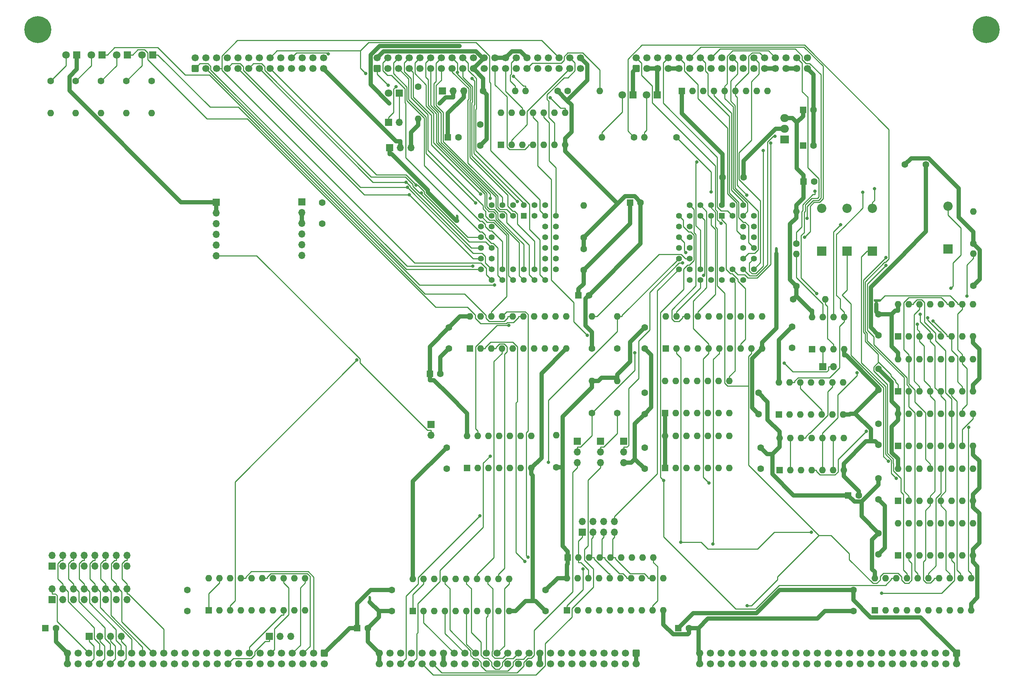
<source format=gbr>
%TF.GenerationSoftware,KiCad,Pcbnew,(6.0.11)*%
%TF.CreationDate,2024-01-15T12:07:12-05:00*%
%TF.ProjectId,input-output.Disk,696e7075-742d-46f7-9574-7075742e4469,rev?*%
%TF.SameCoordinates,Original*%
%TF.FileFunction,Copper,L2,Bot*%
%TF.FilePolarity,Positive*%
%FSLAX46Y46*%
G04 Gerber Fmt 4.6, Leading zero omitted, Abs format (unit mm)*
G04 Created by KiCad (PCBNEW (6.0.11)) date 2024-01-15 12:07:12*
%MOMM*%
%LPD*%
G01*
G04 APERTURE LIST*
G04 Aperture macros list*
%AMRoundRect*
0 Rectangle with rounded corners*
0 $1 Rounding radius*
0 $2 $3 $4 $5 $6 $7 $8 $9 X,Y pos of 4 corners*
0 Add a 4 corners polygon primitive as box body*
4,1,4,$2,$3,$4,$5,$6,$7,$8,$9,$2,$3,0*
0 Add four circle primitives for the rounded corners*
1,1,$1+$1,$2,$3*
1,1,$1+$1,$4,$5*
1,1,$1+$1,$6,$7*
1,1,$1+$1,$8,$9*
0 Add four rect primitives between the rounded corners*
20,1,$1+$1,$2,$3,$4,$5,0*
20,1,$1+$1,$4,$5,$6,$7,0*
20,1,$1+$1,$6,$7,$8,$9,0*
20,1,$1+$1,$8,$9,$2,$3,0*%
G04 Aperture macros list end*
%TA.AperFunction,ComponentPad*%
%ADD10C,6.400000*%
%TD*%
%TA.AperFunction,ComponentPad*%
%ADD11RoundRect,0.250000X-0.600000X0.600000X-0.600000X-0.600000X0.600000X-0.600000X0.600000X0.600000X0*%
%TD*%
%TA.AperFunction,ComponentPad*%
%ADD12C,1.700000*%
%TD*%
%TA.AperFunction,ComponentPad*%
%ADD13C,0.600000*%
%TD*%
%TA.AperFunction,ComponentPad*%
%ADD14R,1.600000X1.600000*%
%TD*%
%TA.AperFunction,ComponentPad*%
%ADD15O,1.600000X1.600000*%
%TD*%
%TA.AperFunction,ComponentPad*%
%ADD16R,1.422400X1.422400*%
%TD*%
%TA.AperFunction,ComponentPad*%
%ADD17C,1.422400*%
%TD*%
%TA.AperFunction,ComponentPad*%
%ADD18R,2.000000X1.905000*%
%TD*%
%TA.AperFunction,ComponentPad*%
%ADD19O,2.000000X1.905000*%
%TD*%
%TA.AperFunction,ComponentPad*%
%ADD20C,1.600000*%
%TD*%
%TA.AperFunction,ComponentPad*%
%ADD21R,1.800000X1.800000*%
%TD*%
%TA.AperFunction,ComponentPad*%
%ADD22C,1.800000*%
%TD*%
%TA.AperFunction,ComponentPad*%
%ADD23R,1.700000X1.700000*%
%TD*%
%TA.AperFunction,ComponentPad*%
%ADD24O,1.700000X1.700000*%
%TD*%
%TA.AperFunction,ComponentPad*%
%ADD25RoundRect,0.250000X0.600000X-0.600000X0.600000X0.600000X-0.600000X0.600000X-0.600000X-0.600000X0*%
%TD*%
%TA.AperFunction,ComponentPad*%
%ADD26R,2.200000X2.200000*%
%TD*%
%TA.AperFunction,ComponentPad*%
%ADD27O,2.200000X2.200000*%
%TD*%
%TA.AperFunction,ViaPad*%
%ADD28C,0.800000*%
%TD*%
%TA.AperFunction,Conductor*%
%ADD29C,1.000000*%
%TD*%
%TA.AperFunction,Conductor*%
%ADD30C,0.599800*%
%TD*%
%TA.AperFunction,Conductor*%
%ADD31C,0.250000*%
%TD*%
G04 APERTURE END LIST*
%TO.C,NT1*%
G36*
X239850000Y-139550000D02*
G01*
X238650000Y-139550000D01*
X238650000Y-138950000D01*
X239850000Y-138950000D01*
X239850000Y-139550000D01*
G37*
%TO.C,NT3*%
G36*
X139800000Y-120350000D02*
G01*
X139200000Y-120350000D01*
X139200000Y-119150000D01*
X139800000Y-119150000D01*
X139800000Y-120350000D01*
G37*
%TO.C,NT2*%
G36*
X119050000Y-210850000D02*
G01*
X118450000Y-210850000D01*
X118450000Y-209650000D01*
X119050000Y-209650000D01*
X119050000Y-210850000D01*
G37*
%TO.C,NT4*%
G36*
X215550000Y-128100000D02*
G01*
X214950000Y-128100000D01*
X214950000Y-126900000D01*
X215550000Y-126900000D01*
X215550000Y-128100000D01*
G37*
%TD*%
D10*
%TO.P,H2,1,1*%
%TO.N,GND*%
X265000000Y-75000000D03*
%TD*%
%TO.P,H1,1,1*%
%TO.N,GND*%
X40000000Y-75000000D03*
%TD*%
D11*
%TO.P,P2,1,Pin_1*%
%TO.N,VCC*%
X182000000Y-223000000D03*
D12*
%TO.P,P2,2,Pin_2*%
X182000000Y-225540000D03*
%TO.P,P2,3,Pin_3*%
%TO.N,/bus/A15*%
X179460000Y-223000000D03*
%TO.P,P2,4,Pin_4*%
%TO.N,/bus/A31*%
X179460000Y-225540000D03*
%TO.P,P2,5,Pin_5*%
%TO.N,/bus/A14*%
X176920000Y-223000000D03*
%TO.P,P2,6,Pin_6*%
%TO.N,/bus/A30*%
X176920000Y-225540000D03*
%TO.P,P2,7,Pin_7*%
%TO.N,/bus/A13*%
X174380000Y-223000000D03*
%TO.P,P2,8,Pin_8*%
%TO.N,/bus/A29*%
X174380000Y-225540000D03*
%TO.P,P2,9,Pin_9*%
%TO.N,/bus/A12*%
X171840000Y-223000000D03*
%TO.P,P2,10,Pin_10*%
%TO.N,/bus/A28*%
X171840000Y-225540000D03*
%TO.P,P2,11,Pin_11*%
%TO.N,/bus/A11*%
X169300000Y-223000000D03*
%TO.P,P2,12,Pin_12*%
%TO.N,/bus/A27*%
X169300000Y-225540000D03*
%TO.P,P2,13,Pin_13*%
%TO.N,/bus/A10*%
X166760000Y-223000000D03*
%TO.P,P2,14,Pin_14*%
%TO.N,/bus/A26*%
X166760000Y-225540000D03*
%TO.P,P2,15,Pin_15*%
%TO.N,/bus/A9*%
X164220000Y-223000000D03*
%TO.P,P2,16,Pin_16*%
%TO.N,/bus/A25*%
X164220000Y-225540000D03*
%TO.P,P2,17,Pin_17*%
%TO.N,/bus/A8*%
X161680000Y-223000000D03*
%TO.P,P2,18,Pin_18*%
%TO.N,/bus/A24*%
X161680000Y-225540000D03*
%TO.P,P2,19,Pin_19*%
%TO.N,+12V*%
X159140000Y-223000000D03*
%TO.P,P2,20,Pin_20*%
X159140000Y-225540000D03*
%TO.P,P2,21,Pin_21*%
%TO.N,A7*%
X156600000Y-223000000D03*
%TO.P,P2,22,Pin_22*%
%TO.N,/bus/A23*%
X156600000Y-225540000D03*
%TO.P,P2,23,Pin_23*%
%TO.N,A6*%
X154060000Y-223000000D03*
%TO.P,P2,24,Pin_24*%
%TO.N,/bus/A22*%
X154060000Y-225540000D03*
%TO.P,P2,25,Pin_25*%
%TO.N,A5*%
X151520000Y-223000000D03*
%TO.P,P2,26,Pin_26*%
%TO.N,/bus/A21*%
X151520000Y-225540000D03*
%TO.P,P2,27,Pin_27*%
%TO.N,A4*%
X148980000Y-223000000D03*
%TO.P,P2,28,Pin_28*%
%TO.N,/bus/A20*%
X148980000Y-225540000D03*
%TO.P,P2,29,Pin_29*%
%TO.N,A3*%
X146440000Y-223000000D03*
%TO.P,P2,30,Pin_30*%
%TO.N,/bus/A19*%
X146440000Y-225540000D03*
%TO.P,P2,31,Pin_31*%
%TO.N,A2*%
X143900000Y-223000000D03*
%TO.P,P2,32,Pin_32*%
%TO.N,/bus/A18*%
X143900000Y-225540000D03*
%TO.P,P2,33,Pin_33*%
%TO.N,A1*%
X141360000Y-223000000D03*
%TO.P,P2,34,Pin_34*%
%TO.N,/bus/A17*%
X141360000Y-225540000D03*
%TO.P,P2,35,Pin_35*%
%TO.N,A0*%
X138820000Y-223000000D03*
%TO.P,P2,36,Pin_36*%
%TO.N,/bus/A16*%
X138820000Y-225540000D03*
%TO.P,P2,37,Pin_37*%
%TO.N,-12V*%
X136280000Y-223000000D03*
%TO.P,P2,38,Pin_38*%
X136280000Y-225540000D03*
%TO.P,P2,39,Pin_39*%
%TO.N,/bus/IC3*%
X133740000Y-223000000D03*
%TO.P,P2,40,Pin_40*%
%TO.N,~{TEND1}*%
X133740000Y-225540000D03*
%TO.P,P2,41,Pin_41*%
%TO.N,/bus/IC2*%
X131200000Y-223000000D03*
%TO.P,P2,42,Pin_42*%
%TO.N,~{DREQ1}*%
X131200000Y-225540000D03*
%TO.P,P2,43,Pin_43*%
%TO.N,/bus/IC1*%
X128660000Y-223000000D03*
%TO.P,P2,44,Pin_44*%
%TO.N,~{TEND0}*%
X128660000Y-225540000D03*
%TO.P,P2,45,Pin_45*%
%TO.N,/bus/IC0*%
X126120000Y-223000000D03*
%TO.P,P2,46,Pin_46*%
%TO.N,~{DREQ0}*%
X126120000Y-225540000D03*
%TO.P,P2,47,Pin_47*%
%TO.N,/bus/AUXCLK1*%
X123580000Y-223000000D03*
%TO.P,P2,48,Pin_48*%
%TO.N,/bus/AUXCLK0*%
X123580000Y-225540000D03*
%TO.P,P2,49,Pin_49*%
%TO.N,GND*%
X121040000Y-223000000D03*
%TO.P,P2,50,Pin_50*%
X121040000Y-225540000D03*
%TD*%
D11*
%TO.P,P3,1,Pin_1*%
%TO.N,VCC*%
X258000000Y-223000000D03*
D12*
%TO.P,P3,2,Pin_2*%
X258000000Y-225540000D03*
%TO.P,P3,3,Pin_3*%
%TO.N,/bus/D15*%
X255460000Y-223000000D03*
%TO.P,P3,4,Pin_4*%
%TO.N,/bus/D31*%
X255460000Y-225540000D03*
%TO.P,P3,5,Pin_5*%
%TO.N,/bus/D14*%
X252920000Y-223000000D03*
%TO.P,P3,6,Pin_6*%
%TO.N,/bus/D30*%
X252920000Y-225540000D03*
%TO.P,P3,7,Pin_7*%
%TO.N,/bus/D13*%
X250380000Y-223000000D03*
%TO.P,P3,8,Pin_8*%
%TO.N,/bus/D29*%
X250380000Y-225540000D03*
%TO.P,P3,9,Pin_9*%
%TO.N,/bus/D12*%
X247840000Y-223000000D03*
%TO.P,P3,10,Pin_10*%
%TO.N,/bus/D28*%
X247840000Y-225540000D03*
%TO.P,P3,11,Pin_11*%
%TO.N,/bus/D11*%
X245300000Y-223000000D03*
%TO.P,P3,12,Pin_12*%
%TO.N,/bus/D27*%
X245300000Y-225540000D03*
%TO.P,P3,13,Pin_13*%
%TO.N,/bus/D10*%
X242760000Y-223000000D03*
%TO.P,P3,14,Pin_14*%
%TO.N,/bus/D26*%
X242760000Y-225540000D03*
%TO.P,P3,15,Pin_15*%
%TO.N,/bus/D9*%
X240220000Y-223000000D03*
%TO.P,P3,16,Pin_16*%
%TO.N,/bus/D25*%
X240220000Y-225540000D03*
%TO.P,P3,17,Pin_17*%
%TO.N,/bus/D8*%
X237680000Y-223000000D03*
%TO.P,P3,18,Pin_18*%
%TO.N,/bus/D24*%
X237680000Y-225540000D03*
%TO.P,P3,19,Pin_19*%
%TO.N,D7*%
X235140000Y-223000000D03*
%TO.P,P3,20,Pin_20*%
%TO.N,/bus/D23*%
X235140000Y-225540000D03*
%TO.P,P3,21,Pin_21*%
%TO.N,D6*%
X232600000Y-223000000D03*
%TO.P,P3,22,Pin_22*%
%TO.N,/bus/D22*%
X232600000Y-225540000D03*
%TO.P,P3,23,Pin_23*%
%TO.N,D5*%
X230060000Y-223000000D03*
%TO.P,P3,24,Pin_24*%
%TO.N,/bus/D21*%
X230060000Y-225540000D03*
%TO.P,P3,25,Pin_25*%
%TO.N,D4*%
X227520000Y-223000000D03*
%TO.P,P3,26,Pin_26*%
%TO.N,/bus/D20*%
X227520000Y-225540000D03*
%TO.P,P3,27,Pin_27*%
%TO.N,D3*%
X224980000Y-223000000D03*
%TO.P,P3,28,Pin_28*%
%TO.N,/bus/D19*%
X224980000Y-225540000D03*
%TO.P,P3,29,Pin_29*%
%TO.N,D2*%
X222440000Y-223000000D03*
%TO.P,P3,30,Pin_30*%
%TO.N,/bus/D18*%
X222440000Y-225540000D03*
%TO.P,P3,31,Pin_31*%
%TO.N,D1*%
X219900000Y-223000000D03*
%TO.P,P3,32,Pin_32*%
%TO.N,/bus/D17*%
X219900000Y-225540000D03*
%TO.P,P3,33,Pin_33*%
%TO.N,D0*%
X217360000Y-223000000D03*
%TO.P,P3,34,Pin_34*%
%TO.N,/bus/D16*%
X217360000Y-225540000D03*
%TO.P,P3,35,Pin_35*%
%TO.N,/bus/~{BUSERR}*%
X214820000Y-223000000D03*
%TO.P,P3,36,Pin_36*%
%TO.N,/bus/UDS*%
X214820000Y-225540000D03*
%TO.P,P3,37,Pin_37*%
%TO.N,/bus/~{VPA}*%
X212280000Y-223000000D03*
%TO.P,P3,38,Pin_38*%
%TO.N,/bus/LDS*%
X212280000Y-225540000D03*
%TO.P,P3,39,Pin_39*%
%TO.N,/bus/~{VMA}*%
X209740000Y-223000000D03*
%TO.P,P3,40,Pin_40*%
%TO.N,/bus/S2*%
X209740000Y-225540000D03*
%TO.P,P3,41,Pin_41*%
%TO.N,/bus/~{BHE}*%
X207200000Y-223000000D03*
%TO.P,P3,42,Pin_42*%
%TO.N,/bus/S1*%
X207200000Y-225540000D03*
%TO.P,P3,43,Pin_43*%
%TO.N,/bus/IPL2*%
X204660000Y-223000000D03*
%TO.P,P3,44,Pin_44*%
%TO.N,/bus/S0*%
X204660000Y-225540000D03*
%TO.P,P3,45,Pin_45*%
%TO.N,/bus/IPL1*%
X202120000Y-223000000D03*
%TO.P,P3,46,Pin_46*%
%TO.N,/bus/AUXCLK3*%
X202120000Y-225540000D03*
%TO.P,P3,47,Pin_47*%
%TO.N,/bus/IPL0*%
X199580000Y-223000000D03*
%TO.P,P3,48,Pin_48*%
%TO.N,/bus/AUXCLK2*%
X199580000Y-225540000D03*
%TO.P,P3,49,Pin_49*%
%TO.N,GND*%
X197040000Y-223000000D03*
%TO.P,P3,50,Pin_50*%
X197040000Y-225540000D03*
%TD*%
D11*
%TO.P,P1,1,Pin_1*%
%TO.N,VCC*%
X108000000Y-223000000D03*
D12*
%TO.P,P1,2,Pin_2*%
X108000000Y-225540000D03*
%TO.P,P1,3,Pin_3*%
%TO.N,~{RD}*%
X105460000Y-223000000D03*
%TO.P,P1,4,Pin_4*%
%TO.N,/bus/E*%
X105460000Y-225540000D03*
%TO.P,P1,5,Pin_5*%
%TO.N,~{WR}*%
X102920000Y-223000000D03*
%TO.P,P1,6,Pin_6*%
%TO.N,/bus/ST*%
X102920000Y-225540000D03*
%TO.P,P1,7,Pin_7*%
%TO.N,~{IORQ}*%
X100380000Y-223000000D03*
%TO.P,P1,8,Pin_8*%
%TO.N,/bus/PHI*%
X100380000Y-225540000D03*
%TO.P,P1,9,Pin_9*%
%TO.N,/bus/~{MREQ}*%
X97840000Y-223000000D03*
%TO.P,P1,10,Pin_10*%
%TO.N,/bus/~{INT2}*%
X97840000Y-225540000D03*
%TO.P,P1,11,Pin_11*%
%TO.N,~{M1}*%
X95300000Y-223000000D03*
%TO.P,P1,12,Pin_12*%
%TO.N,/bus/~{INT1}*%
X95300000Y-225540000D03*
%TO.P,P1,13,Pin_13*%
%TO.N,/bus/~{BUSACK}*%
X92760000Y-223000000D03*
%TO.P,P1,14,Pin_14*%
%TO.N,/bus/CRUCLK*%
X92760000Y-225540000D03*
%TO.P,P1,15,Pin_15*%
%TO.N,CLK*%
X90220000Y-223000000D03*
%TO.P,P1,16,Pin_16*%
%TO.N,/bus/CRUOUT*%
X90220000Y-225540000D03*
%TO.P,P1,17,Pin_17*%
%TO.N,/bus/~{INT0}*%
X87680000Y-223000000D03*
%TO.P,P1,18,Pin_18*%
%TO.N,/bus/CRUIN*%
X87680000Y-225540000D03*
%TO.P,P1,19,Pin_19*%
%TO.N,/bus/~{NMI}*%
X85140000Y-223000000D03*
%TO.P,P1,20,Pin_20*%
%TO.N,~{RES_IN}*%
X85140000Y-225540000D03*
%TO.P,P1,21,Pin_21*%
%TO.N,~{RES_OUT}*%
X82600000Y-223000000D03*
%TO.P,P1,22,Pin_22*%
%TO.N,/bus/USER8*%
X82600000Y-225540000D03*
%TO.P,P1,23,Pin_23*%
%TO.N,/bus/~{BUSRQ}*%
X80060000Y-223000000D03*
%TO.P,P1,24,Pin_24*%
%TO.N,/bus/USER7*%
X80060000Y-225540000D03*
%TO.P,P1,25,Pin_25*%
%TO.N,/bus/~{WAIT}*%
X77520000Y-223000000D03*
%TO.P,P1,26,Pin_26*%
%TO.N,/bus/USER6*%
X77520000Y-225540000D03*
%TO.P,P1,27,Pin_27*%
%TO.N,/bus/~{HALT}*%
X74980000Y-223000000D03*
%TO.P,P1,28,Pin_28*%
%TO.N,/bus/USER5*%
X74980000Y-225540000D03*
%TO.P,P1,29,Pin_29*%
%TO.N,/bus/~{RFSH}*%
X72440000Y-223000000D03*
%TO.P,P1,30,Pin_30*%
%TO.N,/bus/USER4*%
X72440000Y-225540000D03*
%TO.P,P1,31,Pin_31*%
%TO.N,~{EIRQ7}*%
X69900000Y-223000000D03*
%TO.P,P1,32,Pin_32*%
%TO.N,/bus/USER3*%
X69900000Y-225540000D03*
%TO.P,P1,33,Pin_33*%
%TO.N,~{EIRQ6}*%
X67360000Y-223000000D03*
%TO.P,P1,34,Pin_34*%
%TO.N,/bus/USER2*%
X67360000Y-225540000D03*
%TO.P,P1,35,Pin_35*%
%TO.N,~{EIRQ5}*%
X64820000Y-223000000D03*
%TO.P,P1,36,Pin_36*%
%TO.N,/bus/USER1*%
X64820000Y-225540000D03*
%TO.P,P1,37,Pin_37*%
%TO.N,~{EIRQ4}*%
X62280000Y-223000000D03*
%TO.P,P1,38,Pin_38*%
%TO.N,/bus/USER0*%
X62280000Y-225540000D03*
%TO.P,P1,39,Pin_39*%
%TO.N,~{EIRQ3}*%
X59740000Y-223000000D03*
%TO.P,P1,40,Pin_40*%
%TO.N,~{BAI}*%
X59740000Y-225540000D03*
%TO.P,P1,41,Pin_41*%
%TO.N,~{EIRQ2}*%
X57200000Y-223000000D03*
%TO.P,P1,42,Pin_42*%
%TO.N,~{BAO}*%
X57200000Y-225540000D03*
%TO.P,P1,43,Pin_43*%
%TO.N,~{EIRQ1}*%
X54660000Y-223000000D03*
%TO.P,P1,44,Pin_44*%
%TO.N,~{IEI}*%
X54660000Y-225540000D03*
%TO.P,P1,45,Pin_45*%
%TO.N,~{EIRQ0}*%
X52120000Y-223000000D03*
%TO.P,P1,46,Pin_46*%
%TO.N,~{IEO}*%
X52120000Y-225540000D03*
%TO.P,P1,47,Pin_47*%
%TO.N,/bus/I2C_SCL*%
X49580000Y-223000000D03*
%TO.P,P1,48,Pin_48*%
%TO.N,/bus/I2C_SDA*%
X49580000Y-225540000D03*
%TO.P,P1,49,Pin_49*%
%TO.N,GND*%
X47040000Y-223000000D03*
%TO.P,P1,50,Pin_50*%
X47040000Y-225540000D03*
%TD*%
D13*
%TO.P,NT1,1,1*%
%TO.N,VCC*%
X238650000Y-139250000D03*
%TO.P,NT1,2,2*%
%TO.N,ONE*%
X239850000Y-139250000D03*
%TD*%
D14*
%TO.P,RP1,1,common*%
%TO.N,VCC*%
X192825000Y-89500000D03*
D15*
%TO.P,RP1,2,R1*%
%TO.N,unconnected-(RP1-Pad2)*%
X195365000Y-89500000D03*
%TO.P,RP1,3,R2*%
%TO.N,/FDC/~{RDD}*%
X197905000Y-89500000D03*
%TO.P,RP1,4,R3*%
%TO.N,/FDC/~{DCHG}*%
X200445000Y-89500000D03*
%TO.P,RP1,5,R4*%
%TO.N,/FDC/~{WP}*%
X202985000Y-89500000D03*
%TO.P,RP1,6,R5*%
%TO.N,/FDC/~{TR00}*%
X205525000Y-89500000D03*
%TO.P,RP1,7,R6*%
%TO.N,/FDC/~{IDX}*%
X208065000Y-89500000D03*
%TO.P,RP1,8,R7*%
%TO.N,/FDC/PCVAL*%
X210605000Y-89500000D03*
%TO.P,RP1,9,R8*%
%TO.N,unconnected-(RP1-Pad9)*%
X213145000Y-89500000D03*
%TD*%
D16*
%TO.P,U8,1,/RD*%
%TO.N,~{bRD}*%
X202270000Y-119150000D03*
D17*
%TO.P,U8,2,/WR*%
%TO.N,~{bWR}*%
X199730000Y-116610000D03*
%TO.P,U8,3,/CS*%
%TO.N,~{MSR-DATA}*%
X199730000Y-119150000D03*
%TO.P,U8,4,A0*%
%TO.N,bA0*%
X197190000Y-116610000D03*
%TO.P,U8,5,/DACK*%
%TO.N,~{FDC-DACK}*%
X197190000Y-119150000D03*
%TO.P,U8,6,TC*%
%TO.N,FDC-TC*%
X194650000Y-116610000D03*
%TO.P,U8,7,DB0*%
%TO.N,bD0*%
X192110000Y-119150000D03*
%TO.P,U8,8,DB1*%
%TO.N,bD1*%
X194650000Y-119150000D03*
%TO.P,U8,9,DB2*%
%TO.N,bD2*%
X192110000Y-121690000D03*
%TO.P,U8,10,DB3*%
%TO.N,bD3*%
X194650000Y-121690000D03*
%TO.P,U8,11,DB4*%
%TO.N,bD4*%
X192110000Y-124230000D03*
%TO.P,U8,12,DB5*%
%TO.N,bD5*%
X194650000Y-124230000D03*
%TO.P,U8,13,DB6*%
%TO.N,bD6*%
X192110000Y-126770000D03*
%TO.P,U8,14,DB7*%
%TO.N,bD7*%
X194650000Y-126770000D03*
%TO.P,U8,15,DMA*%
%TO.N,/FDC/FDC_DMA*%
X192110000Y-129310000D03*
%TO.P,U8,16,IRQ*%
%TO.N,INT_FDC*%
X194650000Y-129310000D03*
%TO.P,U8,17,/DCHGEN*%
%TO.N,ZERO*%
X192110000Y-131850000D03*
%TO.P,U8,18,/LDOR*%
%TO.N,~{LDOR}*%
X194650000Y-134390000D03*
%TO.P,U8,19,/LDCR*%
%TO.N,~{LDCR}*%
X194650000Y-131850000D03*
%TO.P,U8,20,RST*%
%TO.N,FDC-RESET*%
X197190000Y-134390000D03*
%TO.P,U8,21,/RDD*%
%TO.N,/FDC/~{RDD}*%
X197190000Y-131850000D03*
%TO.P,U8,22,/XT2*%
%TO.N,unconnected-(U8-Pad22)*%
X199730000Y-134390000D03*
%TO.P,U8,23,XT2*%
%TO.N,Net-(P7-Pad2)*%
X199730000Y-131850000D03*
%TO.P,U8,24,DRV*%
%TO.N,ZERO*%
X202270000Y-134390000D03*
%TO.P,U8,25,/XT1*%
%TO.N,unconnected-(U8-Pad25)*%
X202270000Y-131850000D03*
%TO.P,U8,26,XT1*%
%TO.N,16MHZ-CLK*%
X204810000Y-134390000D03*
%TO.P,U8,27,PCVAL*%
%TO.N,/FDC/PCVAL*%
X204810000Y-131850000D03*
%TO.P,U8,28,/HS*%
%TO.N,/FDC/~{HS}*%
X207350000Y-134390000D03*
%TO.P,U8,29,/WE*%
%TO.N,/FDC/~{WE}*%
X209890000Y-131850000D03*
%TO.P,U8,30,/WD*%
%TO.N,/FDC/~{WD}*%
X207350000Y-131850000D03*
%TO.P,U8,31,/DIRC*%
%TO.N,/FDC/~{DIRC}*%
X209890000Y-129310000D03*
%TO.P,U8,32,/STEP*%
%TO.N,/FDC/~{STEP}*%
X207350000Y-129310000D03*
%TO.P,U8,33,/DS1*%
%TO.N,/FDC/~{DS1}*%
X209890000Y-126770000D03*
%TO.P,U8,34,GND*%
%TO.N,/FDC/GND_PLCC*%
X207350000Y-126770000D03*
%TO.P,U8,35,/DS2*%
%TO.N,/FDC/~{DS2}*%
X209890000Y-124230000D03*
%TO.P,U8,36,/MO1/DS3*%
%TO.N,/FDC/~{MO1}*%
X207350000Y-124230000D03*
%TO.P,U8,37,/MO2/DS4*%
%TO.N,/FDC/~{MO2}*%
X209890000Y-121690000D03*
%TO.P,U8,38,/HDL*%
%TO.N,unconnected-(U8-Pad38)*%
X207350000Y-121690000D03*
%TO.P,U8,39,/RWC/RPM*%
%TO.N,/FDC/~{RWC}*%
X209890000Y-119150000D03*
%TO.P,U8,40,/DCHG*%
%TO.N,/FDC/~{DCHG}*%
X207350000Y-116610000D03*
%TO.P,U8,41,/WP*%
%TO.N,/FDC/~{WP}*%
X207350000Y-119150000D03*
%TO.P,U8,42,/TR00*%
%TO.N,/FDC/~{TR00}*%
X204810000Y-116610000D03*
%TO.P,U8,43,/IDX*%
%TO.N,/FDC/~{IDX}*%
X204810000Y-119150000D03*
%TO.P,U8,44,VCC*%
%TO.N,VCC*%
X202270000Y-116610000D03*
%TD*%
D14*
%TO.P,U25,1,~{MR}*%
%TO.N,/WIZNET/~{CLR}*%
X244125000Y-173800000D03*
D15*
%TO.P,U25,2,CP*%
%TO.N,bCLK*%
X246665000Y-173800000D03*
%TO.P,U25,3,D0*%
%TO.N,/WIZNET/~{TR}*%
X249205000Y-173800000D03*
%TO.P,U25,4,D1*%
X251745000Y-173800000D03*
%TO.P,U25,5,D2*%
%TO.N,/WIZNET/QD*%
X254285000Y-173800000D03*
%TO.P,U25,6,D3*%
X256825000Y-173800000D03*
%TO.P,U25,7,CEP*%
%TO.N,/WIZNET/~{QD}*%
X259365000Y-173800000D03*
%TO.P,U25,8,GND*%
%TO.N,GND*%
X261905000Y-173800000D03*
%TO.P,U25,9,~{PE}*%
%TO.N,/WIZNET/~{QD}*%
X261905000Y-166180000D03*
%TO.P,U25,10,CET*%
%TO.N,ONE*%
X259365000Y-166180000D03*
%TO.P,U25,11,Q3*%
%TO.N,/WIZNET/QD*%
X256825000Y-166180000D03*
%TO.P,U25,12,Q2*%
%TO.N,unconnected-(U25-Pad12)*%
X254285000Y-166180000D03*
%TO.P,U25,13,Q1*%
%TO.N,unconnected-(U25-Pad13)*%
X251745000Y-166180000D03*
%TO.P,U25,14,Q0*%
%TO.N,unconnected-(U25-Pad14)*%
X249205000Y-166180000D03*
%TO.P,U25,15,TC*%
%TO.N,/WIZNET/RCO*%
X246665000Y-166180000D03*
%TO.P,U25,16,VCC*%
%TO.N,VCC*%
X244125000Y-166180000D03*
%TD*%
D18*
%TO.P,U20,1,VI*%
%TO.N,VCC*%
X217230000Y-101040000D03*
D19*
%TO.P,U20,2,GND*%
%TO.N,GND*%
X217230000Y-98500000D03*
%TO.P,U20,3,VO*%
%TO.N,VDD*%
X217230000Y-95960000D03*
%TD*%
D13*
%TO.P,NT3,1,1*%
%TO.N,GND*%
X139500000Y-120350000D03*
%TO.P,NT3,2,2*%
%TO.N,/PPIDE/GND_PLCC*%
X139500000Y-119150000D03*
%TD*%
D20*
%TO.P,R6,1*%
%TO.N,GND*%
X145690000Y-89500000D03*
D15*
%TO.P,R6,2*%
%TO.N,/PPIDE/CSEL*%
X153310000Y-89500000D03*
%TD*%
D14*
%TO.P,C22,1*%
%TO.N,VCC*%
X115794900Y-217000000D03*
D20*
%TO.P,C22,2*%
%TO.N,GND*%
X118294900Y-217000000D03*
%TD*%
%TO.P,C10,1*%
%TO.N,VCC*%
X137500000Y-145690000D03*
%TO.P,C10,2*%
%TO.N,GND*%
X137500000Y-150690000D03*
%TD*%
D21*
%TO.P,D1,1,K*%
%TO.N,GND*%
X49250000Y-80950000D03*
D22*
%TO.P,D1,2,A*%
%TO.N,Net-(D1-Pad2)*%
X46710000Y-80950000D03*
%TD*%
D20*
%TO.P,C14,1*%
%TO.N,VCC*%
X160500000Y-208000000D03*
%TO.P,C14,2*%
%TO.N,GND*%
X160500000Y-213000000D03*
%TD*%
%TO.P,R29,1*%
%TO.N,VDD*%
X220000000Y-135810000D03*
D15*
%TO.P,R29,2*%
%TO.N,Net-(R29-Pad2)*%
X220000000Y-128190000D03*
%TD*%
D21*
%TO.P,D4,1,K*%
%TO.N,/GAL/~{CS_FDC_LED}*%
X55250000Y-80950000D03*
D22*
%TO.P,D4,2,A*%
%TO.N,Net-(D4-Pad2)*%
X52710000Y-80950000D03*
%TD*%
D14*
%TO.P,C20,1*%
%TO.N,VCC*%
X192000000Y-217000000D03*
D20*
%TO.P,C20,2*%
%TO.N,GND*%
X194500000Y-217000000D03*
%TD*%
D23*
%TO.P,U31,J1-1,GND*%
%TO.N,GND*%
X82340000Y-115900000D03*
D24*
%TO.P,U31,J1-2,GND*%
X82340000Y-118440000D03*
%TO.P,U31,J1-3,MOSI*%
%TO.N,/WIZNET/MOSI*%
X82340000Y-120980000D03*
%TO.P,U31,J1-4,SCLK*%
%TO.N,/WIZNET/SCK*%
X82340000Y-123520000D03*
%TO.P,U31,J1-5,~{SCN}*%
%TO.N,/WIZNET/~{CS0}*%
X82340000Y-126060000D03*
%TO.P,U31,J1-6,~{INT}*%
%TO.N,Net-(JP2-Pad2)*%
X82340000Y-128600000D03*
D23*
%TO.P,U31,J2-1,GND*%
%TO.N,GND*%
X102660000Y-115880000D03*
D24*
%TO.P,U31,J2-2,VDD*%
%TO.N,VDD*%
X102660000Y-118420000D03*
%TO.P,U31,J2-3,VDD*%
X102660000Y-120960000D03*
%TO.P,U31,J2-4,NC*%
%TO.N,unconnected-(U31-PadJ2-4)*%
X102660000Y-123500000D03*
%TO.P,U31,J2-5,~{RST}*%
%TO.N,/WIZNET/~{RST}*%
X102660000Y-126040000D03*
%TO.P,U31,J2-6,MISO*%
%TO.N,/WIZNET/MISO*%
X102660000Y-128580000D03*
%TD*%
D20*
%TO.P,C7,1*%
%TO.N,VCC*%
X239500000Y-168500000D03*
%TO.P,C7,2*%
%TO.N,GND*%
X239500000Y-173500000D03*
%TD*%
D14*
%TO.P,C27,1*%
%TO.N,VCC*%
X137294900Y-100500000D03*
D20*
%TO.P,C27,2*%
%TO.N,GND*%
X139794900Y-100500000D03*
%TD*%
D23*
%TO.P,P7,1,Pin_1*%
%TO.N,Net-(P7-Pad1)*%
X179000000Y-172665000D03*
D24*
%TO.P,P7,2,Pin_2*%
%TO.N,Net-(P7-Pad2)*%
X179000000Y-175205000D03*
%TO.P,P7,3,Pin_3*%
%TO.N,GND*%
X179000000Y-177745000D03*
%TD*%
D21*
%TO.P,D2,1,K*%
%TO.N,/PPIDE/~{ACTIVE}*%
X125750000Y-90000000D03*
D22*
%TO.P,D2,2,A*%
%TO.N,Net-(D2-Pad2)*%
X123210000Y-90000000D03*
%TD*%
D13*
%TO.P,NT2,1,1*%
%TO.N,GND*%
X118750000Y-210850000D03*
%TO.P,NT2,2,2*%
%TO.N,ZERO*%
X118750000Y-209650000D03*
%TD*%
D14*
%TO.P,U21,1,G*%
%TO.N,~{bIORQ}*%
X165575000Y-212800000D03*
D15*
%TO.P,U21,2,P0*%
%TO.N,~{bM1}*%
X168115000Y-212800000D03*
%TO.P,U21,3,R0*%
%TO.N,Net-(RN1-Pad9)*%
X170655000Y-212800000D03*
%TO.P,U21,4,P1*%
X173195000Y-212800000D03*
%TO.P,U21,5,R1*%
X175735000Y-212800000D03*
%TO.P,U21,6,P2*%
X178275000Y-212800000D03*
%TO.P,U21,7,R2*%
X180815000Y-212800000D03*
%TO.P,U21,8,P3*%
X183355000Y-212800000D03*
%TO.P,U21,9,R3*%
X185895000Y-212800000D03*
%TO.P,U21,10,GND*%
%TO.N,GND*%
X188435000Y-212800000D03*
%TO.P,U21,11,P4*%
%TO.N,bA4*%
X188435000Y-205180000D03*
%TO.P,U21,12,R4*%
%TO.N,Net-(RN1-Pad5)*%
X185895000Y-205180000D03*
%TO.P,U21,13,P5*%
%TO.N,bA5*%
X183355000Y-205180000D03*
%TO.P,U21,14,R5*%
%TO.N,Net-(RN1-Pad4)*%
X180815000Y-205180000D03*
%TO.P,U21,15,P6*%
%TO.N,bA6*%
X178275000Y-205180000D03*
%TO.P,U21,16,R6*%
%TO.N,Net-(RN1-Pad3)*%
X175735000Y-205180000D03*
%TO.P,U21,17,P7*%
%TO.N,bA7*%
X173195000Y-205180000D03*
%TO.P,U21,18,R7*%
%TO.N,Net-(RN1-Pad2)*%
X170655000Y-205180000D03*
%TO.P,U21,19,P=R*%
%TO.N,~{CS_DISK}*%
X168115000Y-205180000D03*
%TO.P,U21,20,VCC*%
%TO.N,VCC*%
X165575000Y-205180000D03*
%TD*%
D20*
%TO.P,R47,1*%
%TO.N,VCC*%
X163000000Y-178810000D03*
D15*
%TO.P,R47,2*%
%TO.N,Net-(R47-Pad2)*%
X163000000Y-171190000D03*
%TD*%
D20*
%TO.P,C18,1*%
%TO.N,VCC*%
X239500000Y-194500000D03*
%TO.P,C18,2*%
%TO.N,GND*%
X239500000Y-199500000D03*
%TD*%
%TO.P,C9,1*%
%TO.N,VCC*%
X211500000Y-174190000D03*
%TO.P,C9,2*%
%TO.N,GND*%
X211500000Y-179190000D03*
%TD*%
%TO.P,C15,1*%
%TO.N,VCC*%
X145000000Y-97500000D03*
%TO.P,C15,2*%
%TO.N,GND*%
X145000000Y-102500000D03*
%TD*%
D21*
%TO.P,D5,1,K*%
%TO.N,Net-(D5-Pad1)*%
X61250000Y-80950000D03*
D22*
%TO.P,D5,2,A*%
%TO.N,Net-(D5-Pad2)*%
X58710000Y-80950000D03*
%TD*%
D20*
%TO.P,R9,1*%
%TO.N,Net-(JP1-Pad1)*%
X130250000Y-88500000D03*
D15*
%TO.P,R9,2*%
%TO.N,VCC*%
X130250000Y-96120000D03*
%TD*%
D23*
%TO.P,J9,1,Pin_1*%
%TO.N,~{RES_IN}*%
X94975000Y-219000000D03*
D24*
%TO.P,J9,2,Pin_2*%
%TO.N,Net-(J9-Pad2)*%
X97515000Y-219000000D03*
%TO.P,J9,3,Pin_3*%
%TO.N,~{RES_OUT}*%
X100055000Y-219000000D03*
%TD*%
D25*
%TO.P,P6,1,Pin_1*%
%TO.N,/PPIDE/~{PC7}*%
X120500000Y-84197500D03*
D12*
%TO.P,P6,2,Pin_2*%
%TO.N,GND*%
X120500000Y-81657500D03*
%TO.P,P6,3,Pin_3*%
%TO.N,/PPIDE/PA7*%
X123040000Y-84197500D03*
%TO.P,P6,4,Pin_4*%
%TO.N,/PPIDE/PB0*%
X123040000Y-81657500D03*
%TO.P,P6,5,Pin_5*%
%TO.N,/PPIDE/PA6*%
X125580000Y-84197500D03*
%TO.P,P6,6,Pin_6*%
%TO.N,/PPIDE/PB1*%
X125580000Y-81657500D03*
%TO.P,P6,7,Pin_7*%
%TO.N,/PPIDE/PA5*%
X128120000Y-84197500D03*
%TO.P,P6,8,Pin_8*%
%TO.N,/PPIDE/PB2*%
X128120000Y-81657500D03*
%TO.P,P6,9,Pin_9*%
%TO.N,/PPIDE/PA4*%
X130660000Y-84197500D03*
%TO.P,P6,10,Pin_10*%
%TO.N,/PPIDE/PB3*%
X130660000Y-81657500D03*
%TO.P,P6,11,Pin_11*%
%TO.N,/PPIDE/PA3*%
X133200000Y-84197500D03*
%TO.P,P6,12,Pin_12*%
%TO.N,/PPIDE/PB4*%
X133200000Y-81657500D03*
%TO.P,P6,13,Pin_13*%
%TO.N,/PPIDE/PA2*%
X135740000Y-84197500D03*
%TO.P,P6,14,Pin_14*%
%TO.N,/PPIDE/PB5*%
X135740000Y-81657500D03*
%TO.P,P6,15,Pin_15*%
%TO.N,/PPIDE/PA1*%
X138280000Y-84197500D03*
%TO.P,P6,16,Pin_16*%
%TO.N,/PPIDE/PB6*%
X138280000Y-81657500D03*
%TO.P,P6,17,Pin_17*%
%TO.N,/PPIDE/PA0*%
X140820000Y-84197500D03*
%TO.P,P6,18,Pin_18*%
%TO.N,/PPIDE/PB7*%
X140820000Y-81657500D03*
%TO.P,P6,19,Pin_19*%
%TO.N,GND*%
X143360000Y-84197500D03*
%TO.P,P6,20,Pin_20*%
%TO.N,/PPIDE/VCC_IDE*%
X143360000Y-81657500D03*
%TO.P,P6,21,Pin_21*%
%TO.N,/PPIDE/DMARQ*%
X145900000Y-84197500D03*
%TO.P,P6,22,Pin_22*%
%TO.N,GND*%
X145900000Y-81657500D03*
%TO.P,P6,23,Pin_23*%
%TO.N,/PPIDE/~{PC5}*%
X148440000Y-84197500D03*
%TO.P,P6,24,Pin_24*%
%TO.N,GND*%
X148440000Y-81657500D03*
%TO.P,P6,25,Pin_25*%
%TO.N,/PPIDE/~{PC6}*%
X150980000Y-84197500D03*
%TO.P,P6,26,Pin_26*%
%TO.N,GND*%
X150980000Y-81657500D03*
%TO.P,P6,27,Pin_27*%
%TO.N,/PPIDE/IORDY*%
X153520000Y-84197500D03*
%TO.P,P6,28,Pin_28*%
%TO.N,/PPIDE/CSEL*%
X153520000Y-81657500D03*
%TO.P,P6,29,Pin_29*%
%TO.N,/PPIDE/~{DMACK}*%
X156060000Y-84197500D03*
%TO.P,P6,30,Pin_30*%
%TO.N,GND*%
X156060000Y-81657500D03*
%TO.P,P6,31,Pin_31*%
%TO.N,/PPIDE/INTRQ*%
X158600000Y-84197500D03*
%TO.P,P6,32,Pin_32*%
%TO.N,/PPIDE/~{IOCS16}*%
X158600000Y-81657500D03*
%TO.P,P6,33,Pin_33*%
%TO.N,/PPIDE/PC1*%
X161140000Y-84197500D03*
%TO.P,P6,34,Pin_34*%
%TO.N,/PPIDE/~{PDIAG}*%
X161140000Y-81657500D03*
%TO.P,P6,35,Pin_35*%
%TO.N,/PPIDE/PC0*%
X163680000Y-84197500D03*
%TO.P,P6,36,Pin_36*%
%TO.N,/PPIDE/PC2*%
X163680000Y-81657500D03*
%TO.P,P6,37,Pin_37*%
%TO.N,/PPIDE/~{PC3}*%
X166220000Y-84197500D03*
%TO.P,P6,38,Pin_38*%
%TO.N,/PPIDE/~{PC4}*%
X166220000Y-81657500D03*
%TO.P,P6,39,Pin_39*%
%TO.N,/PPIDE/~{ACTIVE}*%
X168760000Y-84197500D03*
%TO.P,P6,40,Pin_40*%
%TO.N,GND*%
X168760000Y-81657500D03*
%TD*%
D20*
%TO.P,R1,1*%
%TO.N,Net-(D1-Pad2)*%
X43000000Y-87190000D03*
D15*
%TO.P,R1,2*%
%TO.N,VCC*%
X43000000Y-94810000D03*
%TD*%
D23*
%TO.P,K2,1,Pin_1*%
%TO.N,GND*%
X135975000Y-89500000D03*
D24*
%TO.P,K2,2,Pin_2*%
%TO.N,/PPIDE/VCC_IDE*%
X138515000Y-89500000D03*
%TO.P,K2,3,Pin_3*%
%TO.N,VCC*%
X141055000Y-89500000D03*
%TD*%
D20*
%TO.P,R11,1*%
%TO.N,/FDC/RDY*%
X177500000Y-165990000D03*
D15*
%TO.P,R11,2*%
%TO.N,VCC*%
X177500000Y-158370000D03*
%TD*%
D20*
%TO.P,R10,1*%
%TO.N,GND*%
X171500000Y-150690000D03*
D15*
%TO.P,R10,2*%
%TO.N,INT_FDC*%
X171500000Y-143070000D03*
%TD*%
D13*
%TO.P,NT4,1,1*%
%TO.N,GND*%
X215250000Y-128100000D03*
%TO.P,NT4,2,2*%
%TO.N,/FDC/GND_PLCC*%
X215250000Y-126900000D03*
%TD*%
D14*
%TO.P,U14,1,A->B*%
%TO.N,~{RD}*%
X238575000Y-212800000D03*
D15*
%TO.P,U14,2,A0*%
%TO.N,D0*%
X241115000Y-212800000D03*
%TO.P,U14,3,A1*%
%TO.N,D1*%
X243655000Y-212800000D03*
%TO.P,U14,4,A2*%
%TO.N,D2*%
X246195000Y-212800000D03*
%TO.P,U14,5,A3*%
%TO.N,D3*%
X248735000Y-212800000D03*
%TO.P,U14,6,A4*%
%TO.N,D4*%
X251275000Y-212800000D03*
%TO.P,U14,7,A5*%
%TO.N,D5*%
X253815000Y-212800000D03*
%TO.P,U14,8,A6*%
%TO.N,D6*%
X256355000Y-212800000D03*
%TO.P,U14,9,A7*%
%TO.N,D7*%
X258895000Y-212800000D03*
%TO.P,U14,10,GND*%
%TO.N,GND*%
X261435000Y-212800000D03*
%TO.P,U14,11,B7*%
%TO.N,bD7*%
X261435000Y-205180000D03*
%TO.P,U14,12,B6*%
%TO.N,bD6*%
X258895000Y-205180000D03*
%TO.P,U14,13,B5*%
%TO.N,bD5*%
X256355000Y-205180000D03*
%TO.P,U14,14,B4*%
%TO.N,bD4*%
X253815000Y-205180000D03*
%TO.P,U14,15,B3*%
%TO.N,bD3*%
X251275000Y-205180000D03*
%TO.P,U14,16,B2*%
%TO.N,bD2*%
X248735000Y-205180000D03*
%TO.P,U14,17,B1*%
%TO.N,bD1*%
X246195000Y-205180000D03*
%TO.P,U14,18,B0*%
%TO.N,bD0*%
X243655000Y-205180000D03*
%TO.P,U14,19,CE*%
%TO.N,~{CS_DISK}*%
X241115000Y-205180000D03*
%TO.P,U14,20,VCC*%
%TO.N,VCC*%
X238575000Y-205180000D03*
%TD*%
D20*
%TO.P,R15,1*%
%TO.N,Net-(D4-Pad2)*%
X49000000Y-87190000D03*
D15*
%TO.P,R15,2*%
%TO.N,VCC*%
X49000000Y-94810000D03*
%TD*%
D26*
%TO.P,D10,1,K*%
%TO.N,Net-(D10-Pad1)*%
X226000000Y-127500000D03*
D27*
%TO.P,D10,2,A*%
%TO.N,/WIZNET/~{CS0}*%
X226000000Y-117340000D03*
%TD*%
D23*
%TO.P,J13,1,Pin_1*%
%TO.N,Net-(J13-Pad1)*%
X43350000Y-202275000D03*
D24*
%TO.P,J13,2,Pin_2*%
%TO.N,~{EIRQ0}*%
X43350000Y-199735000D03*
%TO.P,J13,3,Pin_3*%
%TO.N,Net-(J13-Pad1)*%
X45890000Y-202275000D03*
%TO.P,J13,4,Pin_4*%
%TO.N,~{EIRQ1}*%
X45890000Y-199735000D03*
%TO.P,J13,5,Pin_5*%
%TO.N,Net-(J13-Pad1)*%
X48430000Y-202275000D03*
%TO.P,J13,6,Pin_6*%
%TO.N,~{EIRQ2}*%
X48430000Y-199735000D03*
%TO.P,J13,7,Pin_7*%
%TO.N,Net-(J13-Pad1)*%
X50970000Y-202275000D03*
%TO.P,J13,8,Pin_8*%
%TO.N,~{EIRQ3}*%
X50970000Y-199735000D03*
%TO.P,J13,9,Pin_9*%
%TO.N,Net-(J13-Pad1)*%
X53510000Y-202275000D03*
%TO.P,J13,10,Pin_10*%
%TO.N,~{EIRQ4}*%
X53510000Y-199735000D03*
%TO.P,J13,11,Pin_11*%
%TO.N,Net-(J13-Pad1)*%
X56050000Y-202275000D03*
%TO.P,J13,12,Pin_12*%
%TO.N,~{EIRQ5}*%
X56050000Y-199735000D03*
%TO.P,J13,13,Pin_13*%
%TO.N,Net-(J13-Pad1)*%
X58590000Y-202275000D03*
%TO.P,J13,14,Pin_14*%
%TO.N,~{EIRQ6}*%
X58590000Y-199735000D03*
%TO.P,J13,15,Pin_15*%
%TO.N,Net-(J13-Pad1)*%
X61130000Y-202275000D03*
%TO.P,J13,16,Pin_16*%
%TO.N,~{EIRQ7}*%
X61130000Y-199735000D03*
%TD*%
D14*
%TO.P,C23,1*%
%TO.N,VCC*%
X232294900Y-185500000D03*
D20*
%TO.P,C23,2*%
%TO.N,GND*%
X234794900Y-185500000D03*
%TD*%
D14*
%TO.P,U5,1*%
%TO.N,/PPIDE/PC3*%
X149875000Y-102300000D03*
D15*
%TO.P,U5,2*%
%TO.N,/PPIDE/~{PC3}*%
X152415000Y-102300000D03*
%TO.P,U5,3*%
%TO.N,/PPIDE/PC5*%
X154955000Y-102300000D03*
%TO.P,U5,4*%
%TO.N,/PPIDE/~{PC5}*%
X157495000Y-102300000D03*
%TO.P,U5,5*%
%TO.N,/PPIDE/PC4*%
X160035000Y-102300000D03*
%TO.P,U5,6*%
%TO.N,/PPIDE/~{PC4}*%
X162575000Y-102300000D03*
%TO.P,U5,7,GND*%
%TO.N,GND*%
X165115000Y-102300000D03*
%TO.P,U5,8*%
%TO.N,/PPIDE/~{PC7}*%
X165115000Y-94680000D03*
%TO.P,U5,9*%
%TO.N,/PPIDE/PC7*%
X162575000Y-94680000D03*
%TO.P,U5,10*%
%TO.N,Net-(U5-Pad10)*%
X160035000Y-94680000D03*
%TO.P,U5,11*%
%TO.N,~{bRESET}*%
X157495000Y-94680000D03*
%TO.P,U5,12*%
%TO.N,/PPIDE/~{PC6}*%
X154955000Y-94680000D03*
%TO.P,U5,13*%
%TO.N,/PPIDE/PC6*%
X152415000Y-94680000D03*
%TO.P,U5,14,VCC*%
%TO.N,VCC*%
X149875000Y-94680000D03*
%TD*%
D14*
%TO.P,C21,1*%
%TO.N,VCC*%
X41794900Y-217000000D03*
D20*
%TO.P,C21,2*%
%TO.N,GND*%
X44294900Y-217000000D03*
%TD*%
%TO.P,C12,1*%
%TO.N,VCC*%
X124000000Y-208000000D03*
%TO.P,C12,2*%
%TO.N,GND*%
X124000000Y-213000000D03*
%TD*%
D14*
%TO.P,U10,1,I1/CLK*%
%TO.N,unconnected-(U10-Pad1)*%
X189000000Y-150690000D03*
D15*
%TO.P,U10,2,I2*%
%TO.N,~{bRESET}*%
X191540000Y-150690000D03*
%TO.P,U10,3,I3*%
%TO.N,~{PULSE}*%
X194080000Y-150690000D03*
%TO.P,U10,4,I4*%
%TO.N,~{CS_FDC}*%
X196620000Y-150690000D03*
%TO.P,U10,5,I5*%
%TO.N,bA0*%
X199160000Y-150690000D03*
%TO.P,U10,6,I6*%
%TO.N,bA1*%
X201700000Y-150690000D03*
%TO.P,U10,7,I7*%
%TO.N,bA2*%
X204240000Y-150690000D03*
%TO.P,U10,8,I8*%
%TO.N,~{bRD}*%
X206780000Y-150690000D03*
%TO.P,U10,9,I9*%
%TO.N,~{bWR}*%
X209320000Y-150690000D03*
%TO.P,U10,10,GND*%
%TO.N,GND*%
X211860000Y-150690000D03*
%TO.P,U10,11,I10/~{OE}*%
%TO.N,unconnected-(U10-Pad11)*%
X211860000Y-143070000D03*
%TO.P,U10,12,IO8*%
%TO.N,/GAL/~{CS_FDC_LED}*%
X209320000Y-143070000D03*
%TO.P,U10,13,IO7*%
%TO.N,~{LDOR}*%
X206780000Y-143070000D03*
%TO.P,U10,14,IO6*%
%TO.N,~{FDC-DACK}*%
X204240000Y-143070000D03*
%TO.P,U10,15,IO5*%
%TO.N,~{LDCR}*%
X201700000Y-143070000D03*
%TO.P,U10,16,IO4*%
%TO.N,unconnected-(U10-Pad16)*%
X199160000Y-143070000D03*
%TO.P,U10,17,I03*%
%TO.N,~{MSR-DATA}*%
X196620000Y-143070000D03*
%TO.P,U10,18,IO2*%
%TO.N,FDC-TC*%
X194080000Y-143070000D03*
%TO.P,U10,19,IO1*%
%TO.N,FDC-RESET*%
X191540000Y-143070000D03*
%TO.P,U10,20,VCC*%
%TO.N,VCC*%
X189000000Y-143070000D03*
%TD*%
D25*
%TO.P,P5,1,Pin_1*%
%TO.N,/PPIDE/PC0*%
X77285000Y-84197500D03*
D12*
%TO.P,P5,2,Pin_2*%
%TO.N,/PPIDE/PA0*%
X77285000Y-81657500D03*
%TO.P,P5,3,Pin_3*%
%TO.N,/PPIDE/PC1*%
X79825000Y-84197500D03*
%TO.P,P5,4,Pin_4*%
%TO.N,/PPIDE/PA1*%
X79825000Y-81657500D03*
%TO.P,P5,5,Pin_5*%
%TO.N,/PPIDE/PC2*%
X82365000Y-84197500D03*
%TO.P,P5,6,Pin_6*%
%TO.N,/PPIDE/PA2*%
X82365000Y-81657500D03*
%TO.P,P5,7,Pin_7*%
%TO.N,/PPIDE/PC3*%
X84905000Y-84197500D03*
%TO.P,P5,8,Pin_8*%
%TO.N,/PPIDE/PA3*%
X84905000Y-81657500D03*
%TO.P,P5,9,Pin_9*%
%TO.N,/PPIDE/PC4*%
X87445000Y-84197500D03*
%TO.P,P5,10,Pin_10*%
%TO.N,/PPIDE/PA4*%
X87445000Y-81657500D03*
%TO.P,P5,11,Pin_11*%
%TO.N,/PPIDE/PC5*%
X89985000Y-84197500D03*
%TO.P,P5,12,Pin_12*%
%TO.N,/PPIDE/PA5*%
X89985000Y-81657500D03*
%TO.P,P5,13,Pin_13*%
%TO.N,/PPIDE/PC6*%
X92525000Y-84197500D03*
%TO.P,P5,14,Pin_14*%
%TO.N,/PPIDE/PA6*%
X92525000Y-81657500D03*
%TO.P,P5,15,Pin_15*%
%TO.N,/PPIDE/PC7*%
X95065000Y-84197500D03*
%TO.P,P5,16,Pin_16*%
%TO.N,/PPIDE/PA7*%
X95065000Y-81657500D03*
%TO.P,P5,17,Pin_17*%
%TO.N,/PPIDE/PB7*%
X97605000Y-84197500D03*
%TO.P,P5,18,Pin_18*%
%TO.N,/PPIDE/PB0*%
X97605000Y-81657500D03*
%TO.P,P5,19,Pin_19*%
%TO.N,/PPIDE/PB6*%
X100145000Y-84197500D03*
%TO.P,P5,20,Pin_20*%
%TO.N,/PPIDE/PB1*%
X100145000Y-81657500D03*
%TO.P,P5,21,Pin_21*%
%TO.N,/PPIDE/PB5*%
X102685000Y-84197500D03*
%TO.P,P5,22,Pin_22*%
%TO.N,/PPIDE/PB2*%
X102685000Y-81657500D03*
%TO.P,P5,23,Pin_23*%
%TO.N,/PPIDE/PB4*%
X105225000Y-84197500D03*
%TO.P,P5,24,Pin_24*%
%TO.N,/PPIDE/PB3*%
X105225000Y-81657500D03*
%TO.P,P5,25,Pin_25*%
%TO.N,/PPIDE/VCC_PP*%
X107765000Y-84197500D03*
%TO.P,P5,26,Pin_26*%
%TO.N,GND*%
X107765000Y-81657500D03*
%TD*%
D20*
%TO.P,R32,1*%
%TO.N,VDD*%
X262000000Y-135750000D03*
D15*
%TO.P,R32,2*%
%TO.N,/WIZNET/MISO*%
X262000000Y-128130000D03*
%TD*%
D20*
%TO.P,R7,1*%
%TO.N,GND*%
X163310000Y-89500000D03*
D15*
%TO.P,R7,2*%
%TO.N,/PPIDE/DMARQ*%
X155690000Y-89500000D03*
%TD*%
D20*
%TO.P,C19,1*%
%TO.N,VCC*%
X169500000Y-132000000D03*
%TO.P,C19,2*%
%TO.N,GND*%
X169500000Y-127000000D03*
%TD*%
D23*
%TO.P,P8,1,Pin_1*%
%TO.N,~{TEND0}*%
X168000000Y-172665000D03*
D24*
%TO.P,P8,2,Pin_2*%
%TO.N,~{PULSE}*%
X168000000Y-175205000D03*
%TO.P,P8,3,Pin_3*%
%TO.N,~{TEND1}*%
X168000000Y-177745000D03*
%TD*%
D20*
%TO.P,R16,1*%
%TO.N,Net-(D5-Pad2)*%
X55000000Y-87190000D03*
D15*
%TO.P,R16,2*%
%TO.N,VCC*%
X55000000Y-94810000D03*
%TD*%
D14*
%TO.P,C24,1*%
%TO.N,VCC*%
X133000000Y-156690000D03*
D20*
%TO.P,C24,2*%
%TO.N,GND*%
X135500000Y-156690000D03*
%TD*%
D23*
%TO.P,P4,1,Pin_1*%
%TO.N,~{IEO}*%
X52200000Y-219000000D03*
D24*
%TO.P,P4,2,Pin_2*%
%TO.N,~{IEI}*%
X54740000Y-219000000D03*
%TO.P,P4,3,Pin_3*%
%TO.N,~{BAO}*%
X57280000Y-219000000D03*
%TO.P,P4,4,Pin_4*%
%TO.N,~{BAI}*%
X59820000Y-219000000D03*
%TD*%
D20*
%TO.P,C30,1*%
%TO.N,VCC*%
X239500000Y-142500000D03*
%TO.P,C30,2*%
%TO.N,GND*%
X239500000Y-147500000D03*
%TD*%
D23*
%TO.P,P9,1,Pin_1*%
%TO.N,~{DREQ0}*%
X173500000Y-172665000D03*
D24*
%TO.P,P9,2,Pin_2*%
%TO.N,/FDC/RDY*%
X173500000Y-175205000D03*
%TO.P,P9,3,Pin_3*%
%TO.N,~{DREQ1}*%
X173500000Y-177745000D03*
%TD*%
D26*
%TO.P,D9,1,K*%
%TO.N,Net-(D9-Pad1)*%
X238000000Y-127580000D03*
D27*
%TO.P,D9,2,A*%
%TO.N,/WIZNET/~{CS2}*%
X238000000Y-117420000D03*
%TD*%
D20*
%TO.P,R42,1*%
%TO.N,VDD*%
X262000000Y-125750000D03*
D15*
%TO.P,R42,2*%
%TO.N,Net-(J12-Pad8)*%
X262000000Y-118130000D03*
%TD*%
D25*
%TO.P,P10,1,Pin_1*%
%TO.N,GND*%
X182000000Y-84197500D03*
D12*
%TO.P,P10,2,Pin_2*%
%TO.N,/FDC/~{RWC}*%
X182000000Y-81657500D03*
%TO.P,P10,3,Pin_3*%
%TO.N,GND*%
X184540000Y-84197500D03*
%TO.P,P10,4,Pin_4*%
%TO.N,unconnected-(P10-Pad4)*%
X184540000Y-81657500D03*
%TO.P,P10,5,Pin_5*%
%TO.N,GND*%
X187080000Y-84197500D03*
%TO.P,P10,6,Pin_6*%
%TO.N,unconnected-(P10-Pad6)*%
X187080000Y-81657500D03*
%TO.P,P10,7,Pin_7*%
%TO.N,GND*%
X189620000Y-84197500D03*
%TO.P,P10,8,Pin_8*%
%TO.N,/FDC/~{IDX}*%
X189620000Y-81657500D03*
%TO.P,P10,9,Pin_9*%
%TO.N,GND*%
X192160000Y-84197500D03*
%TO.P,P10,10,Pin_10*%
%TO.N,/FDC/~{MO1}*%
X192160000Y-81657500D03*
%TO.P,P10,11,Pin_11*%
%TO.N,GND*%
X194700000Y-84197500D03*
%TO.P,P10,12,Pin_12*%
%TO.N,/FDC/~{DS2}*%
X194700000Y-81657500D03*
%TO.P,P10,13,Pin_13*%
%TO.N,GND*%
X197240000Y-84197500D03*
%TO.P,P10,14,Pin_14*%
%TO.N,/FDC/~{DS1}*%
X197240000Y-81657500D03*
%TO.P,P10,15,Pin_15*%
%TO.N,GND*%
X199780000Y-84197500D03*
%TO.P,P10,16,Pin_16*%
%TO.N,/FDC/~{MO2}*%
X199780000Y-81657500D03*
%TO.P,P10,17,Pin_17*%
%TO.N,GND*%
X202320000Y-84197500D03*
%TO.P,P10,18,Pin_18*%
%TO.N,/FDC/~{DIRC}*%
X202320000Y-81657500D03*
%TO.P,P10,19,Pin_19*%
%TO.N,GND*%
X204860000Y-84197500D03*
%TO.P,P10,20,Pin_20*%
%TO.N,/FDC/~{STEP}*%
X204860000Y-81657500D03*
%TO.P,P10,21,Pin_21*%
%TO.N,GND*%
X207400000Y-84197500D03*
%TO.P,P10,22,Pin_22*%
%TO.N,/FDC/~{WD}*%
X207400000Y-81657500D03*
%TO.P,P10,23,Pin_23*%
%TO.N,GND*%
X209940000Y-84197500D03*
%TO.P,P10,24,Pin_24*%
%TO.N,/FDC/~{WE}*%
X209940000Y-81657500D03*
%TO.P,P10,25,Pin_25*%
%TO.N,GND*%
X212480000Y-84197500D03*
%TO.P,P10,26,Pin_26*%
%TO.N,/FDC/~{TR00}*%
X212480000Y-81657500D03*
%TO.P,P10,27,Pin_27*%
%TO.N,GND*%
X215020000Y-84197500D03*
%TO.P,P10,28,Pin_28*%
%TO.N,/FDC/~{WP}*%
X215020000Y-81657500D03*
%TO.P,P10,29,Pin_29*%
%TO.N,GND*%
X217560000Y-84197500D03*
%TO.P,P10,30,Pin_30*%
%TO.N,/FDC/~{RDD}*%
X217560000Y-81657500D03*
%TO.P,P10,31,Pin_31*%
%TO.N,GND*%
X220100000Y-84197500D03*
%TO.P,P10,32,Pin_32*%
%TO.N,/FDC/~{HS}*%
X220100000Y-81657500D03*
%TO.P,P10,33,Pin_33*%
%TO.N,GND*%
X222640000Y-84197500D03*
%TO.P,P10,34,Pin_34*%
%TO.N,/FDC/~{DCHG}*%
X222640000Y-81657500D03*
%TD*%
D23*
%TO.P,SW1,1,Pin_1*%
%TO.N,Net-(RN1-Pad2)*%
X169200000Y-194275000D03*
D24*
%TO.P,SW1,2,Pin_2*%
%TO.N,ZERO*%
X169200000Y-191735000D03*
%TO.P,SW1,3,Pin_3*%
%TO.N,Net-(RN1-Pad3)*%
X171740000Y-194275000D03*
%TO.P,SW1,4,Pin_4*%
%TO.N,ZERO*%
X171740000Y-191735000D03*
%TO.P,SW1,5,Pin_5*%
%TO.N,Net-(RN1-Pad4)*%
X174280000Y-194275000D03*
%TO.P,SW1,6,Pin_6*%
%TO.N,ZERO*%
X174280000Y-191735000D03*
%TO.P,SW1,7,Pin_7*%
%TO.N,Net-(RN1-Pad5)*%
X176820000Y-194275000D03*
%TO.P,SW1,8,Pin_8*%
%TO.N,ZERO*%
X176820000Y-191735000D03*
%TD*%
D21*
%TO.P,D3,1,K*%
%TO.N,Net-(D3-Pad1)*%
X67250000Y-80950000D03*
D22*
%TO.P,D3,2,A*%
%TO.N,Net-(D3-Pad2)*%
X64710000Y-80950000D03*
%TD*%
D20*
%TO.P,R5,1*%
%TO.N,GND*%
X169500000Y-124310000D03*
D15*
%TO.P,R5,2*%
%TO.N,/PPIDE/PA7*%
X169500000Y-116690000D03*
%TD*%
D20*
%TO.P,R30,1*%
%TO.N,Net-(R30-Pad1)*%
X191560000Y-100500000D03*
D15*
%TO.P,R30,2*%
%TO.N,Net-(D6-Pad2)*%
X183940000Y-100500000D03*
%TD*%
D14*
%TO.P,C25,1*%
%TO.N,VCC*%
X168294900Y-138000000D03*
D20*
%TO.P,C25,2*%
%TO.N,GND*%
X170794900Y-138000000D03*
%TD*%
D14*
%TO.P,U29,1,~{PL}*%
%TO.N,/WIZNET/~{SD_WRTR}*%
X244125000Y-147800000D03*
D15*
%TO.P,U29,2,CP*%
%TO.N,bCLK*%
X246665000Y-147800000D03*
%TO.P,U29,3,D4*%
%TO.N,bD4*%
X249205000Y-147800000D03*
%TO.P,U29,4,D5*%
%TO.N,bD5*%
X251745000Y-147800000D03*
%TO.P,U29,5,D6*%
%TO.N,bD6*%
X254285000Y-147800000D03*
%TO.P,U29,6,D7*%
%TO.N,bD7*%
X256825000Y-147800000D03*
%TO.P,U29,7,~{Q7}*%
%TO.N,/WIZNET/~{MOSI}*%
X259365000Y-147800000D03*
%TO.P,U29,8,GND*%
%TO.N,GND*%
X261905000Y-147800000D03*
%TO.P,U29,9,Q7*%
%TO.N,unconnected-(U29-Pad9)*%
X261905000Y-140180000D03*
%TO.P,U29,10,DS*%
%TO.N,ONE*%
X259365000Y-140180000D03*
%TO.P,U29,11,D0*%
%TO.N,bD0*%
X256825000Y-140180000D03*
%TO.P,U29,12,D1*%
%TO.N,bD1*%
X254285000Y-140180000D03*
%TO.P,U29,13,D2*%
%TO.N,bD2*%
X251745000Y-140180000D03*
%TO.P,U29,14,D3*%
%TO.N,bD3*%
X249205000Y-140180000D03*
%TO.P,U29,15,~{CE}*%
%TO.N,/WIZNET/QD*%
X246665000Y-140180000D03*
%TO.P,U29,16,VCC*%
%TO.N,VCC*%
X244125000Y-140180000D03*
%TD*%
D20*
%TO.P,C13,1*%
%TO.N,VCC*%
X202500000Y-110000000D03*
%TO.P,C13,2*%
%TO.N,GND*%
X207500000Y-110000000D03*
%TD*%
D14*
%TO.P,C29,1*%
%TO.N,VCC*%
X221584700Y-102500000D03*
D20*
%TO.P,C29,2*%
%TO.N,GND*%
X224084700Y-102500000D03*
%TD*%
D14*
%TO.P,U23,1*%
%TO.N,/WIZNET/~{SD_RDNTR}*%
X216000000Y-179500000D03*
D15*
%TO.P,U23,2*%
%TO.N,/WIZNET/~{SD_RDTR}*%
X218540000Y-179500000D03*
%TO.P,U23,3*%
X221080000Y-179500000D03*
%TO.P,U23,4*%
%TO.N,/WIZNET/RCO*%
X223620000Y-179500000D03*
%TO.P,U23,5*%
%TO.N,/WIZNET/~{SD_WRTR}*%
X226160000Y-179500000D03*
%TO.P,U23,6*%
%TO.N,/WIZNET/~{CLR}*%
X228700000Y-179500000D03*
%TO.P,U23,7,GND*%
%TO.N,GND*%
X231240000Y-179500000D03*
%TO.P,U23,8*%
%TO.N,/WIZNET/~{TR}*%
X231240000Y-171880000D03*
%TO.P,U23,9*%
%TO.N,/WIZNET/~{CLR}*%
X228700000Y-171880000D03*
%TO.P,U23,10*%
%TO.N,/WIZNET/~{SD_WRTR}*%
X226160000Y-171880000D03*
%TO.P,U23,11*%
%TO.N,/WIZNET/~{SD_RDTR}*%
X223620000Y-171880000D03*
%TO.P,U23,12*%
%TO.N,Net-(U23-Pad12)*%
X221080000Y-171880000D03*
%TO.P,U23,13*%
%TO.N,/WIZNET/~{SD_RDTR}*%
X218540000Y-171880000D03*
%TO.P,U23,14,VCC*%
%TO.N,VCC*%
X216000000Y-171880000D03*
%TD*%
D20*
%TO.P,R48,1*%
%TO.N,VDD*%
X219190000Y-139000000D03*
D15*
%TO.P,R48,2*%
%TO.N,Net-(R48-Pad2)*%
X226810000Y-139000000D03*
%TD*%
D20*
%TO.P,C3,1*%
%TO.N,VCC*%
X211000000Y-161190000D03*
%TO.P,C3,2*%
%TO.N,GND*%
X211000000Y-166190000D03*
%TD*%
%TO.P,C35,1*%
%TO.N,VDD*%
X219000000Y-145500000D03*
%TO.P,C35,2*%
%TO.N,GND*%
X219000000Y-150500000D03*
%TD*%
%TO.P,C17,1*%
%TO.N,VCC*%
X75500000Y-208000000D03*
%TO.P,C17,2*%
%TO.N,GND*%
X75500000Y-213000000D03*
%TD*%
%TO.P,R8,1*%
%TO.N,Net-(D2-Pad2)*%
X67000000Y-87190000D03*
D15*
%TO.P,R8,2*%
%TO.N,VCC*%
X67000000Y-94810000D03*
%TD*%
D14*
%TO.P,C26,1*%
%TO.N,VCC*%
X180500000Y-116000000D03*
D20*
%TO.P,C26,2*%
%TO.N,GND*%
X183000000Y-116000000D03*
%TD*%
D14*
%TO.P,U13,1,OEa*%
%TO.N,ZERO*%
X129000000Y-213000000D03*
D15*
%TO.P,U13,2,I0a*%
%TO.N,A0*%
X131540000Y-213000000D03*
%TO.P,U13,3,O3b*%
%TO.N,bA7*%
X134080000Y-213000000D03*
%TO.P,U13,4,I1a*%
%TO.N,A1*%
X136620000Y-213000000D03*
%TO.P,U13,5,O2b*%
%TO.N,bA6*%
X139160000Y-213000000D03*
%TO.P,U13,6,I2a*%
%TO.N,A2*%
X141700000Y-213000000D03*
%TO.P,U13,7,O1b*%
%TO.N,bA5*%
X144240000Y-213000000D03*
%TO.P,U13,8,I3a*%
%TO.N,A3*%
X146780000Y-213000000D03*
%TO.P,U13,9,O0b*%
%TO.N,bA4*%
X149320000Y-213000000D03*
%TO.P,U13,10,GND*%
%TO.N,GND*%
X151860000Y-213000000D03*
%TO.P,U13,11,I0b*%
%TO.N,A4*%
X151860000Y-205380000D03*
%TO.P,U13,12,O3a*%
%TO.N,bA3*%
X149320000Y-205380000D03*
%TO.P,U13,13,I1b*%
%TO.N,A5*%
X146780000Y-205380000D03*
%TO.P,U13,14,O2a*%
%TO.N,bA2*%
X144240000Y-205380000D03*
%TO.P,U13,15,I2b*%
%TO.N,A6*%
X141700000Y-205380000D03*
%TO.P,U13,16,O1a*%
%TO.N,bA1*%
X139160000Y-205380000D03*
%TO.P,U13,17,I3b*%
%TO.N,A7*%
X136620000Y-205380000D03*
%TO.P,U13,18,O0a*%
%TO.N,bA0*%
X134080000Y-205380000D03*
%TO.P,U13,19,OEb*%
%TO.N,ZERO*%
X131540000Y-205380000D03*
%TO.P,U13,20,VCC*%
%TO.N,VCC*%
X129000000Y-205380000D03*
%TD*%
D14*
%TO.P,U9,1,Pin_1*%
%TO.N,VCC*%
X188875000Y-178990000D03*
D15*
%TO.P,U9,2,Pin_2*%
%TO.N,unconnected-(U9-Pad2)*%
X191415000Y-178990000D03*
%TO.P,U9,3,Pin_3*%
%TO.N,unconnected-(U9-Pad3)*%
X193955000Y-178990000D03*
%TO.P,U9,4,Pin_4*%
%TO.N,GND*%
X196495000Y-178990000D03*
%TO.P,U9,5,Pin_5*%
%TO.N,unconnected-(U9-Pad5)*%
X199035000Y-178990000D03*
%TO.P,U9,6,Pin_6*%
%TO.N,unconnected-(U9-Pad6)*%
X201575000Y-178990000D03*
%TO.P,U9,7,Pin_7*%
%TO.N,GND*%
X204115000Y-178990000D03*
%TO.P,U9,8,Pin_8*%
%TO.N,Net-(P7-Pad1)*%
X204115000Y-171370000D03*
%TO.P,U9,9,Pin_9*%
%TO.N,unconnected-(U9-Pad9)*%
X201575000Y-171370000D03*
%TO.P,U9,10,Pin_10*%
%TO.N,unconnected-(U9-Pad10)*%
X199035000Y-171370000D03*
%TO.P,U9,11,Pin_11*%
%TO.N,Net-(P7-Pad1)*%
X196495000Y-171370000D03*
%TO.P,U9,12,Pin_12*%
%TO.N,unconnected-(U9-Pad12)*%
X193955000Y-171370000D03*
%TO.P,U9,13,Pin_13*%
%TO.N,unconnected-(U9-Pad13)*%
X191415000Y-171370000D03*
%TO.P,U9,14,Pin_14*%
%TO.N,VCC*%
X188875000Y-171370000D03*
%TD*%
D14*
%TO.P,U30,1,~{CS}*%
%TO.N,/WIZNET/~{CS1}*%
X223700000Y-150800000D03*
D15*
%TO.P,U30,2,MISO*%
%TO.N,Net-(JP3-Pad1)*%
X226240000Y-150800000D03*
%TO.P,U30,3,~{WP}*%
%TO.N,Net-(R48-Pad2)*%
X228780000Y-150800000D03*
%TO.P,U30,4,GND*%
%TO.N,GND*%
X231320000Y-150800000D03*
%TO.P,U30,5,MOSI*%
%TO.N,/WIZNET/MOSI*%
X231320000Y-143180000D03*
%TO.P,U30,6,SCK*%
%TO.N,/WIZNET/SCK*%
X228780000Y-143180000D03*
%TO.P,U30,7,~{HOLD}*%
%TO.N,Net-(R29-Pad2)*%
X226240000Y-143180000D03*
%TO.P,U30,8,VCC*%
%TO.N,VDD*%
X223700000Y-143180000D03*
%TD*%
D16*
%TO.P,U6,1,NC*%
%TO.N,unconnected-(U6-Pad1)*%
X155270000Y-119150000D03*
D17*
%TO.P,U6,2,PA3*%
%TO.N,/PPIDE/PA3*%
X152730000Y-116610000D03*
%TO.P,U6,3,PA2*%
%TO.N,/PPIDE/PA2*%
X152730000Y-119150000D03*
%TO.P,U6,4,PA1*%
%TO.N,/PPIDE/PA1*%
X150190000Y-116610000D03*
%TO.P,U6,5,PA0*%
%TO.N,/PPIDE/PA0*%
X150190000Y-119150000D03*
%TO.P,U6,6,~{RD}*%
%TO.N,~{bRD}*%
X147650000Y-116610000D03*
%TO.P,U6,7,~{CS}*%
%TO.N,~{CS_PPIDE}*%
X145110000Y-119150000D03*
%TO.P,U6,8,GND*%
%TO.N,/PPIDE/GND_PLCC*%
X147650000Y-119150000D03*
%TO.P,U6,9,A1*%
%TO.N,bA1*%
X145110000Y-121690000D03*
%TO.P,U6,10,A0*%
%TO.N,bA0*%
X147650000Y-121690000D03*
%TO.P,U6,11,PC7*%
%TO.N,/PPIDE/PC7*%
X145110000Y-124230000D03*
%TO.P,U6,12,NC*%
%TO.N,unconnected-(U6-Pad12)*%
X147650000Y-124230000D03*
%TO.P,U6,13,PC6*%
%TO.N,/PPIDE/PC6*%
X145110000Y-126770000D03*
%TO.P,U6,14,PC5*%
%TO.N,/PPIDE/PC5*%
X147650000Y-126770000D03*
%TO.P,U6,15,PC4*%
%TO.N,/PPIDE/PC4*%
X145110000Y-129310000D03*
%TO.P,U6,16,PC0*%
%TO.N,/PPIDE/PC0*%
X147650000Y-129310000D03*
%TO.P,U6,17,PC1*%
%TO.N,/PPIDE/PC1*%
X145110000Y-131850000D03*
%TO.P,U6,18,PC2*%
%TO.N,/PPIDE/PC2*%
X147650000Y-134390000D03*
%TO.P,U6,19,PC3*%
%TO.N,/PPIDE/PC3*%
X147650000Y-131850000D03*
%TO.P,U6,20,PB0*%
%TO.N,/PPIDE/PB0*%
X150190000Y-134390000D03*
%TO.P,U6,21,PB1*%
%TO.N,/PPIDE/PB1*%
X150190000Y-131850000D03*
%TO.P,U6,22,PB2*%
%TO.N,/PPIDE/PB2*%
X152730000Y-134390000D03*
%TO.P,U6,23,NC*%
%TO.N,unconnected-(U6-Pad23)*%
X152730000Y-131850000D03*
%TO.P,U6,24,PB3*%
%TO.N,/PPIDE/PB3*%
X155270000Y-134390000D03*
%TO.P,U6,25,PB4*%
%TO.N,/PPIDE/PB4*%
X155270000Y-131850000D03*
%TO.P,U6,26,PB5*%
%TO.N,/PPIDE/PB5*%
X157810000Y-134390000D03*
%TO.P,U6,27,PB6*%
%TO.N,/PPIDE/PB6*%
X157810000Y-131850000D03*
%TO.P,U6,28,PB7*%
%TO.N,/PPIDE/PB7*%
X160350000Y-134390000D03*
%TO.P,U6,29,VCC*%
%TO.N,VCC*%
X162890000Y-131850000D03*
%TO.P,U6,30,D7*%
%TO.N,bD7*%
X160350000Y-131850000D03*
%TO.P,U6,31,D6*%
%TO.N,bD6*%
X162890000Y-129310000D03*
%TO.P,U6,32,D5*%
%TO.N,bD5*%
X160350000Y-129310000D03*
%TO.P,U6,33,D4*%
%TO.N,bD4*%
X162890000Y-126770000D03*
%TO.P,U6,34,NC*%
%TO.N,unconnected-(U6-Pad34)*%
X160350000Y-126770000D03*
%TO.P,U6,35,D3*%
%TO.N,bD3*%
X162890000Y-124230000D03*
%TO.P,U6,36,D2*%
%TO.N,bD2*%
X160350000Y-124230000D03*
%TO.P,U6,37,D1*%
%TO.N,bD1*%
X162890000Y-121690000D03*
%TO.P,U6,38,D0*%
%TO.N,bD0*%
X160350000Y-121690000D03*
%TO.P,U6,39,RESET*%
%TO.N,Net-(U5-Pad10)*%
X162890000Y-119150000D03*
%TO.P,U6,40,~{WR}*%
%TO.N,~{bWR}*%
X160350000Y-116610000D03*
%TO.P,U6,41,PA7*%
%TO.N,/PPIDE/PA7*%
X160350000Y-119150000D03*
%TO.P,U6,42,PA6*%
%TO.N,/PPIDE/PA6*%
X157810000Y-116610000D03*
%TO.P,U6,43,PA5*%
%TO.N,/PPIDE/PA5*%
X157810000Y-119150000D03*
%TO.P,U6,44,PA4*%
%TO.N,/PPIDE/PA4*%
X155270000Y-116610000D03*
%TD*%
D14*
%TO.P,U7,1,Pin_1*%
%TO.N,VCC*%
X188875000Y-165990000D03*
D15*
%TO.P,U7,2,Pin_2*%
%TO.N,unconnected-(U7-Pad2)*%
X191415000Y-165990000D03*
%TO.P,U7,3,Pin_3*%
%TO.N,unconnected-(U7-Pad3)*%
X193955000Y-165990000D03*
%TO.P,U7,4,Pin_4*%
%TO.N,GND*%
X196495000Y-165990000D03*
%TO.P,U7,5,Pin_5*%
%TO.N,unconnected-(U7-Pad5)*%
X199035000Y-165990000D03*
%TO.P,U7,6,Pin_6*%
%TO.N,unconnected-(U7-Pad6)*%
X201575000Y-165990000D03*
%TO.P,U7,7,Pin_7*%
%TO.N,GND*%
X204115000Y-165990000D03*
%TO.P,U7,8,Pin_8*%
%TO.N,16MHZ-CLK*%
X204115000Y-158370000D03*
%TO.P,U7,9,Pin_9*%
%TO.N,unconnected-(U7-Pad9)*%
X201575000Y-158370000D03*
%TO.P,U7,10,Pin_10*%
%TO.N,unconnected-(U7-Pad10)*%
X199035000Y-158370000D03*
%TO.P,U7,11,Pin_11*%
%TO.N,16MHZ-CLK*%
X196495000Y-158370000D03*
%TO.P,U7,12,Pin_12*%
%TO.N,unconnected-(U7-Pad12)*%
X193955000Y-158370000D03*
%TO.P,U7,13,Pin_13*%
%TO.N,unconnected-(U7-Pad13)*%
X191415000Y-158370000D03*
%TO.P,U7,14,Pin_14*%
%TO.N,VCC*%
X188875000Y-158370000D03*
%TD*%
D20*
%TO.P,C1,1*%
%TO.N,VCC*%
X239500000Y-181500000D03*
%TO.P,C1,2*%
%TO.N,GND*%
X239500000Y-186500000D03*
%TD*%
D23*
%TO.P,K1,1,Pin_1*%
%TO.N,GND*%
X123475000Y-103000000D03*
D24*
%TO.P,K1,2,Pin_2*%
%TO.N,/PPIDE/VCC_PP*%
X126015000Y-103000000D03*
%TO.P,K1,3,Pin_3*%
%TO.N,VCC*%
X128555000Y-103000000D03*
%TD*%
D20*
%TO.P,R4,1*%
%TO.N,VCC*%
X165690000Y-89500000D03*
D15*
%TO.P,R4,2*%
%TO.N,/PPIDE/~{DMACK}*%
X173310000Y-89500000D03*
%TD*%
D26*
%TO.P,D11,1,K*%
%TO.N,Net-(D11-Pad1)*%
X232000000Y-127580000D03*
D27*
%TO.P,D11,2,A*%
%TO.N,/WIZNET/~{RST}*%
X232000000Y-117420000D03*
%TD*%
D20*
%TO.P,C4,1*%
%TO.N,VCC*%
X239500000Y-155500000D03*
%TO.P,C4,2*%
%TO.N,GND*%
X239500000Y-160500000D03*
%TD*%
D14*
%TO.P,U28,1,QB*%
%TO.N,bD1*%
X244125000Y-160800000D03*
D15*
%TO.P,U28,2,QC*%
%TO.N,bD2*%
X246665000Y-160800000D03*
%TO.P,U28,3,QD*%
%TO.N,bD3*%
X249205000Y-160800000D03*
%TO.P,U28,4,QE*%
%TO.N,bD4*%
X251745000Y-160800000D03*
%TO.P,U28,5,QF*%
%TO.N,bD5*%
X254285000Y-160800000D03*
%TO.P,U28,6,QG*%
%TO.N,bD6*%
X256825000Y-160800000D03*
%TO.P,U28,7,QH*%
%TO.N,bD7*%
X259365000Y-160800000D03*
%TO.P,U28,8,GND*%
%TO.N,GND*%
X261905000Y-160800000D03*
%TO.P,U28,9,QH'*%
%TO.N,unconnected-(U28-Pad9)*%
X261905000Y-153180000D03*
%TO.P,U28,10,~{SRCLR}*%
%TO.N,ONE*%
X259365000Y-153180000D03*
%TO.P,U28,11,SRCLK*%
%TO.N,/WIZNET/SCK*%
X256825000Y-153180000D03*
%TO.P,U28,12,RCLK*%
%TO.N,bCLK*%
X254285000Y-153180000D03*
%TO.P,U28,13,~{OE}*%
%TO.N,/WIZNET/~{SER_RD}*%
X251745000Y-153180000D03*
%TO.P,U28,14,SER*%
%TO.N,/WIZNET/MISO*%
X249205000Y-153180000D03*
%TO.P,U28,15,QA*%
%TO.N,bD0*%
X246665000Y-153180000D03*
%TO.P,U28,16,VCC*%
%TO.N,VCC*%
X244125000Y-153180000D03*
%TD*%
D20*
%TO.P,C2,1*%
%TO.N,VCC*%
X184000000Y-145690000D03*
%TO.P,C2,2*%
%TO.N,GND*%
X184000000Y-150690000D03*
%TD*%
D14*
%TO.P,U11,1,I1/CLK*%
%TO.N,unconnected-(U11-Pad1)*%
X142500000Y-150690000D03*
D15*
%TO.P,U11,2,I2*%
%TO.N,~{CS_DISK}*%
X145040000Y-150690000D03*
%TO.P,U11,3,I3*%
%TO.N,bA3*%
X147580000Y-150690000D03*
%TO.P,U11,4,I4*%
%TO.N,bA2*%
X150120000Y-150690000D03*
%TO.P,U11,5,I5*%
%TO.N,unconnected-(U11-Pad5)*%
X152660000Y-150690000D03*
%TO.P,U11,6,I6*%
%TO.N,unconnected-(U11-Pad6)*%
X155200000Y-150690000D03*
%TO.P,U11,7,I7*%
%TO.N,unconnected-(U11-Pad7)*%
X157740000Y-150690000D03*
%TO.P,U11,8,I8*%
%TO.N,unconnected-(U11-Pad8)*%
X160280000Y-150690000D03*
%TO.P,U11,9,I9*%
%TO.N,unconnected-(U11-Pad9)*%
X162820000Y-150690000D03*
%TO.P,U11,10,GND*%
%TO.N,GND*%
X165360000Y-150690000D03*
%TO.P,U11,11,I10/~{OE}*%
%TO.N,unconnected-(U11-Pad11)*%
X165360000Y-143070000D03*
%TO.P,U11,12,IO8*%
%TO.N,unconnected-(U11-Pad12)*%
X162820000Y-143070000D03*
%TO.P,U11,13,IO7*%
%TO.N,unconnected-(U11-Pad13)*%
X160280000Y-143070000D03*
%TO.P,U11,14,IO6*%
%TO.N,unconnected-(U11-Pad14)*%
X157740000Y-143070000D03*
%TO.P,U11,15,IO5*%
%TO.N,Net-(D5-Pad1)*%
X155200000Y-143070000D03*
%TO.P,U11,16,IO4*%
%TO.N,Net-(D3-Pad1)*%
X152660000Y-143070000D03*
%TO.P,U11,17,I03*%
%TO.N,~{CS_SPI}*%
X150120000Y-143070000D03*
%TO.P,U11,18,IO2*%
%TO.N,~{CS_PPIDE}*%
X147580000Y-143070000D03*
%TO.P,U11,19,IO1*%
%TO.N,~{CS_FDC}*%
X145040000Y-143070000D03*
%TO.P,U11,20,VCC*%
%TO.N,VCC*%
X142500000Y-143070000D03*
%TD*%
D14*
%TO.P,U15,1,OEa*%
%TO.N,ZERO*%
X80575000Y-212800000D03*
D15*
%TO.P,U15,2,I0a*%
%TO.N,Net-(J9-Pad2)*%
X83115000Y-212800000D03*
%TO.P,U15,3,O3b*%
%TO.N,~{bRD}*%
X85655000Y-212800000D03*
%TO.P,U15,4,I1a*%
%TO.N,unconnected-(U15-Pad4)*%
X88195000Y-212800000D03*
%TO.P,U15,5,O2b*%
%TO.N,~{bWR}*%
X90735000Y-212800000D03*
%TO.P,U15,6,I2a*%
%TO.N,unconnected-(U15-Pad6)*%
X93275000Y-212800000D03*
%TO.P,U15,7,O1b*%
%TO.N,~{bM1}*%
X95815000Y-212800000D03*
%TO.P,U15,8,I3a*%
%TO.N,CLK*%
X98355000Y-212800000D03*
%TO.P,U15,9,O0b*%
%TO.N,~{bIORQ}*%
X100895000Y-212800000D03*
%TO.P,U15,10,GND*%
%TO.N,GND*%
X103435000Y-212800000D03*
%TO.P,U15,11,I0b*%
%TO.N,~{IORQ}*%
X103435000Y-205180000D03*
%TO.P,U15,12,O3a*%
%TO.N,bCLK*%
X100895000Y-205180000D03*
%TO.P,U15,13,I1b*%
%TO.N,~{M1}*%
X98355000Y-205180000D03*
%TO.P,U15,14,O2a*%
%TO.N,unconnected-(U15-Pad14)*%
X95815000Y-205180000D03*
%TO.P,U15,15,I2b*%
%TO.N,~{WR}*%
X93275000Y-205180000D03*
%TO.P,U15,16,O1a*%
%TO.N,unconnected-(U15-Pad16)*%
X90735000Y-205180000D03*
%TO.P,U15,17,I3b*%
%TO.N,~{RD}*%
X88195000Y-205180000D03*
%TO.P,U15,18,O0a*%
%TO.N,~{bRESET}*%
X85655000Y-205180000D03*
%TO.P,U15,19,OEb*%
%TO.N,ZERO*%
X83115000Y-205180000D03*
%TO.P,U15,20,VCC*%
%TO.N,VCC*%
X80575000Y-205180000D03*
%TD*%
D20*
%TO.P,C5,1*%
%TO.N,VCC*%
X233500000Y-208000000D03*
%TO.P,C5,2*%
%TO.N,GND*%
X233500000Y-213000000D03*
%TD*%
D23*
%TO.P,JP1,1,A*%
%TO.N,Net-(JP1-Pad1)*%
X123225000Y-97000000D03*
D24*
%TO.P,JP1,2,B*%
%TO.N,/PPIDE/~{ACTIVE}*%
X125765000Y-97000000D03*
%TD*%
D14*
%TO.P,U26,1*%
%TO.N,/WIZNET/SCK*%
X215875000Y-166300000D03*
D15*
%TO.P,U26,2*%
%TO.N,bCLK*%
X218415000Y-166300000D03*
%TO.P,U26,3*%
%TO.N,/WIZNET/QD*%
X220955000Y-166300000D03*
%TO.P,U26,4*%
%TO.N,/WIZNET/~{QD}*%
X223495000Y-166300000D03*
%TO.P,U26,5*%
%TO.N,ZERO*%
X226035000Y-166300000D03*
%TO.P,U26,6*%
%TO.N,/WIZNET/QD*%
X228575000Y-166300000D03*
%TO.P,U26,7,GND*%
%TO.N,GND*%
X231115000Y-166300000D03*
%TO.P,U26,8*%
%TO.N,ZERO*%
X231115000Y-158680000D03*
%TO.P,U26,9*%
%TO.N,Net-(U23-Pad12)*%
X228575000Y-158680000D03*
%TO.P,U26,10*%
%TO.N,/WIZNET/~{SER_RD}*%
X226035000Y-158680000D03*
%TO.P,U26,11*%
%TO.N,/WIZNET/~{MOSI}*%
X223495000Y-158680000D03*
%TO.P,U26,12*%
%TO.N,ZERO*%
X220955000Y-158680000D03*
%TO.P,U26,13*%
%TO.N,/WIZNET/MOSI*%
X218415000Y-158680000D03*
%TO.P,U26,14,VCC*%
%TO.N,VDD*%
X215875000Y-158680000D03*
%TD*%
D20*
%TO.P,R31,1*%
%TO.N,Net-(R31-Pad1)*%
X181500000Y-100500000D03*
D15*
%TO.P,R31,2*%
%TO.N,Net-(D7-Pad2)*%
X173880000Y-100500000D03*
%TD*%
D20*
%TO.P,R41,1*%
%TO.N,Net-(J12-Pad9)*%
X220000000Y-125750000D03*
D15*
%TO.P,R41,2*%
%TO.N,VDD*%
X220000000Y-118130000D03*
%TD*%
D14*
%TO.P,C33,1*%
%TO.N,VDD*%
X221714400Y-111000000D03*
D20*
%TO.P,C33,2*%
%TO.N,GND*%
X224214400Y-111000000D03*
%TD*%
%TO.P,R14,1*%
%TO.N,Net-(D3-Pad2)*%
X61000000Y-87190000D03*
D15*
%TO.P,R14,2*%
%TO.N,VCC*%
X61000000Y-94810000D03*
%TD*%
D14*
%TO.P,U27,1,~{Mr}*%
%TO.N,~{bRESET}*%
X244125000Y-186800000D03*
D15*
%TO.P,U27,2,Q0*%
%TO.N,Net-(R31-Pad1)*%
X246665000Y-186800000D03*
%TO.P,U27,3,~{Q0}*%
%TO.N,Net-(D8-Pad1)*%
X249205000Y-186800000D03*
%TO.P,U27,4,D0*%
%TO.N,bD4*%
X251745000Y-186800000D03*
%TO.P,U27,5,D1*%
%TO.N,bD5*%
X254285000Y-186800000D03*
%TO.P,U27,6,~{Q1}*%
%TO.N,Net-(D9-Pad1)*%
X256825000Y-186800000D03*
%TO.P,U27,7,Q1*%
%TO.N,Net-(R30-Pad1)*%
X259365000Y-186800000D03*
%TO.P,U27,8,GND*%
%TO.N,GND*%
X261905000Y-186800000D03*
%TO.P,U27,9,Cp*%
%TO.N,/WIZNET/~{CTRL_WR}*%
X261905000Y-179180000D03*
%TO.P,U27,10,Q2*%
%TO.N,unconnected-(U27-Pad10)*%
X259365000Y-179180000D03*
%TO.P,U27,11,~{Q2}*%
%TO.N,Net-(D10-Pad1)*%
X256825000Y-179180000D03*
%TO.P,U27,12,D2*%
%TO.N,bD3*%
X254285000Y-179180000D03*
%TO.P,U27,13,D3*%
%TO.N,bD0*%
X251745000Y-179180000D03*
%TO.P,U27,14,~{Q3}*%
%TO.N,Net-(D11-Pad1)*%
X249205000Y-179180000D03*
%TO.P,U27,15,Q3*%
%TO.N,unconnected-(U27-Pad15)*%
X246665000Y-179180000D03*
%TO.P,U27,16,VCC*%
%TO.N,VCC*%
X244125000Y-179180000D03*
%TD*%
D14*
%TO.P,U24,1,A0*%
%TO.N,bA0*%
X244125000Y-199800000D03*
D15*
%TO.P,U24,2,A1*%
%TO.N,~{bWR}*%
X246665000Y-199800000D03*
%TO.P,U24,3,A2*%
%TO.N,bA1*%
X249205000Y-199800000D03*
%TO.P,U24,4,E1*%
%TO.N,~{bIORQ}*%
X251745000Y-199800000D03*
%TO.P,U24,5,E2*%
%TO.N,~{CS_SPI}*%
X254285000Y-199800000D03*
%TO.P,U24,6,E3*%
%TO.N,~{bM1}*%
X256825000Y-199800000D03*
%TO.P,U24,7,O7*%
%TO.N,unconnected-(U24-Pad7)*%
X259365000Y-199800000D03*
%TO.P,U24,8,GND*%
%TO.N,GND*%
X261905000Y-199800000D03*
%TO.P,U24,9,O6*%
%TO.N,/WIZNET/~{STAT_RD}*%
X261905000Y-192180000D03*
%TO.P,U24,10,O5*%
%TO.N,/WIZNET/~{LATCH_WR}*%
X259365000Y-192180000D03*
%TO.P,U24,11,O4*%
%TO.N,/WIZNET/~{CTRL_WR}*%
X256825000Y-192180000D03*
%TO.P,U24,12,O3*%
%TO.N,/WIZNET/~{SD_RDTR}*%
X254285000Y-192180000D03*
%TO.P,U24,13,O2*%
%TO.N,/WIZNET/~{SD_RDNTR}*%
X251745000Y-192180000D03*
%TO.P,U24,14,O1*%
%TO.N,unconnected-(U24-Pad14)*%
X249205000Y-192180000D03*
%TO.P,U24,15,O0*%
%TO.N,/WIZNET/~{SD_WRTR}*%
X246665000Y-192180000D03*
%TO.P,U24,16,VCC*%
%TO.N,VCC*%
X244125000Y-192180000D03*
%TD*%
D21*
%TO.P,D7,1,K*%
%TO.N,GND*%
X181250000Y-90442400D03*
D22*
%TO.P,D7,2,A*%
%TO.N,Net-(D7-Pad2)*%
X178710000Y-90442400D03*
%TD*%
D20*
%TO.P,R12,1*%
%TO.N,GND*%
X177500000Y-150690000D03*
D15*
%TO.P,R12,2*%
%TO.N,/FDC/FDC_DMA*%
X177500000Y-143070000D03*
%TD*%
D20*
%TO.P,C6,1*%
%TO.N,VCC*%
X137000000Y-174190000D03*
%TO.P,C6,2*%
%TO.N,GND*%
X137000000Y-179190000D03*
%TD*%
D26*
%TO.P,D8,1,K*%
%TO.N,Net-(D8-Pad1)*%
X256000000Y-127000000D03*
D27*
%TO.P,D8,2,A*%
%TO.N,/WIZNET/~{CS1}*%
X256000000Y-116840000D03*
%TD*%
D14*
%TO.P,RN1,1,common*%
%TO.N,VCC*%
X165750000Y-200305000D03*
D15*
%TO.P,RN1,2,R1*%
%TO.N,Net-(RN1-Pad2)*%
X168290000Y-200305000D03*
%TO.P,RN1,3,R2*%
%TO.N,Net-(RN1-Pad3)*%
X170830000Y-200305000D03*
%TO.P,RN1,4,R3*%
%TO.N,Net-(RN1-Pad4)*%
X173370000Y-200305000D03*
%TO.P,RN1,5,R4*%
%TO.N,Net-(RN1-Pad5)*%
X175910000Y-200305000D03*
%TO.P,RN1,6,R5*%
%TO.N,unconnected-(RN1-Pad6)*%
X178450000Y-200305000D03*
%TO.P,RN1,7,R6*%
%TO.N,unconnected-(RN1-Pad7)*%
X180990000Y-200305000D03*
%TO.P,RN1,8,R7*%
%TO.N,unconnected-(RN1-Pad8)*%
X183530000Y-200305000D03*
%TO.P,RN1,9,R8*%
%TO.N,Net-(RN1-Pad9)*%
X186070000Y-200305000D03*
%TD*%
D23*
%TO.P,J7,1,Pin_1*%
%TO.N,/FDC/~{INT_FDC}*%
X43350000Y-210275000D03*
D24*
%TO.P,J7,2,Pin_2*%
%TO.N,~{EIRQ0}*%
X43350000Y-207735000D03*
%TO.P,J7,3,Pin_3*%
%TO.N,/FDC/~{INT_FDC}*%
X45890000Y-210275000D03*
%TO.P,J7,4,Pin_4*%
%TO.N,~{EIRQ1}*%
X45890000Y-207735000D03*
%TO.P,J7,5,Pin_5*%
%TO.N,/FDC/~{INT_FDC}*%
X48430000Y-210275000D03*
%TO.P,J7,6,Pin_6*%
%TO.N,~{EIRQ2}*%
X48430000Y-207735000D03*
%TO.P,J7,7,Pin_7*%
%TO.N,/FDC/~{INT_FDC}*%
X50970000Y-210275000D03*
%TO.P,J7,8,Pin_8*%
%TO.N,~{EIRQ3}*%
X50970000Y-207735000D03*
%TO.P,J7,9,Pin_9*%
%TO.N,/FDC/~{INT_FDC}*%
X53510000Y-210275000D03*
%TO.P,J7,10,Pin_10*%
%TO.N,~{EIRQ4}*%
X53510000Y-207735000D03*
%TO.P,J7,11,Pin_11*%
%TO.N,/FDC/~{INT_FDC}*%
X56050000Y-210275000D03*
%TO.P,J7,12,Pin_12*%
%TO.N,~{EIRQ5}*%
X56050000Y-207735000D03*
%TO.P,J7,13,Pin_13*%
%TO.N,/FDC/~{INT_FDC}*%
X58590000Y-210275000D03*
%TO.P,J7,14,Pin_14*%
%TO.N,~{EIRQ6}*%
X58590000Y-207735000D03*
%TO.P,J7,15,Pin_15*%
%TO.N,/FDC/~{INT_FDC}*%
X61130000Y-210275000D03*
%TO.P,J7,16,Pin_16*%
%TO.N,~{EIRQ7}*%
X61130000Y-207735000D03*
%TD*%
D14*
%TO.P,C31,1*%
%TO.N,VDD*%
X221584700Y-94000000D03*
D20*
%TO.P,C31,2*%
%TO.N,GND*%
X224084700Y-94000000D03*
%TD*%
D14*
%TO.P,U3,1*%
%TO.N,/FDC/FDC_DMA*%
X141875000Y-178990000D03*
D15*
%TO.P,U3,2*%
%TO.N,/FDC/RDY*%
X144415000Y-178990000D03*
%TO.P,U3,3*%
%TO.N,unconnected-(U3-Pad3)*%
X146955000Y-178990000D03*
%TO.P,U3,4*%
%TO.N,unconnected-(U3-Pad4)*%
X149495000Y-178990000D03*
%TO.P,U3,5*%
%TO.N,unconnected-(U3-Pad5)*%
X152035000Y-178990000D03*
%TO.P,U3,6*%
%TO.N,unconnected-(U3-Pad6)*%
X154575000Y-178990000D03*
%TO.P,U3,7,GND*%
%TO.N,GND*%
X157115000Y-178990000D03*
%TO.P,U3,8*%
%TO.N,Net-(R47-Pad2)*%
X157115000Y-171370000D03*
%TO.P,U3,9*%
%TO.N,/WIZNET/~{ENET_INT}*%
X154575000Y-171370000D03*
%TO.P,U3,10*%
%TO.N,Net-(J13-Pad1)*%
X152035000Y-171370000D03*
%TO.P,U3,11*%
%TO.N,Net-(R47-Pad2)*%
X149495000Y-171370000D03*
%TO.P,U3,12*%
%TO.N,/FDC/~{INT_FDC}*%
X146955000Y-171370000D03*
%TO.P,U3,13*%
%TO.N,INT_FDC*%
X144415000Y-171370000D03*
%TO.P,U3,14,VCC*%
%TO.N,VCC*%
X141875000Y-171370000D03*
%TD*%
D20*
%TO.P,C8,1*%
%TO.N,VCC*%
X184000000Y-161190000D03*
%TO.P,C8,2*%
%TO.N,GND*%
X184000000Y-166190000D03*
%TD*%
D23*
%TO.P,JP3,1,A*%
%TO.N,Net-(JP3-Pad1)*%
X226225000Y-155000000D03*
D24*
%TO.P,JP3,2,B*%
%TO.N,/WIZNET/MISO*%
X228765000Y-155000000D03*
%TD*%
D20*
%TO.P,C32,1*%
%TO.N,VDD*%
X107500000Y-121000000D03*
%TO.P,C32,2*%
%TO.N,GND*%
X107500000Y-116000000D03*
%TD*%
%TO.P,R13,1*%
%TO.N,~{PULSE}*%
X171500000Y-165990000D03*
D15*
%TO.P,R13,2*%
%TO.N,VCC*%
X171500000Y-158370000D03*
%TD*%
D21*
%TO.P,D6,1,K*%
%TO.N,GND*%
X187000000Y-90442400D03*
D22*
%TO.P,D6,2,A*%
%TO.N,Net-(D6-Pad2)*%
X184460000Y-90442400D03*
%TD*%
D20*
%TO.P,C34,1*%
%TO.N,VDD*%
X245750000Y-107000000D03*
%TO.P,C34,2*%
%TO.N,GND*%
X250750000Y-107000000D03*
%TD*%
D23*
%TO.P,JP2,1,A*%
%TO.N,/WIZNET/~{ENET_INT}*%
X133250000Y-168665000D03*
D24*
%TO.P,JP2,2,B*%
%TO.N,Net-(JP2-Pad2)*%
X133250000Y-171205000D03*
%TD*%
D20*
%TO.P,C11,1*%
%TO.N,VCC*%
X184000000Y-174190000D03*
%TO.P,C11,2*%
%TO.N,GND*%
X184000000Y-179190000D03*
%TD*%
D28*
%TO.N,bD6*%
X251110300Y-143404600D03*
%TO.N,bD5*%
X249389000Y-142524300D03*
%TO.N,bD4*%
X193706300Y-127855000D03*
X248653100Y-144870900D03*
%TO.N,bD2*%
X241235900Y-130897400D03*
%TO.N,bD1*%
X241200900Y-129078500D03*
%TO.N,bD0*%
X188501300Y-181972000D03*
%TO.N,~{bWR}*%
X208292000Y-211658500D03*
%TO.N,~{bRD}*%
X115680700Y-153377700D03*
%TO.N,bA0*%
X199263300Y-182610900D03*
%TO.N,bD7*%
X252430900Y-144137800D03*
X260898400Y-169337800D03*
%TO.N,~{bRESET}*%
X223536800Y-194268000D03*
X170364700Y-147496100D03*
X192588900Y-196665000D03*
%TO.N,~{bM1}*%
X240197200Y-208760900D03*
%TO.N,~{bIORQ}*%
X169360000Y-202971800D03*
%TO.N,bA1*%
X200137900Y-197089000D03*
%TO.N,/WIZNET/~{CS2}*%
X238568700Y-112763900D03*
%TO.N,/WIZNET/MOSI*%
X235702700Y-113552800D03*
%TO.N,/WIZNET/SCK*%
X230479300Y-121233800D03*
%TO.N,/WIZNET/MISO*%
X217090800Y-154141900D03*
X260440600Y-138184300D03*
%TO.N,Net-(J12-Pad9)*%
X224388200Y-113344600D03*
%TO.N,Net-(JP1-Pad1)*%
X124980000Y-88497200D03*
%TO.N,/PPIDE/VCC_IDE*%
X140100200Y-78884600D03*
X135320500Y-92468500D03*
X123375800Y-92468500D03*
%TO.N,~{TEND0}*%
X147311000Y-176193000D03*
%TO.N,~{DREQ0}*%
X144925500Y-190366600D03*
%TO.N,/PPIDE/PC0*%
X143207800Y-131080700D03*
%TO.N,/PPIDE/PA0*%
X153766600Y-115756300D03*
%TO.N,/PPIDE/PC3*%
X127668500Y-112393500D03*
%TO.N,/PPIDE/PA3*%
X147356000Y-115008800D03*
%TO.N,/PPIDE/PC4*%
X128166600Y-114175100D03*
%TO.N,/PPIDE/PA4*%
X143016500Y-86562800D03*
%TO.N,/PPIDE/PC5*%
X130978200Y-113721500D03*
%TO.N,/PPIDE/PA5*%
X145086600Y-114016800D03*
%TO.N,/PPIDE/PC6*%
X127402000Y-111177900D03*
%TO.N,/PPIDE/PA6*%
X143859100Y-116107300D03*
%TO.N,/PPIDE/PC7*%
X129700100Y-111835900D03*
%TO.N,/PPIDE/PA7*%
X117806200Y-85376600D03*
%TO.N,/PPIDE/PB6*%
X139550000Y-85122600D03*
%TO.N,/PPIDE/PB1*%
X108890400Y-80729800D03*
%TO.N,/PPIDE/~{PC7}*%
X123095100Y-88176900D03*
X161599500Y-91164500D03*
%TO.N,/PPIDE/DMARQ*%
X152849800Y-86031900D03*
%TO.N,Net-(P7-Pad2)*%
X192940800Y-130361900D03*
%TO.N,INT_FDC*%
X151714100Y-145189800D03*
%TO.N,/FDC/FDC_DMA*%
X161137600Y-177692100D03*
%TO.N,/GAL/~{CS_FDC_LED}*%
X148352400Y-135555600D03*
%TO.N,~{CS_DISK}*%
X155555000Y-201234500D03*
%TO.N,~{PULSE}*%
X181657700Y-151662200D03*
%TO.N,Net-(R30-Pad1)*%
X199788100Y-113509900D03*
%TO.N,/WIZNET/~{CS1}*%
X256625000Y-136375000D03*
%TO.N,Net-(D9-Pad1)*%
X243703400Y-181494000D03*
%TO.N,Net-(D11-Pad1)*%
X241801400Y-177418400D03*
%TO.N,~{CS_SPI}*%
X156285000Y-200199500D03*
%TO.N,~{FDC-DACK}*%
X197967600Y-133276200D03*
%TO.N,/FDC/~{RWC}*%
X202101200Y-120917100D03*
%TO.N,/FDC/~{DS2}*%
X221912800Y-124230000D03*
%TO.N,/FDC/~{MO2}*%
X222562700Y-119747200D03*
%TO.N,/FDC/~{DIRC}*%
X212137400Y-103648200D03*
%TO.N,/FDC/~{WD}*%
X214898600Y-100286300D03*
%TO.N,/FDC/~{TR00}*%
X208258400Y-114255800D03*
%TO.N,/FDC/~{RDD}*%
X196353300Y-106362100D03*
%TO.N,/FDC/~{HS}*%
X224825700Y-137596400D03*
%TO.N,/FDC/PCVAL*%
X213870400Y-101923200D03*
%TO.N,/WIZNET/RCO*%
X236574600Y-170264800D03*
%TO.N,/WIZNET/~{SD_WRTR}*%
X234387100Y-156443600D03*
%TD*%
D29*
%TO.N,GND*%
X194500000Y-217000000D02*
X196750000Y-217000000D01*
X184540000Y-84197500D02*
X186920000Y-84197500D01*
X120900000Y-214394900D02*
X118294900Y-217000000D01*
X263420500Y-177364000D02*
X263420500Y-183784200D01*
X215250000Y-128100000D02*
X215250000Y-145799700D01*
X196750000Y-217000000D02*
X198963700Y-214786300D01*
X233989700Y-166123800D02*
X233989700Y-166010300D01*
X157385300Y-210630600D02*
X155729700Y-210630600D01*
X166636900Y-99277800D02*
X166636900Y-92826900D01*
X263420500Y-150815800D02*
X261905000Y-149300300D01*
X135500000Y-152690000D02*
X135500000Y-156690000D01*
X233500000Y-213000000D02*
X226735000Y-213000000D01*
X157115000Y-178990000D02*
X157115000Y-180490300D01*
X166636900Y-92826900D02*
X165580000Y-91769900D01*
X139274700Y-120350000D02*
X132528800Y-113604100D01*
X207500000Y-106100700D02*
X207500000Y-110000000D01*
X196750000Y-222710000D02*
X197040000Y-223000000D01*
X261905000Y-147800000D02*
X261905000Y-149300300D01*
X236537700Y-172702000D02*
X237674900Y-172702000D01*
X150980000Y-81657500D02*
X148440000Y-81657500D01*
X184000000Y-179190000D02*
X181677000Y-176867000D01*
X47486200Y-86127100D02*
X47486200Y-89419600D01*
X197040000Y-225540000D02*
X197040000Y-223000000D01*
X198963700Y-214786300D02*
X224948700Y-214786300D01*
X261905000Y-175848500D02*
X263420500Y-177364000D01*
X177562400Y-116247600D02*
X169500000Y-124310000D01*
X170342100Y-87007800D02*
X165580000Y-91769900D01*
X233989700Y-166010300D02*
X239500000Y-160500000D01*
X196750000Y-217000000D02*
X196750000Y-222710000D01*
X123475000Y-103000000D02*
X123475000Y-104550300D01*
X49250000Y-84363300D02*
X47486200Y-86127100D01*
X215250000Y-145799700D02*
X211860000Y-149189700D01*
X237674900Y-172702000D02*
X237674900Y-169809000D01*
X151860000Y-213000000D02*
X153360300Y-213000000D01*
X165360000Y-150690000D02*
X159500000Y-156550000D01*
X44294900Y-220254900D02*
X47040000Y-223000000D01*
X217230000Y-98500000D02*
X215529700Y-98500000D01*
X261435000Y-212800000D02*
X261435000Y-211299700D01*
X47040000Y-225540000D02*
X47040000Y-223000000D01*
X239500000Y-186500000D02*
X241019000Y-188019000D01*
X241019000Y-188019000D02*
X241019000Y-197981000D01*
X47486200Y-89419600D02*
X73966600Y-115900000D01*
X180799000Y-177745000D02*
X180550300Y-177745000D01*
X261905000Y-199800000D02*
X261905000Y-198299700D01*
X160500000Y-213000000D02*
X158130600Y-210630600D01*
X169500000Y-124310000D02*
X169500000Y-127000000D01*
X231320000Y-150800000D02*
X231320000Y-152300300D01*
X261905000Y-173800000D02*
X261905000Y-175300300D01*
X181677000Y-168513000D02*
X181677000Y-176867000D01*
X171500000Y-146719500D02*
X169982700Y-145202200D01*
X263420500Y-157784200D02*
X263420500Y-150815800D01*
X261905000Y-160800000D02*
X261905000Y-159299700D01*
X261905000Y-175300300D02*
X261905000Y-175848500D01*
X157385300Y-180760600D02*
X157115000Y-180490300D01*
X145855600Y-81701900D02*
X145600900Y-81701900D01*
X132528800Y-113604100D02*
X132528800Y-113079100D01*
X184000000Y-166190000D02*
X181677000Y-168513000D01*
X120900000Y-213000000D02*
X118750000Y-210850000D01*
X194250000Y-218500000D02*
X194500000Y-218250000D01*
X165115000Y-100799700D02*
X166636900Y-99277800D01*
X261435000Y-211299700D02*
X262950300Y-209784400D01*
X231240000Y-179500000D02*
X231240000Y-177999700D01*
X237674900Y-172702000D02*
X238702000Y-172702000D01*
X124000000Y-104550300D02*
X123475000Y-104550300D01*
X170794900Y-138000000D02*
X183000000Y-125794900D01*
X44294900Y-217000000D02*
X44294900Y-220254900D01*
X263405400Y-196799300D02*
X263405400Y-189800700D01*
X234794900Y-184555200D02*
X231240000Y-181000300D01*
X215100700Y-98500000D02*
X207500000Y-106100700D01*
X239500000Y-159981200D02*
X239500000Y-160500000D01*
X185526500Y-152216500D02*
X185526500Y-164663500D01*
X237674900Y-169809000D02*
X233989700Y-166123800D01*
X182000000Y-84197500D02*
X181250000Y-84947500D01*
X146526700Y-90336700D02*
X146526700Y-100973300D01*
X215020000Y-84197500D02*
X212480000Y-84197500D01*
X145600900Y-81701900D02*
X143997900Y-80098900D01*
X122058600Y-80098900D02*
X120500000Y-81657500D01*
X139500000Y-120350000D02*
X139274700Y-120350000D01*
X152530400Y-80107100D02*
X150980000Y-81657500D01*
X211000000Y-166190000D02*
X209500000Y-164690000D01*
X215529700Y-98500000D02*
X215100700Y-98500000D01*
X261905000Y-199800000D02*
X261905000Y-201300300D01*
X187000000Y-84277500D02*
X187000000Y-90442400D01*
X187080000Y-84197500D02*
X187000000Y-84277500D01*
X222640000Y-84197500D02*
X224084700Y-85642200D01*
X49250000Y-80950000D02*
X49250000Y-84363300D01*
X261905000Y-198299700D02*
X263405400Y-196799300D01*
X169982700Y-145202200D02*
X169982700Y-138812200D01*
X261905000Y-159299700D02*
X263420500Y-157784200D01*
X168760000Y-81657500D02*
X170342100Y-83239600D01*
X169982700Y-138812200D02*
X170794900Y-138000000D01*
X237646800Y-145646800D02*
X237646800Y-136103200D01*
X220100000Y-84197500D02*
X217560000Y-84197500D01*
X238702000Y-172702000D02*
X239500000Y-173500000D01*
X232791500Y-166123800D02*
X232615300Y-166300000D01*
X157385300Y-210630600D02*
X157385300Y-180760600D01*
X121040000Y-223000000D02*
X121040000Y-225540000D01*
X159500000Y-176605000D02*
X157115000Y-178990000D01*
X158130600Y-210630600D02*
X157385300Y-210630600D01*
X209500000Y-153050000D02*
X211860000Y-150690000D01*
X159500000Y-156550000D02*
X159500000Y-176605000D01*
X263405400Y-189800700D02*
X261905000Y-188300300D01*
X155729700Y-210630600D02*
X153360300Y-213000000D01*
X250750000Y-122880000D02*
X250750000Y-107000000D01*
X245620000Y-128130000D02*
X245620000Y-128010000D01*
X165115000Y-102300000D02*
X165115000Y-100799700D01*
X179317200Y-114492800D02*
X177562400Y-116247600D01*
X165580000Y-91769900D02*
X163310000Y-89500000D01*
X188435000Y-216185000D02*
X190750000Y-218500000D01*
X183000000Y-125794900D02*
X183000000Y-116000000D01*
X179000000Y-177745000D02*
X180550300Y-177745000D01*
X118294900Y-220254900D02*
X121040000Y-223000000D01*
X183000000Y-116000000D02*
X183000000Y-115898700D01*
X188435000Y-212800000D02*
X188435000Y-216185000D01*
X143360000Y-84197500D02*
X145690000Y-86527500D01*
X132528800Y-113079100D02*
X124000000Y-104550300D01*
X145690000Y-86527500D02*
X145690000Y-89500000D01*
X231240000Y-179500000D02*
X231240000Y-181000300D01*
X261905000Y-186800000D02*
X261905000Y-188300300D01*
X224084700Y-85642200D02*
X224084700Y-94000000D01*
X263420500Y-183784200D02*
X261905000Y-185299700D01*
X262950300Y-209784400D02*
X262950300Y-202345600D01*
X145600900Y-81956600D02*
X145600900Y-81701900D01*
X211860000Y-150690000D02*
X211860000Y-149189700D01*
X209500000Y-164690000D02*
X209500000Y-153050000D01*
X245620000Y-128010000D02*
X250750000Y-122880000D01*
X234794900Y-185500000D02*
X234794900Y-184555200D01*
X192160000Y-84197500D02*
X189620000Y-84197500D01*
X224084700Y-94000000D02*
X224084700Y-102500000D01*
X184000000Y-150690000D02*
X185526500Y-152216500D01*
X185526500Y-164663500D02*
X184000000Y-166190000D01*
X231115000Y-166300000D02*
X232615300Y-166300000D01*
X82340000Y-118440000D02*
X82340000Y-115900000D01*
X231240000Y-177999700D02*
X236537700Y-172702000D01*
X73966600Y-115900000D02*
X82340000Y-115900000D01*
X171500000Y-150690000D02*
X171500000Y-146719500D01*
X124000000Y-213000000D02*
X120900000Y-213000000D01*
X262950300Y-202345600D02*
X261905000Y-201300300D01*
X165115000Y-102300000D02*
X165115000Y-103800300D01*
X181250000Y-84947500D02*
X181250000Y-90442400D01*
X118294900Y-217000000D02*
X118294900Y-220254900D01*
X146526700Y-100973300D02*
X145000000Y-102500000D01*
X177562400Y-116247600D02*
X165115000Y-103800300D01*
X183000000Y-115898700D02*
X181594100Y-114492800D01*
X137500000Y-150690000D02*
X135500000Y-152690000D01*
X181677000Y-176867000D02*
X180799000Y-177745000D01*
X233989700Y-166123800D02*
X232791500Y-166123800D01*
X190750000Y-218500000D02*
X194250000Y-218500000D01*
X186920000Y-84197500D02*
X187000000Y-84277500D01*
X156060000Y-81657500D02*
X154509600Y-80107100D01*
X239500000Y-147500000D02*
X237646800Y-145646800D01*
X154509600Y-80107100D02*
X152530400Y-80107100D01*
X194500000Y-218250000D02*
X194500000Y-217000000D01*
X226735000Y-213000000D02*
X224948700Y-214786300D01*
X170342100Y-83239600D02*
X170342100Y-87007800D01*
X261905000Y-186800000D02*
X261905000Y-185299700D01*
X120900000Y-213000000D02*
X120900000Y-214394900D01*
X181594100Y-114492800D02*
X179317200Y-114492800D01*
X231320000Y-152300300D02*
X231819100Y-152300300D01*
X145690000Y-89500000D02*
X146526700Y-90336700D01*
X145900000Y-81657500D02*
X145855600Y-81701900D01*
X143360000Y-84197500D02*
X145600900Y-81956600D01*
X237646800Y-136103200D02*
X245620000Y-128130000D01*
X143997900Y-80098900D02*
X122058600Y-80098900D01*
X231819100Y-152300300D02*
X239500000Y-159981200D01*
X241019000Y-197981000D02*
X239500000Y-199500000D01*
%TO.N,VCC*%
X211500000Y-174190000D02*
X213046000Y-175736000D01*
X237953500Y-203058200D02*
X237953500Y-196046500D01*
X244125000Y-166180000D02*
X244125000Y-167680300D01*
X177500000Y-158370000D02*
X177500000Y-157619800D01*
X134000300Y-158190300D02*
X137500000Y-161690000D01*
X239500000Y-182983800D02*
X239500000Y-181500000D01*
X188875000Y-171370000D02*
X188875000Y-172870300D01*
X133000000Y-158190300D02*
X134000300Y-158190300D01*
X238575000Y-203679700D02*
X237953500Y-203058200D01*
X233795300Y-187000400D02*
X235483400Y-187000400D01*
X124000000Y-208000000D02*
X118972000Y-208000000D01*
X216000000Y-208000000D02*
X210500000Y-213500000D01*
X173750500Y-157619800D02*
X173000300Y-158370000D01*
X114000000Y-217000000D02*
X108000000Y-223000000D01*
X213046000Y-175736000D02*
X214322900Y-175736000D01*
X192825000Y-89500000D02*
X192825000Y-91000300D01*
X202270000Y-116610000D02*
X202500000Y-116380000D01*
X165750000Y-198804700D02*
X164537700Y-197592400D01*
X142500000Y-143070000D02*
X140120000Y-143070000D01*
X249452600Y-214452600D02*
X237589200Y-214452600D01*
X258000000Y-225540000D02*
X258000000Y-223000000D01*
X211000000Y-161190000D02*
X213173900Y-163363900D01*
X232294900Y-185500000D02*
X233795300Y-187000400D01*
X202500000Y-104535500D02*
X202500000Y-110000000D01*
X258000000Y-223000000D02*
X249452600Y-214452600D01*
X233500000Y-208000000D02*
X216000000Y-208000000D01*
X244125000Y-140180000D02*
X244125000Y-141680300D01*
X180500000Y-116000000D02*
X180500000Y-121000000D01*
X141055000Y-91050300D02*
X137294900Y-94810400D01*
X163320000Y-205180000D02*
X160500000Y-208000000D01*
X242624600Y-142500000D02*
X242624600Y-150179300D01*
X184000000Y-145690000D02*
X180557400Y-149132600D01*
X164537700Y-197592400D02*
X164537700Y-178810000D01*
X141875000Y-171370000D02*
X141875000Y-166065000D01*
X177500000Y-157619800D02*
X173750500Y-157619800D01*
X140120000Y-143070000D02*
X137500000Y-145690000D01*
X210500000Y-213500000D02*
X195500000Y-213500000D01*
X238957600Y-141957600D02*
X239500000Y-142500000D01*
X244125000Y-164679700D02*
X242624700Y-163179400D01*
X243444300Y-141680300D02*
X242624600Y-142500000D01*
X141875000Y-166065000D02*
X137500000Y-161690000D01*
X242624700Y-163179400D02*
X242624700Y-158624700D01*
X137294900Y-94810400D02*
X137294900Y-98999700D01*
X118972000Y-208000000D02*
X115794900Y-211177100D01*
X180557400Y-153812300D02*
X177500000Y-156869700D01*
X202500000Y-116380000D02*
X202500000Y-110000000D01*
X188875000Y-165990000D02*
X188875000Y-167490300D01*
X180500000Y-121000000D02*
X169500000Y-132000000D01*
X141055000Y-89500000D02*
X141055000Y-91050300D01*
X130250000Y-97620300D02*
X128555000Y-99315300D01*
X133000000Y-150190000D02*
X133000000Y-156690000D01*
X213173900Y-167553600D02*
X216000000Y-170379700D01*
X165750000Y-201805300D02*
X165575000Y-201980300D01*
X130250000Y-96120000D02*
X130250000Y-97620300D01*
X242624600Y-150179300D02*
X244125000Y-151679700D01*
X128555000Y-103000000D02*
X128555000Y-101449700D01*
X242624600Y-142500000D02*
X239500000Y-142500000D01*
X216000000Y-171880000D02*
X216000000Y-170379700D01*
X188875000Y-178990000D02*
X188875000Y-177489700D01*
X164537700Y-178810000D02*
X163000000Y-178810000D01*
X165750000Y-200305000D02*
X165750000Y-198804700D01*
X235483400Y-190483400D02*
X235483400Y-187000400D01*
X164537700Y-166832600D02*
X171500000Y-159870300D01*
X137000000Y-174190000D02*
X129000000Y-182190000D01*
X244125000Y-166180000D02*
X244125000Y-164679700D01*
X115794900Y-217000000D02*
X114000000Y-217000000D01*
X171500000Y-159120100D02*
X171500000Y-159870300D01*
X239500000Y-194500000D02*
X235483400Y-190483400D01*
X128555000Y-99315300D02*
X128555000Y-101449700D01*
X137500000Y-145690000D02*
X133000000Y-150190000D01*
X188875000Y-171370000D02*
X188875000Y-169869700D01*
D30*
X238957600Y-140182500D02*
X238957600Y-139557600D01*
D29*
X180557400Y-149132600D02*
X180557400Y-153812300D01*
X219347200Y-185500000D02*
X232294900Y-185500000D01*
X129000000Y-182190000D02*
X129000000Y-205380000D01*
X237589200Y-214452600D02*
X233500000Y-210363400D01*
X168294900Y-136499700D02*
X169500000Y-135294600D01*
X168294900Y-138000000D02*
X168294900Y-136499700D01*
X216000000Y-174058900D02*
X216000000Y-171880000D01*
X244125000Y-153180000D02*
X244125000Y-151679700D01*
X192825000Y-91000300D02*
X192825000Y-94860500D01*
X242624700Y-158624700D02*
X239500000Y-155500000D01*
X244125000Y-176854600D02*
X242624700Y-175354300D01*
X237953500Y-196046500D02*
X239500000Y-194500000D01*
X165575000Y-201980300D02*
X165575000Y-205180000D01*
X244125000Y-179180000D02*
X244125000Y-177679700D01*
X213173900Y-163363900D02*
X213173900Y-167553600D01*
X192825000Y-94860500D02*
X202500000Y-104535500D01*
X188875000Y-167490300D02*
X188875000Y-169869700D01*
X137294900Y-100500000D02*
X137294900Y-98999700D01*
X171500000Y-158370000D02*
X173000300Y-158370000D01*
X214322900Y-175736000D02*
X216000000Y-174058900D01*
X133000000Y-156690000D02*
X133000000Y-158190300D01*
X242624700Y-175354300D02*
X242624700Y-169180600D01*
X238575000Y-205180000D02*
X238575000Y-203679700D01*
X233500000Y-210363400D02*
X233500000Y-208000000D01*
X165575000Y-205180000D02*
X163320000Y-205180000D01*
X214322900Y-175736000D02*
X214322900Y-180475700D01*
X238957600Y-140182500D02*
X238957600Y-141957600D01*
X244125000Y-177679700D02*
X244125000Y-176854600D01*
X235483400Y-187000400D02*
X239500000Y-182983800D01*
X177500000Y-157619800D02*
X177500000Y-156869700D01*
X244125000Y-141680300D02*
X243444300Y-141680300D01*
X214322900Y-180475700D02*
X219347200Y-185500000D01*
X164537700Y-178810000D02*
X164537700Y-166832600D01*
X171500000Y-159120100D02*
X171500000Y-158370000D01*
X182000000Y-225540000D02*
X182000000Y-223000000D01*
X242624700Y-169180600D02*
X244125000Y-167680300D01*
X169500000Y-135294600D02*
X169500000Y-132000000D01*
X165750000Y-200305000D02*
X165750000Y-201805300D01*
X188875000Y-172870300D02*
X188875000Y-177489700D01*
X195500000Y-213500000D02*
X192000000Y-217000000D01*
D30*
X238957600Y-139557600D02*
X238650000Y-139250000D01*
D29*
X115794900Y-211177100D02*
X115794900Y-217000000D01*
D31*
%TO.N,Net-(D3-Pad2)*%
X61000000Y-87190000D02*
X64710000Y-83480000D01*
X64710000Y-83480000D02*
X64710000Y-80950000D01*
D29*
%TO.N,VDD*%
X220084400Y-97000600D02*
X219043800Y-95960000D01*
X220084400Y-97000600D02*
X221584700Y-95500300D01*
X219190000Y-139000000D02*
X220000000Y-138190000D01*
X258500000Y-112628678D02*
X258500000Y-119500000D01*
X220000000Y-118130000D02*
X220000000Y-116629700D01*
X262000000Y-123000000D02*
X262000000Y-125750000D01*
X221714400Y-111000000D02*
X221714400Y-109499700D01*
X263550000Y-127300000D02*
X263550000Y-134200000D01*
X245750000Y-107000000D02*
X247250000Y-105500000D01*
X220000000Y-138190000D02*
X223489700Y-141679700D01*
X251371321Y-105500000D02*
X258500000Y-112628678D01*
X221584700Y-94000000D02*
X221584700Y-95500300D01*
X220000000Y-138190000D02*
X220000000Y-135810000D01*
X263550000Y-134200000D02*
X262000000Y-135750000D01*
X258500000Y-119500000D02*
X262000000Y-123000000D01*
X219043800Y-95960000D02*
X217230000Y-95960000D01*
X220000000Y-118130000D02*
X220000000Y-119630300D01*
X218496800Y-121133500D02*
X220000000Y-119630300D01*
X218496800Y-134306800D02*
X218496800Y-121133500D01*
X221714400Y-109499700D02*
X220084400Y-107869700D01*
X262000000Y-125750000D02*
X263550000Y-127300000D01*
X102660000Y-120960000D02*
X102660000Y-118420000D01*
X223700000Y-143180000D02*
X223700000Y-141679700D01*
X247250000Y-105500000D02*
X251371321Y-105500000D01*
X215875000Y-148625000D02*
X215875000Y-158680000D01*
X220000000Y-116629700D02*
X221714400Y-114915300D01*
X220084400Y-107869700D02*
X220084400Y-97000600D01*
X223489700Y-141679700D02*
X223700000Y-141679700D01*
X221714400Y-114915300D02*
X221714400Y-111000000D01*
X219000000Y-145500000D02*
X215875000Y-148625000D01*
X220000000Y-135810000D02*
X218496800Y-134306800D01*
D31*
%TO.N,Net-(D4-Pad2)*%
X52710000Y-83480000D02*
X52710000Y-80950000D01*
X49000000Y-87190000D02*
X52710000Y-83480000D01*
%TO.N,Net-(D3-Pad1)*%
X147100200Y-144225400D02*
X150660600Y-144225400D01*
X150660600Y-144225400D02*
X151534700Y-143351300D01*
X67250000Y-80950000D02*
X68475300Y-80950000D01*
X141252800Y-137687400D02*
X146310000Y-142744600D01*
X152660000Y-143070000D02*
X151534700Y-143070000D01*
X87532400Y-93368900D02*
X131850900Y-137687400D01*
X146310000Y-142744600D02*
X146310000Y-143435200D01*
X146310000Y-143435200D02*
X147100200Y-144225400D01*
X80894200Y-93368900D02*
X87532400Y-93368900D01*
X131850900Y-137687400D02*
X141252800Y-137687400D01*
X68475300Y-80950000D02*
X80894200Y-93368900D01*
X151534700Y-143351300D02*
X151534700Y-143070000D01*
%TO.N,Net-(RN1-Pad9)*%
X186070000Y-201430300D02*
X187020300Y-202380600D01*
X187020300Y-202380600D02*
X187020300Y-210549400D01*
X185895000Y-212800000D02*
X185895000Y-211674700D01*
X187020300Y-210549400D02*
X185895000Y-211674700D01*
X186070000Y-200305000D02*
X186070000Y-201430300D01*
%TO.N,Net-(RN1-Pad5)*%
X183925800Y-204054700D02*
X184769700Y-204898600D01*
X177035300Y-200586400D02*
X180503600Y-204054700D01*
X180503600Y-204054700D02*
X183925800Y-204054700D01*
X184769700Y-204898600D02*
X184769700Y-205180000D01*
X176820000Y-194275000D02*
X176820000Y-195450300D01*
X176368200Y-200305000D02*
X176368200Y-195902100D01*
X185895000Y-205180000D02*
X184769700Y-205180000D01*
X175910000Y-200305000D02*
X176368200Y-200305000D01*
X176472700Y-200305000D02*
X176368200Y-200305000D01*
X176368200Y-195902100D02*
X176820000Y-195450300D01*
X176472700Y-200305000D02*
X177035300Y-200305000D01*
X177035300Y-200305000D02*
X177035300Y-200586400D01*
%TO.N,Net-(RN1-Pad4)*%
X173828200Y-200305000D02*
X173828200Y-195902100D01*
X174495300Y-200586400D02*
X177963600Y-204054700D01*
X177963600Y-204054700D02*
X178845800Y-204054700D01*
X179689700Y-204898600D02*
X179689700Y-205180000D01*
X173932700Y-200305000D02*
X173828200Y-200305000D01*
X173370000Y-200305000D02*
X173828200Y-200305000D01*
X180815000Y-205180000D02*
X179689700Y-205180000D01*
X174280000Y-194275000D02*
X174280000Y-195450300D01*
X178845800Y-204054700D02*
X179689700Y-204898600D01*
X173828200Y-195902100D02*
X174280000Y-195450300D01*
X173932700Y-200305000D02*
X174495300Y-200305000D01*
X174495300Y-200305000D02*
X174495300Y-200586400D01*
%TO.N,Net-(RN1-Pad3)*%
X171955300Y-200305000D02*
X171955300Y-200578800D01*
X171392700Y-200305000D02*
X171955300Y-200305000D01*
X171392700Y-200305000D02*
X171392700Y-195797600D01*
X175431200Y-204054700D02*
X175735000Y-204054700D01*
X171955300Y-200578800D02*
X175431200Y-204054700D01*
X171392700Y-195797600D02*
X171740000Y-195450300D01*
X175735000Y-205180000D02*
X175735000Y-204054700D01*
X171740000Y-194275000D02*
X171740000Y-195450300D01*
X170830000Y-200305000D02*
X171392700Y-200305000D01*
%TO.N,Net-(RN1-Pad2)*%
X168290000Y-200305000D02*
X168290000Y-201430300D01*
X168290000Y-196360300D02*
X169200000Y-195450300D01*
X170655000Y-203241000D02*
X168844300Y-201430300D01*
X169200000Y-194275000D02*
X169200000Y-195450300D01*
X170655000Y-204054700D02*
X170655000Y-203241000D01*
X168844300Y-201430300D02*
X168290000Y-201430300D01*
X170655000Y-205180000D02*
X170655000Y-204054700D01*
X168290000Y-200305000D02*
X168290000Y-196360300D01*
%TO.N,Net-(D1-Pad2)*%
X43000000Y-87190000D02*
X46710000Y-83480000D01*
X46710000Y-83480000D02*
X46710000Y-80950000D01*
D29*
%TO.N,-12V*%
X136280000Y-225540000D02*
X136280000Y-223000000D01*
D31*
%TO.N,~{EIRQ0}*%
X43350000Y-208910300D02*
X44158100Y-208910300D01*
X44158100Y-208910300D02*
X44525300Y-209277500D01*
X44525300Y-215405300D02*
X52120000Y-223000000D01*
X44525300Y-209277500D02*
X44525300Y-215405300D01*
X43350000Y-207735000D02*
X43350000Y-208910300D01*
%TO.N,~{EIRQ1}*%
X45890000Y-207735000D02*
X45890000Y-207147300D01*
X44714700Y-201718200D02*
X45522600Y-200910300D01*
X44714700Y-205384400D02*
X44714700Y-201718200D01*
X47160000Y-208417300D02*
X47160000Y-210715800D01*
X45890000Y-199735000D02*
X45890000Y-200910300D01*
X45890000Y-207147300D02*
X45890000Y-206559700D01*
X53375400Y-216931200D02*
X53375400Y-219447600D01*
X54660000Y-220732200D02*
X54660000Y-223000000D01*
X45890000Y-206559700D02*
X44714700Y-205384400D01*
X53375400Y-219447600D02*
X54660000Y-220732200D01*
X45890000Y-207147300D02*
X47160000Y-208417300D01*
X45522600Y-200910300D02*
X45890000Y-200910300D01*
X47160000Y-210715800D02*
X53375400Y-216931200D01*
%TO.N,~{EIRQ2}*%
X48430000Y-207147300D02*
X49700000Y-208417300D01*
X49700000Y-210712400D02*
X55915400Y-216927800D01*
X48430000Y-207735000D02*
X48430000Y-207147300D01*
X48430000Y-199735000D02*
X48430000Y-200910300D01*
X47254700Y-205384400D02*
X47254700Y-201718200D01*
X48062600Y-200910300D02*
X48430000Y-200910300D01*
X48430000Y-206559700D02*
X47254700Y-205384400D01*
X55915400Y-219447600D02*
X57200000Y-220732200D01*
X47254700Y-201718200D02*
X48062600Y-200910300D01*
X48430000Y-207147300D02*
X48430000Y-206559700D01*
X55915400Y-216927800D02*
X55915400Y-219447600D01*
X49700000Y-208417300D02*
X49700000Y-210712400D01*
X57200000Y-220732200D02*
X57200000Y-223000000D01*
%TO.N,~{EIRQ3}*%
X58550000Y-219879400D02*
X59740000Y-221069400D01*
X50602600Y-200910300D02*
X50970000Y-200910300D01*
X49794700Y-205384400D02*
X49794700Y-201718200D01*
X50970000Y-207147300D02*
X52240000Y-208417300D01*
X50970000Y-207147300D02*
X50970000Y-206559700D01*
X59740000Y-221069400D02*
X59740000Y-223000000D01*
X50970000Y-199735000D02*
X50970000Y-200910300D01*
X58550000Y-217340500D02*
X58550000Y-219879400D01*
X49794700Y-201718200D02*
X50602600Y-200910300D01*
X50970000Y-207735000D02*
X50970000Y-207147300D01*
X52240000Y-208417300D02*
X52240000Y-211030500D01*
X52240000Y-211030500D02*
X58550000Y-217340500D01*
X50970000Y-206559700D02*
X49794700Y-205384400D01*
%TO.N,~{EIRQ4}*%
X53510000Y-207147300D02*
X54780000Y-208417300D01*
X52334700Y-205384400D02*
X52334700Y-201718200D01*
X53142600Y-200910300D02*
X53510000Y-200910300D01*
X62280000Y-219617000D02*
X62280000Y-223000000D01*
X53510000Y-207735000D02*
X53510000Y-207147300D01*
X53510000Y-199735000D02*
X53510000Y-200910300D01*
X54780000Y-208417300D02*
X54780000Y-212117000D01*
X53510000Y-207147300D02*
X53510000Y-206559700D01*
X52334700Y-201718200D02*
X53142600Y-200910300D01*
X54780000Y-212117000D02*
X62280000Y-219617000D01*
X53510000Y-206559700D02*
X52334700Y-205384400D01*
%TO.N,~{EIRQ5}*%
X56050000Y-199735000D02*
X56050000Y-200910300D01*
X55682600Y-200910300D02*
X56050000Y-200910300D01*
X56050000Y-206559700D02*
X54874700Y-205384400D01*
X57320000Y-214020100D02*
X57320000Y-208417300D01*
X54874700Y-205384400D02*
X54874700Y-201718200D01*
X57320000Y-208417300D02*
X56050000Y-207147300D01*
X64820000Y-221520100D02*
X57320000Y-214020100D01*
X56050000Y-207735000D02*
X56050000Y-207147300D01*
X56050000Y-207147300D02*
X56050000Y-206559700D01*
X64820000Y-223000000D02*
X64820000Y-221520100D01*
X54874700Y-201718200D02*
X55682600Y-200910300D01*
%TO.N,~{EIRQ6}*%
X58590000Y-207147300D02*
X58590000Y-206559700D01*
X59860000Y-208417300D02*
X59860000Y-215500000D01*
X58590000Y-199735000D02*
X58590000Y-200910300D01*
X58590000Y-207147300D02*
X59860000Y-208417300D01*
X59860000Y-215500000D02*
X67360000Y-223000000D01*
X58590000Y-206559700D02*
X57414700Y-205384400D01*
X57414700Y-205384400D02*
X57414700Y-201718200D01*
X57414700Y-201718200D02*
X58222600Y-200910300D01*
X58222600Y-200910300D02*
X58590000Y-200910300D01*
X58590000Y-207735000D02*
X58590000Y-207147300D01*
%TO.N,~{EIRQ7}*%
X61497300Y-208910300D02*
X69900000Y-217313000D01*
X61130000Y-206559700D02*
X59954700Y-205384400D01*
X69900000Y-217313000D02*
X69900000Y-223000000D01*
X59954700Y-201718200D02*
X60762600Y-200910300D01*
X61130000Y-199735000D02*
X61130000Y-200910300D01*
X60762600Y-200910300D02*
X61130000Y-200910300D01*
X61130000Y-208910300D02*
X61497300Y-208910300D01*
X59954700Y-205384400D02*
X59954700Y-201718200D01*
X61130000Y-207735000D02*
X61130000Y-206559700D01*
X61130000Y-207735000D02*
X61130000Y-208910300D01*
%TO.N,~{M1}*%
X96150400Y-217227900D02*
X99551100Y-213827200D01*
X98355000Y-205180000D02*
X98355000Y-206305300D01*
X99551100Y-207501400D02*
X98355000Y-206305300D01*
X95300000Y-223000000D02*
X96150400Y-222149600D01*
X96150400Y-222149600D02*
X96150400Y-217227900D01*
X99551100Y-213827200D02*
X99551100Y-207501400D01*
%TO.N,~{IORQ}*%
X102309700Y-207430600D02*
X102309700Y-221070300D01*
X102309700Y-221070300D02*
X100380000Y-223000000D01*
X103435000Y-206305300D02*
X102309700Y-207430600D01*
X103435000Y-205180000D02*
X103435000Y-206305300D01*
%TO.N,~{WR}*%
X103939100Y-204047600D02*
X104597300Y-204705800D01*
X94400300Y-204914600D02*
X95267300Y-204047600D01*
X93275000Y-205180000D02*
X94400300Y-205180000D01*
X95267300Y-204047600D02*
X103939100Y-204047600D01*
X94400300Y-205180000D02*
X94400300Y-204914600D01*
X104597300Y-204705800D02*
X104597300Y-221322700D01*
X104597300Y-221322700D02*
X102920000Y-223000000D01*
%TO.N,~{RD}*%
X104125700Y-203597300D02*
X90621700Y-203597300D01*
X90621700Y-203597300D02*
X89320300Y-204898700D01*
X105460000Y-204931600D02*
X104125700Y-203597300D01*
X88195000Y-205180000D02*
X89320300Y-205180000D01*
X105460000Y-223000000D02*
X105460000Y-204931600D01*
X89320300Y-204898700D02*
X89320300Y-205180000D01*
%TO.N,A0*%
X131540000Y-215720000D02*
X138820000Y-223000000D01*
X131540000Y-213000000D02*
X131540000Y-215720000D01*
%TO.N,A1*%
X136620000Y-218260000D02*
X136620000Y-213000000D01*
X141360000Y-223000000D02*
X136620000Y-218260000D01*
%TO.N,A2*%
X143900000Y-223000000D02*
X141700000Y-220800000D01*
X141700000Y-220800000D02*
X141700000Y-213000000D01*
%TO.N,A3*%
X146440000Y-214465300D02*
X146440000Y-223000000D01*
X146780000Y-213000000D02*
X146780000Y-214125300D01*
X146780000Y-214125300D02*
X146440000Y-214465300D01*
%TO.N,A4*%
X150734700Y-221245300D02*
X148980000Y-223000000D01*
X151860000Y-205380000D02*
X151860000Y-206505300D01*
X150734700Y-207630600D02*
X150734700Y-221245300D01*
X151860000Y-206505300D02*
X150734700Y-207630600D01*
%TO.N,A5*%
X150338900Y-224181100D02*
X148427200Y-224181100D01*
X147905300Y-222412500D02*
X147905300Y-207630600D01*
X147905300Y-207630600D02*
X146780000Y-206505300D01*
X147767600Y-223521500D02*
X147767600Y-222550200D01*
X146780000Y-205380000D02*
X146780000Y-206505300D01*
X147767600Y-222550200D02*
X147905300Y-222412500D01*
X151520000Y-223000000D02*
X150338900Y-224181100D01*
X148427200Y-224181100D02*
X147767600Y-223521500D01*
%TO.N,A6*%
X149443400Y-226748200D02*
X150250000Y-225941600D01*
X141700000Y-205380000D02*
X141700000Y-206505300D01*
X142825300Y-207630600D02*
X142825300Y-218007800D01*
X150250000Y-225941600D02*
X150250000Y-225143600D01*
X147710000Y-225960600D02*
X148497600Y-226748200D01*
X146745200Y-224180900D02*
X147710000Y-225145700D01*
X145170000Y-220352500D02*
X145170000Y-223459000D01*
X151123600Y-224270000D02*
X152790000Y-224270000D01*
X152790000Y-224270000D02*
X154060000Y-223000000D01*
X148497600Y-226748200D02*
X149443400Y-226748200D01*
X147710000Y-225145700D02*
X147710000Y-225960600D01*
X145170000Y-223459000D02*
X145891900Y-224180900D01*
X142825300Y-218007800D02*
X145170000Y-220352500D01*
X145891900Y-224180900D02*
X146745200Y-224180900D01*
X150250000Y-225143600D02*
X151123600Y-224270000D01*
X141700000Y-206505300D02*
X142825300Y-207630600D01*
%TO.N,A7*%
X152790000Y-225083600D02*
X152790000Y-225945400D01*
X145170000Y-225125000D02*
X144346900Y-224301900D01*
X156600000Y-223000000D02*
X155235400Y-224364600D01*
X146359700Y-227202300D02*
X145170000Y-226012600D01*
X142724600Y-222461500D02*
X137745300Y-217482200D01*
X152790000Y-225945400D02*
X151533100Y-227202300D01*
X137745300Y-217482200D02*
X137745300Y-207630600D01*
X153509000Y-224364600D02*
X152790000Y-225083600D01*
X151533100Y-227202300D02*
X146359700Y-227202300D01*
X137745300Y-207630600D02*
X136620000Y-206505300D01*
X155235400Y-224364600D02*
X153509000Y-224364600D01*
X142724600Y-223525600D02*
X142724600Y-222461500D01*
X136620000Y-205380000D02*
X136620000Y-206505300D01*
X145170000Y-226012600D02*
X145170000Y-225125000D01*
X144346900Y-224301900D02*
X143500900Y-224301900D01*
X143500900Y-224301900D02*
X142724600Y-223525600D01*
D29*
%TO.N,+12V*%
X159140000Y-225540000D02*
X159140000Y-223000000D01*
D31*
%TO.N,ONE*%
X259365000Y-152617300D02*
X259365000Y-153180000D01*
X259365000Y-140742600D02*
X259365000Y-140180000D01*
X258239700Y-150929400D02*
X258239700Y-142430600D01*
X259365000Y-140742600D02*
X259365000Y-141305300D01*
X240993900Y-138106100D02*
X239850000Y-139250000D01*
X260490300Y-163929400D02*
X259365000Y-165054700D01*
X260490300Y-155430600D02*
X260490300Y-163929400D01*
X258239700Y-140180000D02*
X258239700Y-139898700D01*
X259365000Y-152617300D02*
X259365000Y-152054700D01*
X258239700Y-139898700D02*
X256447100Y-138106100D01*
X256447100Y-138106100D02*
X240993900Y-138106100D01*
X259365000Y-152054700D02*
X258239700Y-150929400D01*
X258239700Y-142430600D02*
X259365000Y-141305300D01*
X259365000Y-166180000D02*
X259365000Y-165054700D01*
X259365000Y-140180000D02*
X258239700Y-140180000D01*
X259365000Y-153180000D02*
X259365000Y-154305300D01*
X259365000Y-154305300D02*
X260490300Y-155430600D01*
%TO.N,ZERO*%
X226035000Y-166300000D02*
X226035000Y-165174700D01*
X129000000Y-213000000D02*
X129000000Y-209045300D01*
X129000000Y-209045300D02*
X131540000Y-206505300D01*
X220955000Y-160094700D02*
X226035000Y-165174700D01*
X131540000Y-205380000D02*
X131540000Y-206505300D01*
X192110000Y-131850000D02*
X186984900Y-136975100D01*
X186984900Y-180394800D02*
X176820000Y-190559700D01*
X176820000Y-191735000D02*
X176820000Y-190559700D01*
X220955000Y-159692700D02*
X220955000Y-160094700D01*
X186984900Y-136975100D02*
X186984900Y-180394800D01*
X83115000Y-205180000D02*
X83115000Y-206305300D01*
X220955000Y-158680000D02*
X220955000Y-159692700D01*
X80575000Y-208845300D02*
X80575000Y-212800000D01*
X83115000Y-206305300D02*
X80575000Y-208845300D01*
%TO.N,bD6*%
X258095100Y-163195400D02*
X258095100Y-203254800D01*
X254285000Y-147800000D02*
X254285000Y-146674700D01*
X258895000Y-205180000D02*
X258895000Y-204054700D01*
X256825000Y-161925300D02*
X258095100Y-163195400D01*
X251110300Y-143866700D02*
X253918300Y-146674700D01*
X256825000Y-160800000D02*
X256825000Y-161925300D01*
X258095100Y-203254800D02*
X258895000Y-204054700D01*
X253918300Y-146674700D02*
X254285000Y-146674700D01*
X251110300Y-143404600D02*
X251110300Y-143866700D01*
%TO.N,bD5*%
X251745000Y-147800000D02*
X251745000Y-148925300D01*
X252870300Y-150050600D02*
X251745000Y-148925300D01*
X254285000Y-160800000D02*
X254285000Y-161362600D01*
X255507600Y-189147900D02*
X255507600Y-203207300D01*
X254285000Y-187362600D02*
X254285000Y-186800000D01*
X254285000Y-186800000D02*
X254285000Y-185674700D01*
X254285000Y-161362600D02*
X254285000Y-161925300D01*
X256355000Y-205180000D02*
X256355000Y-204054700D01*
X251745000Y-147800000D02*
X251745000Y-146674700D01*
X252870300Y-159947900D02*
X252870300Y-150050600D01*
X249389000Y-144318700D02*
X249389000Y-142524300D01*
X251745000Y-146674700D02*
X249389000Y-144318700D01*
X255410300Y-184549400D02*
X255410300Y-163050600D01*
X254285000Y-161362600D02*
X252870300Y-159947900D01*
X254285000Y-187362600D02*
X254285000Y-187925300D01*
X254285000Y-187925300D02*
X255507600Y-189147900D01*
X254285000Y-185674700D02*
X255410300Y-184549400D01*
X255410300Y-163050600D02*
X254285000Y-161925300D01*
X255507600Y-203207300D02*
X256355000Y-204054700D01*
%TO.N,bD4*%
X250122500Y-201277900D02*
X250122500Y-205619300D01*
X252689700Y-205461400D02*
X252689700Y-205180000D01*
X249205000Y-147800000D02*
X249205000Y-148925300D01*
X251745000Y-186800000D02*
X251745000Y-187925300D01*
X252870300Y-163050600D02*
X251745000Y-161925300D01*
X251745000Y-161362600D02*
X251745000Y-160800000D01*
X252870300Y-184549400D02*
X252870300Y-163050600D01*
X248653100Y-146122800D02*
X248653100Y-144870900D01*
X251745000Y-186237300D02*
X251745000Y-185674700D01*
X251745000Y-186237300D02*
X251745000Y-186800000D01*
X251745000Y-187925300D02*
X250619700Y-189050600D01*
X250619700Y-189050600D02*
X250619700Y-200780700D01*
X250122500Y-205619300D02*
X250808500Y-206305300D01*
X251745000Y-161362600D02*
X251745000Y-161925300D01*
X193380000Y-125500000D02*
X192110000Y-124230000D01*
X251745000Y-185674700D02*
X252870300Y-184549400D01*
X250330300Y-150050600D02*
X249205000Y-148925300D01*
X250808500Y-206305300D02*
X251845800Y-206305300D01*
X249205000Y-147800000D02*
X249205000Y-146674700D01*
X251745000Y-159674700D02*
X250330300Y-158260000D01*
X250330300Y-158260000D02*
X250330300Y-150050600D01*
X193380000Y-127528700D02*
X193380000Y-125500000D01*
X251845800Y-206305300D02*
X252689700Y-205461400D01*
X253815000Y-205180000D02*
X252689700Y-205180000D01*
X251745000Y-160800000D02*
X251745000Y-159674700D01*
X250619700Y-200780700D02*
X250122500Y-201277900D01*
X249205000Y-146674700D02*
X248653100Y-146122800D01*
X193706300Y-127855000D02*
X193380000Y-127528700D01*
%TO.N,bD3*%
X249205000Y-140180000D02*
X249205000Y-141305300D01*
X251275000Y-205180000D02*
X251275000Y-204054700D01*
X249205000Y-159674700D02*
X247897600Y-158367300D01*
X254285000Y-179180000D02*
X254285000Y-184999800D01*
X254285000Y-184999800D02*
X253092600Y-186192200D01*
X247897600Y-142612700D02*
X249205000Y-141305300D01*
X249205000Y-160800000D02*
X249205000Y-159674700D01*
X247897600Y-158367300D02*
X247897600Y-142612700D01*
X253092600Y-186192200D02*
X253092600Y-202237100D01*
X253092600Y-202237100D02*
X251275000Y-204054700D01*
%TO.N,bD2*%
X246665000Y-160800000D02*
X246665000Y-159674700D01*
X248068700Y-203388400D02*
X248068700Y-165869000D01*
X236820700Y-146328400D02*
X236820700Y-135312600D01*
X248735000Y-205180000D02*
X248735000Y-204054700D01*
X246665000Y-164465300D02*
X246665000Y-160800000D01*
X246665000Y-159674700D02*
X246214600Y-159224300D01*
X248735000Y-204054700D02*
X248068700Y-203388400D01*
X246214600Y-159224300D02*
X246214600Y-157568300D01*
X236820700Y-135312600D02*
X241235900Y-130897400D01*
X238374600Y-149728300D02*
X238374600Y-147882300D01*
X246214600Y-157568300D02*
X238374600Y-149728300D01*
X248068700Y-165869000D02*
X246665000Y-164465300D01*
X238374600Y-147882300D02*
X236820700Y-146328400D01*
%TO.N,bD1*%
X239337800Y-151965400D02*
X239337800Y-153719300D01*
X238335700Y-155026100D02*
X239490200Y-153871600D01*
X242925200Y-176822000D02*
X241614500Y-175511300D01*
X244124900Y-159171500D02*
X244124900Y-159674700D01*
X241614500Y-159240600D02*
X238335700Y-155961800D01*
X236308100Y-147202000D02*
X236308100Y-148935700D01*
X243564000Y-158292000D02*
X243564000Y-158610600D01*
X242426300Y-157154300D02*
X243564000Y-158292000D01*
X239337800Y-153719300D02*
X239490200Y-153871600D01*
X239490200Y-153871600D02*
X242426300Y-156807800D01*
X242426300Y-156807800D02*
X242426300Y-157154300D01*
X235870000Y-146763900D02*
X236308100Y-147202000D01*
X242977000Y-177879500D02*
X242977000Y-176931300D01*
X244773600Y-184649700D02*
X244773600Y-181449700D01*
X241614500Y-175511300D02*
X241614500Y-159240600D01*
X242925200Y-176879500D02*
X242925200Y-176822000D01*
X235870000Y-134409400D02*
X235870000Y-146763900D01*
X244125000Y-160800000D02*
X244125000Y-159674700D01*
X242984700Y-179660800D02*
X242984700Y-177887200D01*
X244124900Y-159674700D02*
X244125000Y-159674700D01*
X242984700Y-177887200D02*
X242977000Y-177879500D01*
X242977000Y-176931300D02*
X242925200Y-176879500D01*
X243564000Y-158610600D02*
X244124900Y-159171500D01*
X245375500Y-203235200D02*
X245375500Y-185251600D01*
X236308100Y-148935700D02*
X239337800Y-151965400D01*
X241200900Y-129078500D02*
X235870000Y-134409400D01*
X245375500Y-185251600D02*
X244773600Y-184649700D01*
X244773600Y-181449700D02*
X242984700Y-179660800D01*
X238335700Y-155961800D02*
X238335700Y-155026100D01*
X246195000Y-204054700D02*
X245375500Y-203235200D01*
X246195000Y-205180000D02*
X246195000Y-204054700D01*
%TO.N,bD0*%
X188501300Y-181972000D02*
X187749600Y-181220300D01*
X194411500Y-122960000D02*
X193146600Y-121695100D01*
X246665000Y-153180000D02*
X246665000Y-152054700D01*
X250619700Y-165908800D02*
X248079600Y-163368700D01*
X194889800Y-122960000D02*
X194411500Y-122960000D01*
X210299000Y-212500000D02*
X215950200Y-206848800D01*
X248079600Y-163368700D02*
X248079600Y-160452400D01*
X188501300Y-181972000D02*
X188501300Y-195368600D01*
X193146600Y-121695100D02*
X193146600Y-120186600D01*
X250619700Y-176929400D02*
X250619700Y-165908800D01*
X254378900Y-138577900D02*
X255699700Y-139898700D01*
X205632700Y-212500000D02*
X210299000Y-212500000D01*
X194158900Y-130813400D02*
X194626400Y-130813400D01*
X241142200Y-206848800D02*
X242529700Y-205461300D01*
X195690500Y-129749300D02*
X195690500Y-123760700D01*
X187749600Y-181220300D02*
X187749600Y-142075100D01*
X246665000Y-159037800D02*
X246665000Y-153180000D01*
X246665000Y-152054700D02*
X245493900Y-150883600D01*
X245493900Y-139747200D02*
X246663200Y-138577900D01*
X242529700Y-205180000D02*
X243655000Y-205180000D01*
X255699700Y-139898700D02*
X255699700Y-140180000D01*
X246663200Y-138577900D02*
X254378900Y-138577900D01*
X194626400Y-130813400D02*
X195690500Y-129749300D01*
X193207200Y-131765100D02*
X194158900Y-130813400D01*
X195690500Y-123760700D02*
X194889800Y-122960000D01*
X187749600Y-142075100D02*
X193207200Y-136617500D01*
X245493900Y-150883600D02*
X245493900Y-139747200D01*
X215950200Y-206848800D02*
X241142200Y-206848800D01*
X193146600Y-120186600D02*
X192110000Y-119150000D01*
X248079600Y-160452400D02*
X246665000Y-159037800D01*
X242529700Y-205461300D02*
X242529700Y-205180000D01*
X251745000Y-179180000D02*
X251745000Y-178054700D01*
X251745000Y-178054700D02*
X250619700Y-176929400D01*
X193207200Y-136617500D02*
X193207200Y-131765100D01*
X188501300Y-195368600D02*
X205632700Y-212500000D01*
X256825000Y-140180000D02*
X255699700Y-140180000D01*
%TO.N,~{bWR}*%
X225336800Y-195015900D02*
X208654900Y-178334000D01*
X247365000Y-201625300D02*
X247365000Y-205612100D01*
X202970000Y-137510200D02*
X202970000Y-158871400D01*
X240641200Y-203994500D02*
X239845000Y-204790700D01*
X246628300Y-206348800D02*
X245711500Y-206348800D01*
X246665000Y-200925300D02*
X247365000Y-201625300D01*
X208654900Y-178334000D02*
X208654900Y-159516700D01*
X203615300Y-159516700D02*
X208654900Y-159516700D01*
X239057300Y-206360300D02*
X238163700Y-206360300D01*
X244925000Y-205562300D02*
X244925000Y-204808400D01*
X239845000Y-204790700D02*
X239845000Y-205572600D01*
X244925000Y-204808400D02*
X244111100Y-203994500D01*
X208654900Y-152480400D02*
X209320000Y-151815300D01*
X209360800Y-211658500D02*
X208292000Y-211658500D01*
X238163700Y-206360300D02*
X232552400Y-200749000D01*
X232552400Y-199329500D02*
X228238800Y-195015900D01*
X201233400Y-122200600D02*
X201233400Y-135773600D01*
X239845000Y-205572600D02*
X239057300Y-206360300D01*
X247365000Y-205612100D02*
X246628300Y-206348800D01*
X215505000Y-205514300D02*
X209360800Y-211658500D01*
X228238800Y-195015900D02*
X225336800Y-195015900D01*
X202970000Y-158871400D02*
X203615300Y-159516700D01*
X201233400Y-135773600D02*
X202970000Y-137510200D01*
X200783200Y-121750400D02*
X201233400Y-122200600D01*
X215505000Y-204847700D02*
X215505000Y-205514300D01*
X244111100Y-203994500D02*
X240641200Y-203994500D01*
X199730000Y-116610000D02*
X199730000Y-117246800D01*
X199730000Y-117246800D02*
X200783200Y-118300000D01*
X246665000Y-199800000D02*
X246665000Y-200925300D01*
X225336800Y-195015900D02*
X215505000Y-204847700D01*
X208654900Y-159516700D02*
X208654900Y-152480400D01*
X209320000Y-150690000D02*
X209320000Y-151815300D01*
X232552400Y-200749000D02*
X232552400Y-199329500D01*
X245711500Y-206348800D02*
X244925000Y-205562300D01*
X200783200Y-118300000D02*
X200783200Y-121750400D01*
%TO.N,~{bRD}*%
X206780000Y-150690000D02*
X206780000Y-149564700D01*
X207923600Y-136429400D02*
X206124400Y-134630200D01*
X85655000Y-211674700D02*
X86780300Y-210549400D01*
X204314300Y-132886600D02*
X203306500Y-131878800D01*
X86780300Y-210549400D02*
X86780300Y-182278100D01*
X204779100Y-132886600D02*
X204314300Y-132886600D01*
X203306500Y-131878800D02*
X203306500Y-121093300D01*
X206780000Y-149564700D02*
X207923600Y-148421100D01*
X203306500Y-121093300D02*
X202399700Y-120186500D01*
X206124400Y-134231900D02*
X204779100Y-132886600D01*
X85655000Y-212800000D02*
X85655000Y-211674700D01*
X206124400Y-134630200D02*
X206124400Y-134231900D01*
X202270000Y-119150000D02*
X202270000Y-120186500D01*
X202399700Y-120186500D02*
X202270000Y-120186500D01*
X86780300Y-182278100D02*
X115680700Y-153377700D01*
X207923600Y-148421100D02*
X207923600Y-136429400D01*
%TO.N,bA0*%
X197893600Y-153081700D02*
X199160000Y-151815300D01*
X199160000Y-149564700D02*
X195481600Y-145886300D01*
X198693400Y-136174100D02*
X198693400Y-118113400D01*
X195481600Y-139385900D02*
X198693400Y-136174100D01*
X197893600Y-181241200D02*
X197893600Y-153081700D01*
X198693400Y-118113400D02*
X197190000Y-116610000D01*
X199160000Y-150690000D02*
X199160000Y-151815300D01*
X195481600Y-145886300D02*
X195481600Y-139385900D01*
X199263300Y-182610900D02*
X197893600Y-181241200D01*
X199160000Y-150690000D02*
X199160000Y-149564700D01*
%TO.N,bD7*%
X260772100Y-169464100D02*
X260898400Y-169337800D01*
X259365000Y-160800000D02*
X259365000Y-159674700D01*
X259365000Y-159674700D02*
X258239700Y-158549400D01*
X256825000Y-147800000D02*
X255699700Y-147800000D01*
X258239700Y-152505000D02*
X256825000Y-151090300D01*
X261435000Y-204054700D02*
X260772100Y-203391800D01*
X256825000Y-151090300D02*
X256825000Y-147800000D01*
X261435000Y-205180000D02*
X261435000Y-204054700D01*
X258239700Y-158549400D02*
X258239700Y-152505000D01*
X260772100Y-203391800D02*
X260772100Y-169464100D01*
X255699700Y-147800000D02*
X255699700Y-147406600D01*
X255699700Y-147406600D02*
X252430900Y-144137800D01*
%TO.N,~{bRESET}*%
X158620300Y-96930600D02*
X157495000Y-95805300D01*
X167169500Y-144300900D02*
X167169500Y-139707700D01*
X161851800Y-110493100D02*
X158620300Y-107261600D01*
X167169500Y-139707700D02*
X161851800Y-134390000D01*
X197415000Y-196665000D02*
X199000000Y-198250000D01*
X170364700Y-147496100D02*
X167169500Y-144300900D01*
X214732000Y-194268000D02*
X223536800Y-194268000D01*
X192588900Y-196665000D02*
X192588900Y-152864200D01*
X210750000Y-198250000D02*
X214732000Y-194268000D01*
X192588900Y-196665000D02*
X197415000Y-196665000D01*
X192588900Y-152864200D02*
X191540000Y-151815300D01*
X191540000Y-150690000D02*
X191540000Y-151815300D01*
X199000000Y-198250000D02*
X210750000Y-198250000D01*
X157495000Y-94680000D02*
X157495000Y-95805300D01*
X161851800Y-134390000D02*
X161851800Y-110493100D01*
X158620300Y-107261600D02*
X158620300Y-96930600D01*
%TO.N,~{bM1}*%
X256825000Y-200925300D02*
X257512400Y-201612700D01*
X254431400Y-208760900D02*
X240197200Y-208760900D01*
X257512400Y-205679900D02*
X254431400Y-208760900D01*
X257512400Y-201612700D02*
X257512400Y-205679900D01*
X256825000Y-199800000D02*
X256825000Y-200925300D01*
%TO.N,~{bIORQ}*%
X169360000Y-202971800D02*
X169360000Y-207889700D01*
X169360000Y-207889700D02*
X165575000Y-211674700D01*
X165575000Y-212800000D02*
X165575000Y-211674700D01*
%TO.N,bA1*%
X200137900Y-197089000D02*
X200305000Y-196921900D01*
X201700000Y-150690000D02*
X201700000Y-151815300D01*
X200305000Y-196921900D02*
X200305000Y-153210300D01*
X200305000Y-153210300D02*
X201700000Y-151815300D01*
%TO.N,bA2*%
X150120000Y-150690000D02*
X150120000Y-151815300D01*
X148225000Y-153710300D02*
X148225000Y-200269700D01*
X148225000Y-200269700D02*
X144240000Y-204254700D01*
X144240000Y-205380000D02*
X144240000Y-204254700D01*
X150120000Y-151815300D02*
X148225000Y-153710300D01*
%TO.N,bA3*%
X149553900Y-149560100D02*
X150606300Y-149560100D01*
X148705300Y-150408700D02*
X149553900Y-149560100D01*
X150734600Y-202840100D02*
X149320000Y-204254700D01*
X147580000Y-150690000D02*
X148705300Y-150690000D01*
X149320000Y-205380000D02*
X149320000Y-204254700D01*
X151300200Y-151424800D02*
X150734600Y-151990400D01*
X150606300Y-149560100D02*
X151300200Y-150254000D01*
X150734600Y-151990400D02*
X150734600Y-202840100D01*
X151300200Y-150254000D02*
X151300200Y-151424800D01*
X148705300Y-150690000D02*
X148705300Y-150408700D01*
%TO.N,/PPIDE/~{ACTIVE}*%
X125765000Y-95824700D02*
X125750000Y-95809700D01*
X125750000Y-95809700D02*
X125750000Y-90000000D01*
X125765000Y-97000000D02*
X125765000Y-95824700D01*
%TO.N,Net-(D6-Pad2)*%
X184460000Y-98854700D02*
X183940000Y-99374700D01*
X183940000Y-100500000D02*
X183940000Y-99374700D01*
X184460000Y-90442400D02*
X184460000Y-98854700D01*
%TO.N,Net-(D7-Pad2)*%
X173880000Y-100500000D02*
X173880000Y-99374700D01*
X178710000Y-90442400D02*
X178710000Y-94544700D01*
X178710000Y-94544700D02*
X173880000Y-99374700D01*
%TO.N,/WIZNET/~{CS2}*%
X238568700Y-115068700D02*
X238568700Y-112763900D01*
X238568700Y-115431300D02*
X238568700Y-115068700D01*
X238000000Y-116000000D02*
X238568700Y-115431300D01*
X238000000Y-117420000D02*
X238000000Y-116000000D01*
%TO.N,/WIZNET/MOSI*%
X229500000Y-123538200D02*
X231211400Y-121826800D01*
X219540300Y-158398600D02*
X220384200Y-157554700D01*
X231320000Y-142054700D02*
X230362500Y-141097200D01*
X231320000Y-143180000D02*
X231320000Y-144305300D01*
X219540300Y-158680000D02*
X219540300Y-158398600D01*
X230194700Y-155265100D02*
X230194700Y-145430600D01*
X229500000Y-138000000D02*
X229500000Y-123538200D01*
X231320000Y-143180000D02*
X231320000Y-142054700D01*
X218415000Y-158680000D02*
X219540300Y-158680000D01*
X230362500Y-141097200D02*
X230362500Y-138862500D01*
X230362500Y-138862500D02*
X229500000Y-138000000D01*
X231211400Y-121826800D02*
X235702700Y-117335500D01*
X220384200Y-157554700D02*
X227905100Y-157554700D01*
X235702700Y-117335500D02*
X235702700Y-113552800D01*
X230194700Y-145430600D02*
X231320000Y-144305300D01*
X227905100Y-157554700D02*
X230194700Y-155265100D01*
%TO.N,/WIZNET/SCK*%
X228780000Y-143180000D02*
X228780000Y-122933100D01*
X228780000Y-122933100D02*
X230479300Y-121233800D01*
%TO.N,/WIZNET/MISO*%
X227589700Y-155808000D02*
X227222300Y-156175400D01*
X262000000Y-129255300D02*
X260440600Y-130814700D01*
X227222300Y-156175400D02*
X219124300Y-156175400D01*
X219124300Y-156175400D02*
X217090800Y-154141900D01*
X262000000Y-128130000D02*
X262000000Y-129255300D01*
X228765000Y-155000000D02*
X227589700Y-155000000D01*
X260440600Y-130814700D02*
X260440600Y-138184300D01*
X227589700Y-155000000D02*
X227589700Y-155808000D01*
%TO.N,Net-(J12-Pad9)*%
X221500000Y-116500000D02*
X223888200Y-114111800D01*
X224388200Y-113344600D02*
X224388200Y-114111800D01*
X220000000Y-123045400D02*
X220000000Y-125750000D01*
X223888200Y-114111800D02*
X224388200Y-114111800D01*
X221293600Y-118129800D02*
X221500000Y-117923400D01*
X221500000Y-117923400D02*
X221500000Y-116500000D01*
X221293600Y-121751800D02*
X220000000Y-123045400D01*
X221293600Y-118129800D02*
X221293600Y-121751800D01*
%TO.N,Net-(JP1-Pad1)*%
X123225000Y-95824700D02*
X124440200Y-94609500D01*
X124440200Y-89037000D02*
X124980000Y-88497200D01*
X124440200Y-94609500D02*
X124440200Y-89037000D01*
X123225000Y-97000000D02*
X123225000Y-95824700D01*
D29*
%TO.N,/PPIDE/VCC_PP*%
X126015000Y-103000000D02*
X126015000Y-101449700D01*
X107765000Y-84242900D02*
X107765000Y-84197500D01*
X124971800Y-101449700D02*
X107765000Y-84242900D01*
X126015000Y-101449700D02*
X124971800Y-101449700D01*
%TO.N,/PPIDE/VCC_IDE*%
X118948600Y-81011100D02*
X118948600Y-88041300D01*
X140100200Y-78884600D02*
X121075100Y-78884600D01*
X121075100Y-78884600D02*
X118948600Y-81011100D01*
X138515000Y-91050300D02*
X136738700Y-91050300D01*
X138515000Y-89500000D02*
X138515000Y-91050300D01*
X118948600Y-88041300D02*
X123375800Y-92468500D01*
X136738700Y-91050300D02*
X135320500Y-92468500D01*
D31*
%TO.N,~{TEND1}*%
X168000000Y-177745000D02*
X168000000Y-178920300D01*
X155330000Y-225140700D02*
X155330000Y-226001900D01*
X166925800Y-179994500D02*
X166925800Y-208382400D01*
X168000000Y-178920300D02*
X166925800Y-179994500D01*
X157775400Y-223489500D02*
X157089500Y-224175400D01*
X156295300Y-224175400D02*
X155330000Y-225140700D01*
X157775400Y-217532800D02*
X157775400Y-223489500D01*
X155330000Y-226001900D02*
X153676100Y-227655800D01*
X135855800Y-227655800D02*
X133740000Y-225540000D01*
X153676100Y-227655800D02*
X135855800Y-227655800D01*
X166925800Y-208382400D02*
X157775400Y-217532800D01*
X157089500Y-224175400D02*
X156295300Y-224175400D01*
%TO.N,~{DREQ1}*%
X160410000Y-220661000D02*
X160410000Y-225955900D01*
X173500000Y-177745000D02*
X173500000Y-178920300D01*
X133809500Y-228149500D02*
X131200000Y-225540000D01*
X166700400Y-214370600D02*
X160410000Y-220661000D01*
X173500000Y-178920300D02*
X170534800Y-181885500D01*
X171830800Y-207284000D02*
X166700400Y-212414400D01*
X169704600Y-200849300D02*
X171830800Y-202975500D01*
X169704600Y-198288000D02*
X169704600Y-200849300D01*
X170534800Y-197457800D02*
X169704600Y-198288000D01*
X166700400Y-212414400D02*
X166700400Y-214370600D01*
X160410000Y-225955900D02*
X158216400Y-228149500D01*
X170534800Y-181885500D02*
X170534800Y-197457800D01*
X171830800Y-202975500D02*
X171830800Y-207284000D01*
X158216400Y-228149500D02*
X133809500Y-228149500D01*
%TO.N,~{TEND0}*%
X145658900Y-193062200D02*
X135423900Y-203297200D01*
X135423900Y-205908200D02*
X130125400Y-211206700D01*
X129930000Y-224270000D02*
X128660000Y-225540000D01*
X130125400Y-211206700D02*
X130125400Y-218108700D01*
X145658900Y-177845100D02*
X145658900Y-193062200D01*
X130125400Y-218108700D02*
X129930000Y-218304100D01*
X135423900Y-203297200D02*
X135423900Y-205908200D01*
X129930000Y-218304100D02*
X129930000Y-224270000D01*
X147311000Y-176193000D02*
X145658900Y-177845100D01*
%TO.N,~{DREQ0}*%
X130270000Y-206505400D02*
X130270000Y-205022100D01*
X127390000Y-224270000D02*
X127390000Y-209385400D01*
X130270000Y-205022100D02*
X144925500Y-190366600D01*
X127390000Y-209385400D02*
X130270000Y-206505400D01*
X126120000Y-225540000D02*
X127390000Y-224270000D01*
%TO.N,~{RES_IN}*%
X86410000Y-224270000D02*
X85140000Y-225540000D01*
X94975000Y-219000000D02*
X94975000Y-220175300D01*
X94975000Y-220175300D02*
X93916300Y-220175300D01*
X91490000Y-222601600D02*
X91490000Y-223417900D01*
X91490000Y-223417900D02*
X90637900Y-224270000D01*
X93916300Y-220175300D02*
X91490000Y-222601600D01*
X90637900Y-224270000D02*
X86410000Y-224270000D01*
%TO.N,~{BAI}*%
X59820000Y-219000000D02*
X59820000Y-220175300D01*
X60935600Y-221290900D02*
X60935600Y-224344400D01*
X60935600Y-224344400D02*
X59740000Y-225540000D01*
X59820000Y-220175300D02*
X60935600Y-221290900D01*
%TO.N,~{BAO}*%
X58395600Y-224344400D02*
X57200000Y-225540000D01*
X58395600Y-221290900D02*
X58395600Y-224344400D01*
X57280000Y-220175300D02*
X58395600Y-221290900D01*
X57280000Y-219000000D02*
X57280000Y-220175300D01*
%TO.N,~{IEI}*%
X54740000Y-220175300D02*
X55855600Y-221290900D01*
X55855600Y-224344400D02*
X54660000Y-225540000D01*
X54740000Y-219000000D02*
X54740000Y-220175300D01*
X55855600Y-221290900D02*
X55855600Y-224344400D01*
%TO.N,~{IEO}*%
X53315600Y-221290900D02*
X53315600Y-224344400D01*
X53315600Y-224344400D02*
X52120000Y-225540000D01*
X52200000Y-219000000D02*
X52200000Y-220175300D01*
X52200000Y-220175300D02*
X53315600Y-221290900D01*
%TO.N,/PPIDE/PC0*%
X143207800Y-131080700D02*
X127581800Y-131080700D01*
X78462000Y-83020500D02*
X77285000Y-84197500D01*
X80349000Y-83020500D02*
X78462000Y-83020500D01*
X81000400Y-84499300D02*
X81000400Y-83671900D01*
X127581800Y-131080700D02*
X81000400Y-84499300D01*
X81000400Y-83671900D02*
X80349000Y-83020500D01*
%TO.N,/PPIDE/PA0*%
X143154600Y-88523600D02*
X143154600Y-92087700D01*
X142961500Y-104951200D02*
X153766600Y-115756300D01*
X140820000Y-86189000D02*
X143154600Y-88523600D01*
X143154600Y-92087700D02*
X142961500Y-92280800D01*
X140820000Y-84197500D02*
X140820000Y-86189000D01*
X142961500Y-92280800D02*
X142961500Y-104951200D01*
%TO.N,/PPIDE/PC1*%
X127477600Y-131850000D02*
X79825100Y-84197500D01*
X79825100Y-84197500D02*
X79825000Y-84197500D01*
X145110000Y-131850000D02*
X127477600Y-131850000D01*
%TO.N,/PPIDE/PA1*%
X150190000Y-114767500D02*
X142053100Y-106630600D01*
X142053100Y-91651600D02*
X142243100Y-91461600D01*
X150190000Y-116610000D02*
X150190000Y-114767500D01*
X142243100Y-88968900D02*
X138280000Y-85005800D01*
X138280000Y-85005800D02*
X138280000Y-84197500D01*
X142053100Y-106630600D02*
X142053100Y-91651600D01*
X142243100Y-91461600D02*
X142243100Y-88968900D01*
%TO.N,/PPIDE/PC2*%
X129396000Y-130355400D02*
X83635000Y-84594400D01*
X87348100Y-77517100D02*
X83635000Y-81230200D01*
X163680000Y-81657500D02*
X159539600Y-77517100D01*
X146380000Y-131631400D02*
X145104000Y-130355400D01*
X83635000Y-84594400D02*
X83635000Y-84197500D01*
X159539600Y-77517100D02*
X87348100Y-77517100D01*
X146380000Y-133120000D02*
X146380000Y-131631400D01*
X83635000Y-84197500D02*
X82365000Y-84197500D01*
X147650000Y-134390000D02*
X146380000Y-133120000D01*
X145104000Y-130355400D02*
X129396000Y-130355400D01*
X83635000Y-81230200D02*
X83635000Y-84197500D01*
%TO.N,/PPIDE/PA2*%
X136169500Y-94595200D02*
X134492100Y-92917800D01*
X152730000Y-119150000D02*
X151243100Y-117663100D01*
X149153400Y-117118500D02*
X149153400Y-114506300D01*
X149698000Y-117663100D02*
X149153400Y-117118500D01*
X136169600Y-101522500D02*
X136169500Y-101522500D01*
X134492100Y-88209000D02*
X135740000Y-86961100D01*
X135740000Y-86961100D02*
X135740000Y-84197500D01*
X134492100Y-92917800D02*
X134492100Y-88209000D01*
X136169500Y-101522500D02*
X136169500Y-94595200D01*
X151243100Y-117663100D02*
X149698000Y-117663100D01*
X149153400Y-114506300D02*
X136169600Y-101522500D01*
%TO.N,/PPIDE/PC3*%
X146146600Y-130346600D02*
X147650000Y-131850000D01*
X143315000Y-128040000D02*
X145360500Y-128040000D01*
X146146600Y-128826100D02*
X146146600Y-130346600D01*
X127668500Y-112393500D02*
X143315000Y-128040000D01*
X88715000Y-83766500D02*
X88715000Y-84620600D01*
X86080400Y-83022100D02*
X87970600Y-83022100D01*
X87970600Y-83022100D02*
X88715000Y-83766500D01*
X116487900Y-112393500D02*
X127668500Y-112393500D01*
X145360500Y-128040000D02*
X146146600Y-128826100D01*
X84905000Y-84197500D02*
X86080400Y-83022100D01*
X88715000Y-84620600D02*
X116487900Y-112393500D01*
%TO.N,/PPIDE/PA3*%
X135025600Y-94725100D02*
X133200000Y-92899500D01*
X133200000Y-92899500D02*
X133200000Y-84197500D01*
X135025600Y-101652400D02*
X135025600Y-94725100D01*
X147356000Y-113982700D02*
X147355900Y-113982700D01*
X147356000Y-115008800D02*
X147356000Y-113982700D01*
X147355900Y-113982700D02*
X135025600Y-101652400D01*
%TO.N,/PPIDE/PC4*%
X117422600Y-114175100D02*
X87445000Y-84197500D01*
X128166600Y-114175100D02*
X117422600Y-114175100D01*
X143301500Y-129310000D02*
X128166600Y-114175100D01*
X145110000Y-129310000D02*
X143301500Y-129310000D01*
%TO.N,/PPIDE/PA4*%
X143414800Y-104329500D02*
X143414800Y-92902100D01*
X143607800Y-87154100D02*
X143016500Y-86562800D01*
X155270000Y-116184700D02*
X143414800Y-104329500D01*
X143607800Y-92709100D02*
X143607800Y-87154100D01*
X155270000Y-116610000D02*
X155270000Y-116184700D01*
X143414800Y-92902100D02*
X143607800Y-92709100D01*
%TO.N,/PPIDE/PC5*%
X128974800Y-111724900D02*
X127156400Y-109906500D01*
X146220600Y-125340600D02*
X142367200Y-125340600D01*
X93795000Y-83766500D02*
X93050600Y-83022100D01*
X128974800Y-112136300D02*
X128974800Y-111724900D01*
X93050600Y-83022100D02*
X91160400Y-83022100D01*
X127156400Y-109906500D02*
X119108300Y-109906500D01*
X147650000Y-126770000D02*
X146220600Y-125340600D01*
X130978200Y-113721500D02*
X130560000Y-113721500D01*
X142367200Y-125340600D02*
X130978200Y-113951600D01*
X93795000Y-84593200D02*
X93795000Y-83766500D01*
X119108300Y-109906500D02*
X93795000Y-84593200D01*
X91160400Y-83022100D02*
X89985000Y-84197500D01*
X130560000Y-113721500D02*
X128974800Y-112136300D01*
X130978200Y-113951600D02*
X130978200Y-113721500D01*
%TO.N,/PPIDE/PA5*%
X129019000Y-90946400D02*
X133383700Y-95311100D01*
X128120000Y-84197500D02*
X129019000Y-85096500D01*
X129019000Y-85096500D02*
X129019000Y-90946400D01*
X133383700Y-95311100D02*
X133383700Y-102313900D01*
X133383700Y-102313900D02*
X145086600Y-114016800D01*
%TO.N,/PPIDE/PC6*%
X127402000Y-111177900D02*
X127481400Y-111177900D01*
X128393900Y-112090400D02*
X128393900Y-112279400D01*
X128393900Y-112279400D02*
X142884500Y-126770000D01*
X119505400Y-111177900D02*
X127402000Y-111177900D01*
X92525000Y-84197500D02*
X119505400Y-111177900D01*
X127481400Y-111177900D02*
X128393900Y-112090400D01*
X142884500Y-126770000D02*
X145110000Y-126770000D01*
%TO.N,/PPIDE/PA6*%
X125580000Y-84197500D02*
X127995800Y-86613300D01*
X132098600Y-95693600D02*
X132098600Y-104346800D01*
X127995800Y-86613300D02*
X127995800Y-91590800D01*
X127995800Y-91590800D02*
X132098600Y-95693600D01*
X132098600Y-104346800D02*
X143859100Y-116107300D01*
%TO.N,/PPIDE/PC7*%
X127343000Y-109456200D02*
X120323700Y-109456200D01*
X141986500Y-124230000D02*
X131703500Y-113947000D01*
X129700100Y-111835900D02*
X129700100Y-111813300D01*
X130118400Y-111835900D02*
X129700100Y-111835900D01*
X145110000Y-124230000D02*
X141986500Y-124230000D01*
X131703500Y-113947000D02*
X131703500Y-113421000D01*
X129700100Y-111813300D02*
X127343000Y-109456200D01*
X120323700Y-109456200D02*
X95065000Y-84197500D01*
X131703500Y-113421000D02*
X130118400Y-111835900D01*
%TO.N,/PPIDE/PA7*%
X116534300Y-79964600D02*
X116534300Y-84104700D01*
X159080000Y-115371000D02*
X147399200Y-103690200D01*
X159080000Y-117880000D02*
X159080000Y-115371000D01*
X147399200Y-87655700D02*
X147170000Y-87426500D01*
X147399200Y-103690200D02*
X147399200Y-87655700D01*
X147170000Y-87426500D02*
X147170000Y-81209700D01*
X160350000Y-119150000D02*
X159080000Y-117880000D01*
X95065000Y-81657500D02*
X96757900Y-79964600D01*
X118475400Y-78023500D02*
X116534300Y-79964600D01*
X143983800Y-78023500D02*
X118475400Y-78023500D01*
X116534300Y-84104700D02*
X117806200Y-85376600D01*
X96757900Y-79964600D02*
X116534300Y-79964600D01*
X147170000Y-81209700D02*
X143983800Y-78023500D01*
%TO.N,/PPIDE/PB7*%
X143865200Y-103704800D02*
X143865200Y-93924700D01*
X143285500Y-85752200D02*
X143188000Y-85752200D01*
X156621800Y-116461400D02*
X143865200Y-103704800D01*
X156621800Y-122342800D02*
X156621800Y-116461400D01*
X159080000Y-133120000D02*
X159080000Y-124801000D01*
X159080000Y-124801000D02*
X156621800Y-122342800D01*
X143865200Y-93924700D02*
X144058300Y-93731600D01*
X142090000Y-84654200D02*
X142090000Y-82927500D01*
X143188000Y-85752200D02*
X142090000Y-84654200D01*
X144058300Y-86525000D02*
X143285500Y-85752200D01*
X144058300Y-93731600D02*
X144058300Y-86525000D01*
X142090000Y-82927500D02*
X140820000Y-81657500D01*
X160350000Y-134390000D02*
X159080000Y-133120000D01*
%TO.N,/PPIDE/PB0*%
X148005300Y-125659300D02*
X149134800Y-126788800D01*
X146146600Y-124225600D02*
X147580300Y-125659300D01*
X147580300Y-125659300D02*
X148005300Y-125659300D01*
X122963700Y-85824800D02*
X123891900Y-85824800D01*
X123891900Y-85824800D02*
X127095200Y-89028100D01*
X149134800Y-126788800D02*
X149134800Y-133334800D01*
X121823200Y-82874300D02*
X121823200Y-84684300D01*
X127095200Y-92279000D02*
X127285000Y-92468800D01*
X149134800Y-133334800D02*
X150190000Y-134390000D01*
X144908600Y-122960000D02*
X145360500Y-122960000D01*
X127285000Y-92468800D02*
X127285000Y-105336400D01*
X121823200Y-84684300D02*
X122963700Y-85824800D01*
X146146600Y-123746100D02*
X146146600Y-124225600D01*
X145360500Y-122960000D02*
X146146600Y-123746100D01*
X127285000Y-105336400D02*
X144908600Y-122960000D01*
X127095200Y-89028100D02*
X127095200Y-92279000D01*
X123040000Y-81657500D02*
X121823200Y-82874300D01*
%TO.N,/PPIDE/PB6*%
X151460000Y-114213100D02*
X151460000Y-116839400D01*
X152659900Y-118039300D02*
X153085200Y-118039300D01*
X142503500Y-91841000D02*
X142503500Y-105256600D01*
X157810000Y-125148000D02*
X157810000Y-131850000D01*
X142693500Y-91651000D02*
X142503500Y-91841000D01*
X139550000Y-85555900D02*
X142693500Y-88699400D01*
X139550000Y-82927500D02*
X139550000Y-85122600D01*
X153085200Y-118039300D02*
X153766500Y-118720600D01*
X142693500Y-88699400D02*
X142693500Y-91651000D01*
X142503500Y-105256600D02*
X151460000Y-114213100D01*
X138280000Y-81657500D02*
X139550000Y-82927500D01*
X153766500Y-121104500D02*
X157810000Y-125148000D01*
X153766500Y-118720600D02*
X153766500Y-121104500D01*
X139550000Y-85122600D02*
X139550000Y-85555900D01*
X151460000Y-116839400D02*
X152659900Y-118039300D01*
%TO.N,/PPIDE/PB1*%
X127545500Y-91824100D02*
X127545600Y-91824100D01*
X150190000Y-125258400D02*
X150190000Y-131850000D01*
X146146600Y-121707100D02*
X147166100Y-122726600D01*
X100145000Y-81657500D02*
X101364900Y-80437600D01*
X147658200Y-122726600D02*
X150190000Y-125258400D01*
X108598200Y-80437600D02*
X108890400Y-80729800D01*
X124389400Y-85402500D02*
X127545500Y-88558600D01*
X147166100Y-122726600D02*
X147658200Y-122726600D01*
X127545500Y-88558600D02*
X127545500Y-91824100D01*
X131648300Y-107215300D02*
X144853000Y-120420000D01*
X144853000Y-120420000D02*
X145360500Y-120420000D01*
X101364900Y-80437600D02*
X108598200Y-80437600D01*
X145360500Y-120420000D02*
X146146600Y-121206100D01*
X127545600Y-91824100D02*
X131648300Y-95926800D01*
X125580000Y-81657500D02*
X124389400Y-82848100D01*
X124389400Y-82848100D02*
X124389400Y-85402500D01*
X146146600Y-121206100D02*
X146146600Y-121707100D01*
X131648300Y-95926800D02*
X131648300Y-107215300D01*
%TO.N,/PPIDE/PB5*%
X148686500Y-117288500D02*
X148686500Y-114676300D01*
X137702700Y-103692600D02*
X135701000Y-101690900D01*
X135701000Y-101690900D02*
X135701000Y-98119600D01*
X135700900Y-94763500D02*
X133984600Y-93047200D01*
X133984600Y-93047200D02*
X133984600Y-87761300D01*
X135701000Y-98119600D02*
X135700900Y-98119600D01*
X148686400Y-114676200D02*
X137702800Y-103692600D01*
X148686500Y-114676300D02*
X148686400Y-114676300D01*
X157810000Y-134390000D02*
X156540000Y-133120000D01*
X134470000Y-82927500D02*
X135740000Y-81657500D01*
X156540000Y-126107100D02*
X151226500Y-120793600D01*
X137702800Y-103692600D02*
X137702700Y-103692600D01*
X151226500Y-120793600D02*
X151226500Y-118720600D01*
X135700900Y-98119600D02*
X135700900Y-94763500D01*
X156540000Y-133120000D02*
X156540000Y-126107100D01*
X151226500Y-118720600D02*
X150619400Y-118113500D01*
X148686400Y-114676300D02*
X148686400Y-114676200D01*
X133984600Y-87761300D02*
X134470000Y-87275900D01*
X149511500Y-118113500D02*
X148686500Y-117288500D01*
X150619400Y-118113500D02*
X149511500Y-118113500D01*
X134470000Y-87275900D02*
X134470000Y-82927500D01*
%TO.N,/PPIDE/PB2*%
X132548900Y-95113200D02*
X132548900Y-103599100D01*
X148264300Y-120199100D02*
X151682300Y-123617100D01*
X151682300Y-133342300D02*
X152730000Y-134390000D01*
X145615600Y-117475100D02*
X146253900Y-118113400D01*
X132548900Y-103599100D02*
X145615600Y-116665800D01*
X128568600Y-86549200D02*
X128568600Y-91132900D01*
X151682300Y-123617100D02*
X151682300Y-133342300D01*
X128120000Y-81657500D02*
X126929400Y-82848100D01*
X146253900Y-119241300D02*
X147211700Y-120199100D01*
X126929400Y-82848100D02*
X126929400Y-84910000D01*
X146253900Y-118113400D02*
X146253900Y-119241300D01*
X147211700Y-120199100D02*
X148264300Y-120199100D01*
X128568600Y-91132900D02*
X132548900Y-95113200D01*
X126929400Y-84910000D02*
X128568600Y-86549200D01*
X145615600Y-116665800D02*
X145615600Y-117475100D01*
%TO.N,/PPIDE/PB4*%
X132013500Y-86207800D02*
X132013500Y-82844000D01*
X134575200Y-101838900D02*
X134575200Y-94911600D01*
X155270000Y-125931000D02*
X149153400Y-119814400D01*
X146521500Y-113785200D02*
X134575200Y-101838900D01*
X149153400Y-119814400D02*
X149153400Y-118500800D01*
X148315700Y-117663100D02*
X147204400Y-117663100D01*
X132598300Y-92934700D02*
X132598300Y-86792600D01*
X132013500Y-82844000D02*
X133200000Y-81657500D01*
X149153400Y-118500800D02*
X148315700Y-117663100D01*
X147204400Y-117663100D02*
X146521500Y-116980200D01*
X132598300Y-86792600D02*
X132013500Y-86207800D01*
X146521500Y-116980200D02*
X146521500Y-113785200D01*
X134575200Y-94911600D02*
X132598300Y-92934700D01*
X155270000Y-131850000D02*
X155270000Y-125931000D01*
%TO.N,/PPIDE/PB3*%
X129469400Y-82848100D02*
X129469400Y-85384600D01*
X133899800Y-101800400D02*
X146071000Y-113971600D01*
X154233400Y-133353500D02*
X154233500Y-133353500D01*
X132148000Y-88063200D02*
X132148000Y-93121300D01*
X146071000Y-113971600D02*
X146071000Y-117166700D01*
X130660000Y-81657500D02*
X129469400Y-82848100D01*
X147017800Y-118113500D02*
X148079400Y-118113500D01*
X132148000Y-93121300D02*
X133899800Y-94873100D01*
X148686500Y-119984400D02*
X154233400Y-125531300D01*
X146071000Y-117166700D02*
X147017800Y-118113500D01*
X148079400Y-118113500D02*
X148686500Y-118720600D01*
X129469400Y-85384600D02*
X132148000Y-88063200D01*
X133899800Y-94873100D02*
X133899800Y-101800400D01*
X154233400Y-125531300D02*
X154233400Y-133353500D01*
X154233500Y-133353500D02*
X155270000Y-134390000D01*
X148686500Y-118720600D02*
X148686500Y-119984400D01*
%TO.N,/PPIDE/~{PC7}*%
X163989700Y-93554700D02*
X161599500Y-91164500D01*
X123095100Y-88176900D02*
X120500000Y-85581800D01*
X120500000Y-85581800D02*
X120500000Y-84197500D01*
X165115000Y-94680000D02*
X165115000Y-93554700D01*
X165115000Y-93554700D02*
X163989700Y-93554700D01*
%TO.N,/PPIDE/DMARQ*%
X155690000Y-88374700D02*
X155192600Y-88374700D01*
X155690000Y-89500000D02*
X155690000Y-88374700D01*
X155192600Y-88374700D02*
X152849800Y-86031900D01*
%TO.N,/PPIDE/~{PC5}*%
X148440000Y-88059600D02*
X148440000Y-84197500D01*
X156369700Y-102300000D02*
X156369700Y-102581300D01*
X151289600Y-90909200D02*
X148440000Y-88059600D01*
X151939800Y-103428200D02*
X151289600Y-102778000D01*
X155522800Y-103428200D02*
X151939800Y-103428200D01*
X156369700Y-102581300D02*
X155522800Y-103428200D01*
X151289600Y-102778000D02*
X151289600Y-90909200D01*
X157495000Y-102300000D02*
X156369700Y-102300000D01*
%TO.N,/PPIDE/~{PC6}*%
X150980000Y-89579700D02*
X150980000Y-84197500D01*
X154955000Y-94680000D02*
X154955000Y-93554700D01*
X154955000Y-93554700D02*
X150980000Y-89579700D01*
%TO.N,/PPIDE/CSEL*%
X152124500Y-87189200D02*
X153310000Y-88374700D01*
X153520000Y-81657500D02*
X152316300Y-82861200D01*
X152124500Y-85731500D02*
X152124500Y-87189200D01*
X153310000Y-89500000D02*
X153310000Y-88374700D01*
X152316300Y-85539700D02*
X152124500Y-85731500D01*
X152316300Y-82861200D02*
X152316300Y-85539700D01*
%TO.N,/PPIDE/~{DMACK}*%
X173310000Y-89500000D02*
X173310000Y-84491500D01*
X157330000Y-82927500D02*
X156060000Y-84197500D01*
X164855400Y-82239700D02*
X164167600Y-82927500D01*
X173310000Y-84491500D02*
X169298000Y-80479500D01*
X165731200Y-80479500D02*
X164855400Y-81355300D01*
X169298000Y-80479500D02*
X165731200Y-80479500D01*
X164855400Y-81355300D02*
X164855400Y-82239700D01*
X164167600Y-82927500D02*
X157330000Y-82927500D01*
%TO.N,/PPIDE/~{PC3}*%
X156080400Y-97509300D02*
X156080400Y-94337100D01*
X156080400Y-94337100D02*
X166220000Y-84197500D01*
X152415000Y-102300000D02*
X152415000Y-101174700D01*
X152415000Y-101174700D02*
X156080400Y-97509300D01*
%TO.N,/PPIDE/~{PC4}*%
X162575000Y-97151300D02*
X162575000Y-102300000D01*
X167410600Y-84738500D02*
X165785200Y-86363900D01*
X165785200Y-86363900D02*
X164845300Y-86363900D01*
X161197400Y-95773700D02*
X162575000Y-97151300D01*
X164845300Y-86363900D02*
X160847900Y-90361300D01*
X161197400Y-91901300D02*
X161197400Y-95773700D01*
X160847900Y-90361300D02*
X160847900Y-91551800D01*
X166220000Y-81657500D02*
X167410600Y-82848100D01*
X160847900Y-91551800D02*
X161197400Y-91901300D01*
X167410600Y-82848100D02*
X167410600Y-84738500D01*
%TO.N,Net-(P7-Pad2)*%
X179000000Y-174029700D02*
X179808100Y-174029700D01*
X180175300Y-160098700D02*
X182546400Y-157727600D01*
X182546400Y-157727600D02*
X182546400Y-148897300D01*
X185175200Y-146268500D02*
X185175200Y-137318700D01*
X179808100Y-174029700D02*
X180175300Y-173662500D01*
X192132000Y-130361900D02*
X192940800Y-130361900D01*
X179000000Y-175205000D02*
X179000000Y-174029700D01*
X182546400Y-148897300D02*
X185175200Y-146268500D01*
X180175300Y-173662500D02*
X180175300Y-160098700D01*
X185175200Y-137318700D02*
X192132000Y-130361900D01*
%TO.N,/FDC/RDY*%
X174308000Y-174029700D02*
X177500000Y-170837700D01*
X177500000Y-170837700D02*
X177500000Y-165990000D01*
X173500000Y-174029700D02*
X174308000Y-174029700D01*
X173500000Y-175205000D02*
X173500000Y-174029700D01*
%TO.N,INT_FDC*%
X144415000Y-170244700D02*
X143896800Y-169726500D01*
X148946300Y-145189800D02*
X151714100Y-145189800D01*
X172625300Y-143070000D02*
X187424400Y-128270900D01*
X192611500Y-128270900D02*
X193650600Y-129310000D01*
X143896800Y-169726500D02*
X143896800Y-150239300D01*
X143896800Y-150239300D02*
X148946300Y-145189800D01*
X171500000Y-143070000D02*
X172625300Y-143070000D01*
X187424400Y-128270900D02*
X192611500Y-128270900D01*
X144415000Y-171370000D02*
X144415000Y-170244700D01*
X193650600Y-129310000D02*
X194650000Y-129310000D01*
%TO.N,/FDC/FDC_DMA*%
X177500000Y-143070000D02*
X178625300Y-143070000D01*
X178625300Y-142794700D02*
X178625300Y-143070000D01*
X177500000Y-143070000D02*
X177500000Y-146564600D01*
X161137600Y-162927000D02*
X161137600Y-177692100D01*
X177500000Y-146564600D02*
X161137600Y-162927000D01*
X192110000Y-129310000D02*
X178625300Y-142794700D01*
%TO.N,/GAL/~{CS_FDC_LED}*%
X80736600Y-85745900D02*
X74985300Y-85745900D01*
X148352400Y-135555600D02*
X130546300Y-135555600D01*
X55250000Y-80950000D02*
X56475300Y-80950000D01*
X74985300Y-85745900D02*
X68462700Y-79223300D01*
X58202000Y-79223300D02*
X56475300Y-80950000D01*
X68462700Y-79223300D02*
X58202000Y-79223300D01*
X130546300Y-135555600D02*
X80736600Y-85745900D01*
%TO.N,~{CS_DISK}*%
X146165300Y-150690000D02*
X146165300Y-150408700D01*
X145040000Y-150690000D02*
X146165300Y-150690000D01*
X146165300Y-150408700D02*
X147465800Y-149108200D01*
X152704600Y-149108200D02*
X153801600Y-150205200D01*
X153801600Y-163218600D02*
X153429100Y-163591100D01*
X147465800Y-149108200D02*
X152704600Y-149108200D01*
X153429100Y-163591100D02*
X153429100Y-199108600D01*
X153429100Y-199108600D02*
X155555000Y-201234500D01*
X153801600Y-150205200D02*
X153801600Y-163218600D01*
%TO.N,~{CS_PPIDE}*%
X151231900Y-138292800D02*
X151231900Y-123803600D01*
X146611600Y-120651600D02*
X145110000Y-119150000D01*
X147580000Y-143070000D02*
X147580000Y-141944700D01*
X147580000Y-141944700D02*
X151231900Y-138292800D01*
X151231900Y-123803600D02*
X148079900Y-120651600D01*
X148079900Y-120651600D02*
X146611600Y-120651600D01*
%TO.N,Net-(D5-Pad1)*%
X66024600Y-82039300D02*
X66024600Y-80450800D01*
X89669800Y-96143200D02*
X80128500Y-96143200D01*
X66024600Y-80450800D02*
X65298500Y-79724700D01*
X155200000Y-143070000D02*
X154074700Y-143070000D01*
X61250000Y-80950000D02*
X62475300Y-80950000D01*
X143770000Y-143440800D02*
X143770000Y-142725900D01*
X134376800Y-140850200D02*
X89669800Y-96143200D01*
X80128500Y-96143200D02*
X66024600Y-82039300D01*
X65298500Y-79724700D02*
X63700600Y-79724700D01*
X151413700Y-144464500D02*
X151184100Y-144694100D01*
X141894300Y-140850200D02*
X134376800Y-140850200D01*
X63700600Y-79724700D02*
X62475300Y-80950000D01*
X152857200Y-144464500D02*
X151413700Y-144464500D01*
X154074700Y-143247000D02*
X152857200Y-144464500D01*
X151184100Y-144694100D02*
X145023300Y-144694100D01*
X145023300Y-144694100D02*
X143770000Y-143440800D01*
X154074700Y-143070000D02*
X154074700Y-143247000D01*
X143770000Y-142725900D02*
X141894300Y-140850200D01*
%TO.N,Net-(D5-Pad2)*%
X55000000Y-87190000D02*
X58710000Y-83480000D01*
X58710000Y-83480000D02*
X58710000Y-80950000D01*
%TO.N,~{PULSE}*%
X171500000Y-165990000D02*
X171500000Y-171337700D01*
X171500000Y-171337700D02*
X168808000Y-174029700D01*
X168000000Y-175205000D02*
X168000000Y-174029700D01*
X171500000Y-165990000D02*
X181657700Y-155832300D01*
X168808000Y-174029700D02*
X168000000Y-174029700D01*
X181657700Y-155832300D02*
X181657700Y-151662200D01*
%TO.N,Net-(JP3-Pad1)*%
X226225000Y-155000000D02*
X226225000Y-153824700D01*
X226240000Y-153809700D02*
X226240000Y-150800000D01*
X226225000Y-153824700D02*
X226240000Y-153809700D01*
%TO.N,CLK*%
X97792300Y-213925300D02*
X90220000Y-221497600D01*
X98355000Y-212800000D02*
X98355000Y-213925300D01*
X98355000Y-213925300D02*
X97792300Y-213925300D01*
X90220000Y-221497600D02*
X90220000Y-223000000D01*
%TO.N,Net-(R29-Pad2)*%
X226240000Y-143180000D02*
X226240000Y-142054700D01*
X220000000Y-133842100D02*
X226240000Y-140082100D01*
X220000000Y-129315300D02*
X220000000Y-133842100D01*
X226240000Y-140082100D02*
X226240000Y-142054700D01*
X220000000Y-128190000D02*
X220000000Y-129315300D01*
%TO.N,Net-(R30-Pad1)*%
X191560000Y-100500000D02*
X199788000Y-108728000D01*
X199788000Y-108728000D02*
X199788000Y-113509900D01*
X199788000Y-113509900D02*
X199788100Y-113509900D01*
%TO.N,Net-(R31-Pad1)*%
X241193800Y-130172100D02*
X240935500Y-130172100D01*
X245539700Y-184549400D02*
X246665000Y-185674700D01*
X236770600Y-148761200D02*
X245539600Y-157530200D01*
X241960900Y-98630800D02*
X241960900Y-129405000D01*
X183348100Y-78640400D02*
X221970500Y-78640400D01*
X240935500Y-130172100D02*
X236320300Y-134787300D01*
X236320300Y-146577200D02*
X236770600Y-147027500D01*
X245539600Y-157530200D02*
X245539600Y-184549400D01*
X246665000Y-186800000D02*
X246665000Y-185674700D01*
X245539600Y-184549400D02*
X245539700Y-184549400D01*
X180024600Y-99024600D02*
X180024600Y-81963900D01*
X236320300Y-134787300D02*
X236320300Y-146577200D01*
X180024600Y-81963900D02*
X183348100Y-78640400D01*
X181500000Y-100500000D02*
X180024600Y-99024600D01*
X221970500Y-78640400D02*
X241960900Y-98630800D01*
X236770600Y-147027500D02*
X236770600Y-148761200D01*
X241960900Y-129405000D02*
X241193800Y-130172100D01*
%TO.N,/WIZNET/~{CS1}*%
X256625000Y-136375000D02*
X257182400Y-135817600D01*
X259000000Y-128500000D02*
X259000000Y-122000000D01*
X256000000Y-119000000D02*
X256000000Y-116840000D01*
X259000000Y-122000000D02*
X256000000Y-119000000D01*
X257182400Y-135817600D02*
X257182400Y-130317600D01*
X257182400Y-130317600D02*
X259000000Y-128500000D01*
%TO.N,Net-(D9-Pad1)*%
X236759400Y-127580000D02*
X238000000Y-127580000D01*
X241146600Y-159727800D02*
X235419700Y-154000900D01*
X235419700Y-128919700D02*
X236759400Y-127580000D01*
X235419700Y-154000900D02*
X235419700Y-128919700D01*
X242526700Y-177117900D02*
X241146700Y-175737900D01*
X241146700Y-175737900D02*
X241146600Y-175737900D01*
X241146600Y-175737900D02*
X241146600Y-159727800D01*
X242526700Y-180317300D02*
X242526700Y-177117900D01*
X243703400Y-181494000D02*
X242526700Y-180317300D01*
%TO.N,Net-(D11-Pad1)*%
X232974000Y-152287900D02*
X232974000Y-140095100D01*
X240670100Y-176287100D02*
X240670100Y-159984000D01*
X240670100Y-159984000D02*
X232974000Y-152287900D01*
X232974000Y-140095100D02*
X230813400Y-137934500D01*
X241801400Y-177418400D02*
X240670100Y-176287100D01*
X230813400Y-137934500D02*
X232000000Y-136747900D01*
X232000000Y-136747900D02*
X232000000Y-127580000D01*
%TO.N,Net-(U5-Pad10)*%
X161305000Y-106105300D02*
X161305000Y-97075300D01*
X162890000Y-119150000D02*
X162890000Y-107690300D01*
X160035000Y-94680000D02*
X160035000Y-95805300D01*
X162890000Y-107690300D02*
X161305000Y-106105300D01*
X161305000Y-97075300D02*
X160035000Y-95805300D01*
%TO.N,Net-(R48-Pad2)*%
X228780000Y-149674700D02*
X227374000Y-148268700D01*
X228780000Y-150800000D02*
X228780000Y-149674700D01*
X226810000Y-139000000D02*
X226810000Y-140125300D01*
X227374000Y-148268700D02*
X227374000Y-140689300D01*
X227374000Y-140689300D02*
X226810000Y-140125300D01*
%TO.N,~{CS_SPI}*%
X155681100Y-141915100D02*
X151274900Y-141915100D01*
X151274900Y-141915100D02*
X150120000Y-143070000D01*
X155919600Y-170650400D02*
X156332400Y-170237600D01*
X156332400Y-170237600D02*
X156332400Y-142566400D01*
X155919600Y-199834100D02*
X155919600Y-170650400D01*
X156332400Y-142566400D02*
X155681100Y-141915100D01*
X156285000Y-200199500D02*
X155919600Y-199834100D01*
%TO.N,~{MSR-DATA}*%
X199730000Y-119150000D02*
X199730000Y-121334100D01*
X196620000Y-143070000D02*
X196620000Y-141944700D01*
X200783100Y-122387200D02*
X200783100Y-137781600D01*
X200783100Y-137781600D02*
X196620000Y-141944700D01*
X199730000Y-121334100D02*
X200783100Y-122387200D01*
%TO.N,~{FDC-DACK}*%
X198226600Y-120186600D02*
X197190000Y-119150000D01*
X197967600Y-133276200D02*
X198226600Y-133017200D01*
X198226600Y-133017200D02*
X198226600Y-120186600D01*
%TO.N,FDC-TC*%
X195702900Y-117662900D02*
X194650000Y-116610000D01*
X192954700Y-143070000D02*
X192954700Y-143351300D01*
X196140900Y-123574200D02*
X195702900Y-123136200D01*
X194080000Y-143070000D02*
X192954700Y-143070000D01*
X196140900Y-135761300D02*
X196140900Y-123574200D01*
X192093600Y-144212400D02*
X191039600Y-144212400D01*
X190411100Y-141491100D02*
X196140900Y-135761300D01*
X191039600Y-144212400D02*
X190411100Y-143583900D01*
X190411100Y-143583900D02*
X190411100Y-141491100D01*
X195702900Y-123136200D02*
X195702900Y-117662900D01*
X192954700Y-143351300D02*
X192093600Y-144212400D01*
%TO.N,FDC-RESET*%
X191540000Y-143070000D02*
X191540000Y-141944700D01*
X191540000Y-141944700D02*
X197190000Y-136294700D01*
X197190000Y-136294700D02*
X197190000Y-134390000D01*
%TO.N,16MHZ-CLK*%
X204115000Y-158370000D02*
X204115000Y-157244700D01*
X205396200Y-134976200D02*
X204810000Y-134390000D01*
X204115000Y-157244700D02*
X205396200Y-155963500D01*
X205396200Y-155963500D02*
X205396200Y-134976200D01*
%TO.N,/FDC/~{RWC}*%
X200766500Y-117646400D02*
X201233500Y-118113400D01*
X200766500Y-107269600D02*
X200766500Y-117646400D01*
X201233500Y-120049400D02*
X202101200Y-120917100D01*
X185774600Y-92277700D02*
X200766500Y-107269600D01*
X183270500Y-82928000D02*
X183270500Y-85794600D01*
X201233500Y-118113400D02*
X201233500Y-120049400D01*
X182000000Y-81657500D02*
X183270500Y-82928000D01*
X183270500Y-85794600D02*
X185774600Y-88298700D01*
X185774600Y-88298700D02*
X185774600Y-92277700D01*
%TO.N,/FDC/~{IDX}*%
X188429400Y-92440000D02*
X201229400Y-105240000D01*
X201229400Y-117043300D02*
X202160300Y-117974200D01*
X201229400Y-105240000D02*
X201229400Y-117043300D01*
X202160300Y-117974200D02*
X203634200Y-117974200D01*
X203634200Y-117974200D02*
X204810000Y-119150000D01*
X188429400Y-82848100D02*
X188429400Y-92440000D01*
X189620000Y-81657500D02*
X188429400Y-82848100D01*
%TO.N,/FDC/~{MO1}*%
X205854700Y-116120900D02*
X205854700Y-122734700D01*
X203660100Y-113926300D02*
X205854700Y-116120900D01*
X205854700Y-122734700D02*
X207350000Y-124230000D01*
X192160000Y-81657500D02*
X193430000Y-82927500D01*
X196635000Y-91307100D02*
X203660100Y-98332200D01*
X203660100Y-98332200D02*
X203660100Y-113926300D01*
X193430000Y-84796700D02*
X196635000Y-88001700D01*
X196635000Y-88001700D02*
X196635000Y-91307100D01*
X193430000Y-82927500D02*
X193430000Y-84796700D01*
%TO.N,/FDC/~{DS2}*%
X226331400Y-115079600D02*
X226331400Y-83638200D01*
X224180896Y-115955500D02*
X225455500Y-115955500D01*
X221783900Y-79090700D02*
X197266800Y-79090700D01*
X221912800Y-124230000D02*
X223288000Y-122854800D01*
X225455500Y-115955500D02*
X226331400Y-115079600D01*
X197266800Y-79090700D02*
X194700000Y-81657500D01*
X226331400Y-83638200D02*
X221783900Y-79090700D01*
X223288000Y-116848396D02*
X224180896Y-115955500D01*
X223288000Y-122854800D02*
X223288000Y-116848396D01*
%TO.N,/FDC/~{DS1}*%
X208620000Y-121433600D02*
X208620000Y-125500000D01*
X204110500Y-95564600D02*
X204110500Y-113739800D01*
X199030400Y-90484500D02*
X204110500Y-95564600D01*
X199030400Y-85372900D02*
X199030400Y-90484500D01*
X198415400Y-82832900D02*
X198415400Y-84757900D01*
X198415400Y-84757900D02*
X199030400Y-85372900D01*
X206305100Y-119587000D02*
X207371500Y-120653400D01*
X204110500Y-113739800D02*
X206305100Y-115934400D01*
X207839800Y-120653400D02*
X208620000Y-121433600D01*
X208620000Y-125500000D02*
X209890000Y-126770000D01*
X206305100Y-115934400D02*
X206305100Y-119587000D01*
X207371500Y-120653400D02*
X207839800Y-120653400D01*
X197240000Y-81657500D02*
X198415400Y-82832900D01*
%TO.N,/FDC/~{MO2}*%
X225274000Y-115500000D02*
X225808400Y-114965600D01*
X219702800Y-79541000D02*
X201896500Y-79541000D01*
X201896500Y-79541000D02*
X199780000Y-81657500D01*
X222562700Y-116937300D02*
X224000000Y-115500000D01*
X221370000Y-81208200D02*
X219702800Y-79541000D01*
X222562700Y-119747200D02*
X222562700Y-116937300D01*
X225808400Y-114965600D02*
X225808400Y-85666600D01*
X223124100Y-82982300D02*
X222285400Y-82982300D01*
X225808400Y-85666600D02*
X223124100Y-82982300D01*
X221370000Y-82066900D02*
X221370000Y-81208200D01*
X222285400Y-82982300D02*
X221370000Y-82066900D01*
X224000000Y-115500000D02*
X225274000Y-115500000D01*
%TO.N,/FDC/~{DIRC}*%
X209449600Y-132895500D02*
X210334400Y-132895500D01*
X212137400Y-131092500D02*
X212137400Y-103648200D01*
X208827400Y-130372600D02*
X208827400Y-132273300D01*
X210334400Y-132895500D02*
X212137400Y-131092500D01*
X209890000Y-129310000D02*
X208827400Y-130372600D01*
X208827400Y-132273300D02*
X209449600Y-132895500D01*
%TO.N,/FDC/~{STEP}*%
X210957300Y-127169000D02*
X210086300Y-128040000D01*
X210957300Y-118039000D02*
X210957300Y-127169000D01*
X210086300Y-128040000D02*
X208620000Y-128040000D01*
X206048000Y-85488900D02*
X204373000Y-87163900D01*
X204373000Y-87163900D02*
X204373000Y-91920300D01*
X208620000Y-128040000D02*
X207350000Y-129310000D01*
X204860000Y-81657500D02*
X206048000Y-82845500D01*
X205461600Y-93008900D02*
X205461600Y-112543300D01*
X205461600Y-112543300D02*
X210957300Y-118039000D01*
X204373000Y-91920300D02*
X205461600Y-93008900D01*
X206048000Y-82845500D02*
X206048000Y-85488900D01*
%TO.N,/FDC/~{WD}*%
X210504800Y-133362000D02*
X208862000Y-133362000D01*
X214898600Y-100286300D02*
X214481600Y-100286300D01*
X208862000Y-133362000D02*
X207350000Y-131850000D01*
X214481600Y-100286300D02*
X213145100Y-101622800D01*
X213145100Y-130721700D02*
X210504800Y-133362000D01*
X213145100Y-101622800D02*
X213145100Y-130721700D01*
%TO.N,/FDC/~{WE}*%
X211130600Y-82848100D02*
X211130600Y-85486300D01*
X211130600Y-85486300D02*
X209335000Y-87281900D01*
X209940000Y-81657500D02*
X211130600Y-82848100D01*
X211466100Y-115608500D02*
X211466100Y-130273900D01*
X209335000Y-87281900D02*
X209335000Y-101238000D01*
X209335000Y-101238000D02*
X206362200Y-104210800D01*
X211466100Y-130273900D02*
X209890000Y-131850000D01*
X206362200Y-104210800D02*
X206362200Y-110504600D01*
X206362200Y-110504600D02*
X211466100Y-115608500D01*
%TO.N,/FDC/~{TR00}*%
X205525000Y-90625300D02*
X205911900Y-91012200D01*
X205911900Y-111909300D02*
X208258400Y-114255800D01*
X205525000Y-88374700D02*
X208670000Y-85229700D01*
X205525000Y-89500000D02*
X205525000Y-90625300D01*
X208670000Y-85229700D02*
X208670000Y-81239400D01*
X211264300Y-80441800D02*
X212480000Y-81657500D01*
X208670000Y-81239400D02*
X209467600Y-80441800D01*
X205911900Y-91012200D02*
X205911900Y-111909300D01*
X209467600Y-80441800D02*
X211264300Y-80441800D01*
X205525000Y-89500000D02*
X205525000Y-88374700D01*
%TO.N,/FDC/~{WP}*%
X202985000Y-89500000D02*
X202985000Y-88374700D01*
X202985000Y-91262100D02*
X205011200Y-93288300D01*
X203538400Y-81308400D02*
X203538400Y-87821300D01*
X203538400Y-87821300D02*
X202985000Y-88374700D01*
X213353900Y-79991400D02*
X204855400Y-79991400D01*
X202985000Y-90625300D02*
X202985000Y-91262100D01*
X208407000Y-116125700D02*
X208407000Y-118093000D01*
X208407000Y-118093000D02*
X207350000Y-119150000D01*
X205011200Y-112729900D02*
X208407000Y-116125700D01*
X202985000Y-89500000D02*
X202985000Y-90625300D01*
X204855400Y-79991400D02*
X203538400Y-81308400D01*
X205011200Y-93288300D02*
X205011200Y-112729900D01*
X215020000Y-81657500D02*
X213353900Y-79991400D01*
%TO.N,/FDC/~{RDD}*%
X196153400Y-121489900D02*
X196153400Y-106562000D01*
X197190000Y-131850000D02*
X197190000Y-122526500D01*
X197190000Y-122526500D02*
X196153400Y-121489900D01*
X196153400Y-106562000D02*
X196353300Y-106362100D01*
%TO.N,/FDC/~{HS}*%
X224825700Y-137596400D02*
X221125400Y-133896100D01*
X225349000Y-110334400D02*
X222710100Y-107695500D01*
X225000000Y-115000000D02*
X225349000Y-114651000D01*
X222068198Y-116568198D02*
X223636396Y-115000000D01*
X222068198Y-118068902D02*
X222068198Y-116568198D01*
X221837400Y-123098100D02*
X221837400Y-118299700D01*
X221837400Y-118299700D02*
X222068198Y-118068902D01*
X225349000Y-114651000D02*
X225349000Y-110334400D01*
X222710100Y-90999200D02*
X221370000Y-89659100D01*
X221370000Y-89659100D02*
X221370000Y-82927500D01*
X223636396Y-115000000D02*
X225000000Y-115000000D01*
X221370000Y-82927500D02*
X220100000Y-81657500D01*
X222710100Y-107695500D02*
X222710100Y-90999200D01*
X221125400Y-133896100D02*
X221125400Y-123810100D01*
X221125400Y-123810100D02*
X221837400Y-123098100D01*
%TO.N,/FDC/~{DCHG}*%
X200445000Y-89500000D02*
X200445000Y-90625300D01*
X200445000Y-90625300D02*
X204560800Y-94741100D01*
X204560800Y-113063500D02*
X207350000Y-115852700D01*
X204560800Y-94741100D02*
X204560800Y-113063500D01*
X207350000Y-115852700D02*
X207350000Y-116610000D01*
%TO.N,/FDC/PCVAL*%
X208459700Y-133865400D02*
X210638300Y-133865400D01*
X207714300Y-133120000D02*
X208459700Y-133865400D01*
X206080000Y-133120000D02*
X207714300Y-133120000D01*
X213870400Y-130633300D02*
X213870400Y-101923200D01*
X210638300Y-133865400D02*
X213870400Y-130633300D01*
X204810000Y-131850000D02*
X206080000Y-133120000D01*
%TO.N,/WIZNET/~{SD_RDTR}*%
X218540000Y-179500000D02*
X218540000Y-171880000D01*
%TO.N,/WIZNET/RCO*%
X223620000Y-179500000D02*
X224745300Y-179500000D01*
X224745300Y-179781300D02*
X225612300Y-180648300D01*
X224745300Y-179500000D02*
X224745300Y-179781300D01*
X229876700Y-176962700D02*
X236574600Y-170264800D01*
X229876700Y-179930800D02*
X229876700Y-176962700D01*
X225612300Y-180648300D02*
X229159200Y-180648300D01*
X229159200Y-180648300D02*
X229876700Y-179930800D01*
%TO.N,/WIZNET/~{SD_WRTR}*%
X234387100Y-157080000D02*
X229845000Y-161622100D01*
X226160000Y-179500000D02*
X226160000Y-171880000D01*
X226160000Y-171880000D02*
X226160000Y-170754700D01*
X234387100Y-156443600D02*
X234387100Y-157080000D01*
X229845000Y-161622100D02*
X229845000Y-167069700D01*
X229845000Y-167069700D02*
X226160000Y-170754700D01*
%TO.N,/WIZNET/~{CLR}*%
X228700000Y-171880000D02*
X228700000Y-179500000D01*
%TO.N,Net-(U23-Pad12)*%
X222205300Y-171609600D02*
X222205300Y-171880000D01*
X227449700Y-160930600D02*
X227449700Y-166487500D01*
X228575000Y-159805300D02*
X227449700Y-160930600D01*
X223060200Y-170754700D02*
X222205300Y-171609600D01*
X223182500Y-170754700D02*
X223060200Y-170754700D01*
X227449700Y-166487500D02*
X223182500Y-170754700D01*
X221080000Y-171880000D02*
X222205300Y-171880000D01*
X228575000Y-158680000D02*
X228575000Y-159805300D01*
%TO.N,Net-(JP2-Pad2)*%
X132424900Y-170029700D02*
X116406000Y-154010800D01*
X133250000Y-170029700D02*
X132424900Y-170029700D01*
X133250000Y-171205000D02*
X133250000Y-170029700D01*
X116406000Y-154010800D02*
X116406000Y-153077200D01*
X116406000Y-153077200D02*
X91928800Y-128600000D01*
X91928800Y-128600000D02*
X82340000Y-128600000D01*
%TO.N,/WIZNET/QD*%
X255410400Y-161147600D02*
X256825000Y-162562200D01*
X249694500Y-139044100D02*
X250365100Y-139714700D01*
X250365100Y-144389300D02*
X253015000Y-147039200D01*
X247790300Y-140180000D02*
X247790300Y-139898700D01*
X256825000Y-162562200D02*
X256825000Y-166180000D01*
X248644900Y-139044100D02*
X249694500Y-139044100D01*
X247790300Y-139898700D02*
X248644900Y-139044100D01*
X253015000Y-148791900D02*
X255410400Y-151187300D01*
X255410400Y-151187300D02*
X255410400Y-161147600D01*
X250365100Y-139714700D02*
X250365100Y-144389300D01*
X253015000Y-147039200D02*
X253015000Y-148791900D01*
X246665000Y-140180000D02*
X247790300Y-140180000D01*
X256825000Y-166180000D02*
X256825000Y-173800000D01*
%TO.N,/WIZNET/~{QD}*%
X259365000Y-169845300D02*
X261905000Y-167305300D01*
X261905000Y-166180000D02*
X261905000Y-167305300D01*
X259365000Y-173800000D02*
X259365000Y-169845300D01*
%TD*%
M02*

</source>
